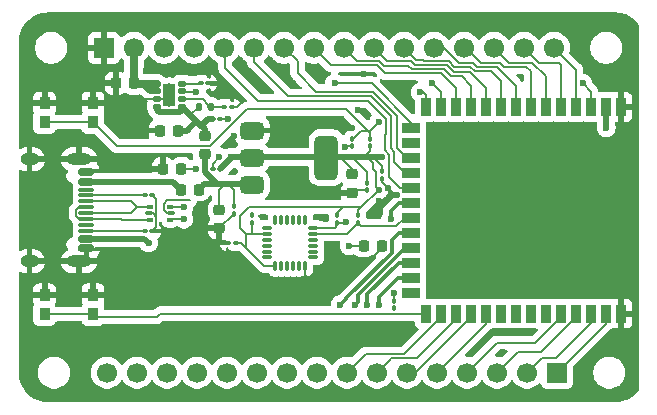
<source format=gtl>
%TF.GenerationSoftware,KiCad,Pcbnew,9.0.2*%
%TF.CreationDate,2025-06-05T12:53:21-05:00*%
%TF.ProjectId,testing2,74657374-696e-4673-922e-6b696361645f,rev?*%
%TF.SameCoordinates,Original*%
%TF.FileFunction,Copper,L1,Top*%
%TF.FilePolarity,Positive*%
%FSLAX46Y46*%
G04 Gerber Fmt 4.6, Leading zero omitted, Abs format (unit mm)*
G04 Created by KiCad (PCBNEW 9.0.2) date 2025-06-05 12:53:21*
%MOMM*%
%LPD*%
G01*
G04 APERTURE LIST*
G04 Aperture macros list*
%AMRoundRect*
0 Rectangle with rounded corners*
0 $1 Rounding radius*
0 $2 $3 $4 $5 $6 $7 $8 $9 X,Y pos of 4 corners*
0 Add a 4 corners polygon primitive as box body*
4,1,4,$2,$3,$4,$5,$6,$7,$8,$9,$2,$3,0*
0 Add four circle primitives for the rounded corners*
1,1,$1+$1,$2,$3*
1,1,$1+$1,$4,$5*
1,1,$1+$1,$6,$7*
1,1,$1+$1,$8,$9*
0 Add four rect primitives between the rounded corners*
20,1,$1+$1,$2,$3,$4,$5,0*
20,1,$1+$1,$4,$5,$6,$7,0*
20,1,$1+$1,$6,$7,$8,$9,0*
20,1,$1+$1,$8,$9,$2,$3,0*%
G04 Aperture macros list end*
%TA.AperFunction,SMDPad,CuDef*%
%ADD10RoundRect,0.135000X-0.135000X-0.185000X0.135000X-0.185000X0.135000X0.185000X-0.135000X0.185000X0*%
%TD*%
%TA.AperFunction,SMDPad,CuDef*%
%ADD11RoundRect,0.218750X0.256250X-0.218750X0.256250X0.218750X-0.256250X0.218750X-0.256250X-0.218750X0*%
%TD*%
%TA.AperFunction,SMDPad,CuDef*%
%ADD12RoundRect,0.125000X-0.187500X-0.125000X0.187500X-0.125000X0.187500X0.125000X-0.187500X0.125000X0*%
%TD*%
%TA.AperFunction,HeatsinkPad*%
%ADD13C,0.500000*%
%TD*%
%TA.AperFunction,HeatsinkPad*%
%ADD14R,1.100000X1.900000*%
%TD*%
%TA.AperFunction,ComponentPad*%
%ADD15R,1.700000X1.700000*%
%TD*%
%TA.AperFunction,ComponentPad*%
%ADD16C,1.700000*%
%TD*%
%TA.AperFunction,SMDPad,CuDef*%
%ADD17RoundRect,0.225000X0.225000X0.250000X-0.225000X0.250000X-0.225000X-0.250000X0.225000X-0.250000X0*%
%TD*%
%TA.AperFunction,SMDPad,CuDef*%
%ADD18RoundRect,0.100000X-0.100000X0.130000X-0.100000X-0.130000X0.100000X-0.130000X0.100000X0.130000X0*%
%TD*%
%TA.AperFunction,SMDPad,CuDef*%
%ADD19R,0.900000X1.000000*%
%TD*%
%TA.AperFunction,SMDPad,CuDef*%
%ADD20RoundRect,0.225000X-0.250000X0.225000X-0.250000X-0.225000X0.250000X-0.225000X0.250000X0.225000X0*%
%TD*%
%TA.AperFunction,SMDPad,CuDef*%
%ADD21RoundRect,0.100000X0.100000X-0.130000X0.100000X0.130000X-0.100000X0.130000X-0.100000X-0.130000X0*%
%TD*%
%TA.AperFunction,SMDPad,CuDef*%
%ADD22RoundRect,0.100000X0.130000X0.100000X-0.130000X0.100000X-0.130000X-0.100000X0.130000X-0.100000X0*%
%TD*%
%TA.AperFunction,SMDPad,CuDef*%
%ADD23R,0.900000X1.500000*%
%TD*%
%TA.AperFunction,SMDPad,CuDef*%
%ADD24R,1.500000X0.900000*%
%TD*%
%TA.AperFunction,HeatsinkPad*%
%ADD25C,0.600000*%
%TD*%
%TA.AperFunction,HeatsinkPad*%
%ADD26R,3.900000X3.900000*%
%TD*%
%TA.AperFunction,SMDPad,CuDef*%
%ADD27RoundRect,0.100000X-0.130000X-0.100000X0.130000X-0.100000X0.130000X0.100000X-0.130000X0.100000X0*%
%TD*%
%TA.AperFunction,SMDPad,CuDef*%
%ADD28RoundRect,0.093750X-0.156250X-0.093750X0.156250X-0.093750X0.156250X0.093750X-0.156250X0.093750X0*%
%TD*%
%TA.AperFunction,SMDPad,CuDef*%
%ADD29RoundRect,0.075000X-0.250000X-0.075000X0.250000X-0.075000X0.250000X0.075000X-0.250000X0.075000X0*%
%TD*%
%TA.AperFunction,SMDPad,CuDef*%
%ADD30RoundRect,0.375000X-0.625000X-0.375000X0.625000X-0.375000X0.625000X0.375000X-0.625000X0.375000X0*%
%TD*%
%TA.AperFunction,SMDPad,CuDef*%
%ADD31RoundRect,0.500000X-0.500000X-1.400000X0.500000X-1.400000X0.500000X1.400000X-0.500000X1.400000X0*%
%TD*%
%TA.AperFunction,SMDPad,CuDef*%
%ADD32RoundRect,0.150000X-0.500000X0.150000X-0.500000X-0.150000X0.500000X-0.150000X0.500000X0.150000X0*%
%TD*%
%TA.AperFunction,SMDPad,CuDef*%
%ADD33RoundRect,0.075000X-0.575000X0.075000X-0.575000X-0.075000X0.575000X-0.075000X0.575000X0.075000X0*%
%TD*%
%TA.AperFunction,HeatsinkPad*%
%ADD34O,2.100000X1.000000*%
%TD*%
%TA.AperFunction,HeatsinkPad*%
%ADD35O,1.600000X1.000000*%
%TD*%
%TA.AperFunction,SMDPad,CuDef*%
%ADD36RoundRect,0.075000X-0.075000X0.350000X-0.075000X-0.350000X0.075000X-0.350000X0.075000X0.350000X0*%
%TD*%
%TA.AperFunction,SMDPad,CuDef*%
%ADD37RoundRect,0.075000X-0.350000X-0.075000X0.350000X-0.075000X0.350000X0.075000X-0.350000X0.075000X0*%
%TD*%
%TA.AperFunction,SMDPad,CuDef*%
%ADD38RoundRect,0.225000X-0.225000X-0.250000X0.225000X-0.250000X0.225000X0.250000X-0.225000X0.250000X0*%
%TD*%
%TA.AperFunction,SMDPad,CuDef*%
%ADD39RoundRect,0.218750X0.218750X0.256250X-0.218750X0.256250X-0.218750X-0.256250X0.218750X-0.256250X0*%
%TD*%
%TA.AperFunction,SMDPad,CuDef*%
%ADD40RoundRect,0.218750X-0.218750X-0.256250X0.218750X-0.256250X0.218750X0.256250X-0.218750X0.256250X0*%
%TD*%
%TA.AperFunction,ViaPad*%
%ADD41C,0.600000*%
%TD*%
%TA.AperFunction,Conductor*%
%ADD42C,0.200000*%
%TD*%
%TA.AperFunction,Conductor*%
%ADD43C,0.500000*%
%TD*%
%TA.AperFunction,Conductor*%
%ADD44C,0.300000*%
%TD*%
%TA.AperFunction,Conductor*%
%ADD45C,0.700000*%
%TD*%
G04 APERTURE END LIST*
D10*
%TO.P,R10,1*%
%TO.N,Net-(D3-A)*%
X101740000Y-113500000D03*
%TO.P,R10,2*%
%TO.N,Net-(U2-FB)*%
X102760000Y-113500000D03*
%TD*%
D11*
%TO.P,D3,1,K*%
%TO.N,5v-Ext*%
X102250000Y-117500000D03*
%TO.P,D3,2,A*%
%TO.N,Net-(D3-A)*%
X102250000Y-115925000D03*
%TD*%
D12*
%TO.P,U2,1,EN*%
%TO.N,15v-Ext*%
X98187500Y-111525000D03*
%TO.P,U2,2,VIN*%
X98187500Y-112175000D03*
%TO.P,U2,3,GND*%
%TO.N,GND*%
X98187500Y-112825000D03*
%TO.P,U2,4,VOUT*%
%TO.N,Net-(D3-A)*%
X98187500Y-113475000D03*
%TO.P,U2,5,VOUT*%
X100312500Y-113475000D03*
%TO.P,U2,6,FB*%
%TO.N,Net-(U2-FB)*%
X100312500Y-112825000D03*
%TO.P,U2,7,PG*%
%TO.N,Net-(U2-PG)*%
X100312500Y-112175000D03*
%TO.P,U2,8,SS/TR*%
%TO.N,Net-(U2-SS{slash}TR)*%
X100312500Y-111525000D03*
D13*
%TO.P,U2,9,GND*%
%TO.N,GND*%
X99250000Y-111750000D03*
X99250000Y-112500000D03*
D14*
X99250000Y-112500000D03*
D13*
X99250000Y-113250000D03*
%TD*%
D15*
%TO.P,J3,1,Pin_1*%
%TO.N,IO1*%
X132080000Y-136000000D03*
D16*
%TO.P,J3,2,Pin_2*%
%TO.N,IO2*%
X129540000Y-136000000D03*
%TO.P,J3,3,Pin_3*%
%TO.N,TXD0*%
X127000000Y-136000000D03*
%TO.P,J3,4,Pin_4*%
%TO.N,RXD0*%
X124460000Y-136000000D03*
%TO.P,J3,5,Pin_5*%
%TO.N,IO38*%
X121920000Y-136000000D03*
%TO.P,J3,6,Pin_6*%
%TO.N,IO37*%
X119380000Y-136000000D03*
%TO.P,J3,7,Pin_7*%
%TO.N,IO36*%
X116840000Y-136000000D03*
%TO.P,J3,8,Pin_8*%
%TO.N,IO35*%
X114300000Y-136000000D03*
%TO.P,J3,9,Pin_9*%
%TO.N,IO48*%
X111760000Y-136000000D03*
%TO.P,J3,10,Pin_10*%
%TO.N,IO47*%
X109220000Y-136000000D03*
%TO.P,J3,11,Pin_11*%
%TO.N,IO21*%
X106680000Y-136000000D03*
%TO.P,J3,12,Pin_12*%
%TO.N,IO14*%
X104140000Y-136000000D03*
%TO.P,J3,13,Pin_13*%
%TO.N,unconnected-(J3-Pin_13-Pad13)*%
X101600000Y-136000000D03*
%TO.P,J3,14,Pin_14*%
%TO.N,unconnected-(J3-Pin_14-Pad14)*%
X99060000Y-136000000D03*
%TO.P,J3,15,Pin_15*%
%TO.N,unconnected-(J3-Pin_15-Pad15)*%
X96520000Y-136000000D03*
%TO.P,J3,16,Pin_16*%
%TO.N,unconnected-(J3-Pin_16-Pad16)*%
X93980000Y-136000000D03*
%TD*%
D17*
%TO.P,C12,1*%
%TO.N,Net-(D3-A)*%
X100025000Y-115500000D03*
%TO.P,C12,2*%
%TO.N,GND*%
X98475000Y-115500000D03*
%TD*%
D18*
%TO.P,C5,1*%
%TO.N,+3V3*%
X117250000Y-118930000D03*
%TO.P,C5,2*%
%TO.N,GND*%
X117250000Y-119570000D03*
%TD*%
D19*
%TO.P,SW1,1,1*%
%TO.N,GND*%
X88700000Y-113200000D03*
X92800000Y-113200000D03*
%TO.P,SW1,2,2*%
%TO.N,CHIP_PU*%
X88700000Y-114800000D03*
X92800000Y-114800000D03*
%TD*%
D20*
%TO.P,C1,1*%
%TO.N,5v-Ext*%
X103500000Y-122225000D03*
%TO.P,C1,2*%
%TO.N,GND*%
X103500000Y-123775000D03*
%TD*%
D17*
%TO.P,C8,1*%
%TO.N,15v-Ext*%
X96275000Y-111500000D03*
%TO.P,C8,2*%
%TO.N,GND*%
X94725000Y-111500000D03*
%TD*%
D15*
%TO.P,J2,1,Pin_1*%
%TO.N,GND*%
X93730000Y-108500000D03*
D16*
%TO.P,J2,2,Pin_2*%
%TO.N,15v-Ext*%
X96270000Y-108500000D03*
%TO.P,J2,3,Pin_3*%
%TO.N,+3V3*%
X98810000Y-108500000D03*
%TO.P,J2,4,Pin_4*%
%TO.N,IO3*%
X101350000Y-108500000D03*
%TO.P,J2,5,Pin_5*%
%TO.N,IO11*%
X103890000Y-108500000D03*
%TO.P,J2,6,Pin_6*%
%TO.N,IO10*%
X106430000Y-108500000D03*
%TO.P,J2,7,Pin_7*%
%TO.N,IO9*%
X108970000Y-108500000D03*
%TO.P,J2,8,Pin_8*%
%TO.N,IO8*%
X111510000Y-108500000D03*
%TO.P,J2,9,Pin_9*%
%TO.N,IO18*%
X114050000Y-108500000D03*
%TO.P,J2,10,Pin_10*%
%TO.N,IO17*%
X116590000Y-108500000D03*
%TO.P,J2,11,Pin_11*%
%TO.N,IO16*%
X119130000Y-108500000D03*
%TO.P,J2,12,Pin_12*%
%TO.N,IO15*%
X121670000Y-108500000D03*
%TO.P,J2,13,Pin_13*%
%TO.N,IO7*%
X124210000Y-108500000D03*
%TO.P,J2,14,Pin_14*%
%TO.N,IO6*%
X126750000Y-108500000D03*
%TO.P,J2,15,Pin_15*%
%TO.N,IO5*%
X129290000Y-108500000D03*
%TO.P,J2,16,Pin_16*%
%TO.N,IO4*%
X131830000Y-108500000D03*
%TD*%
D21*
%TO.P,R4,1*%
%TO.N,+3V3*%
X116250000Y-116820000D03*
%TO.P,R4,2*%
%TO.N,CHIP_PU*%
X116250000Y-116180000D03*
%TD*%
D20*
%TO.P,C4,1*%
%TO.N,+3V3*%
X114750000Y-119225000D03*
%TO.P,C4,2*%
%TO.N,GND*%
X114750000Y-120775000D03*
%TD*%
D22*
%TO.P,R3,1*%
%TO.N,+3V3*%
X103570000Y-118750000D03*
%TO.P,R3,2*%
%TO.N,Net-(D1-A)*%
X102930000Y-118750000D03*
%TD*%
D18*
%TO.P,C2,1*%
%TO.N,5v-Ext*%
X104750000Y-121930000D03*
%TO.P,C2,2*%
%TO.N,GND*%
X104750000Y-122570000D03*
%TD*%
D23*
%TO.P,U1,1,GND*%
%TO.N,GND*%
X137500000Y-113500000D03*
%TO.P,U1,2,3V3*%
%TO.N,+3V3*%
X136230000Y-113500000D03*
%TO.P,U1,3,EN*%
%TO.N,CHIP_PU*%
X134960000Y-113500000D03*
%TO.P,U1,4,IO4*%
%TO.N,IO4*%
X133690000Y-113500000D03*
%TO.P,U1,5,IO5*%
%TO.N,IO5*%
X132420000Y-113500000D03*
%TO.P,U1,6,IO6*%
%TO.N,IO6*%
X131150000Y-113500000D03*
%TO.P,U1,7,IO7*%
%TO.N,IO7*%
X129880000Y-113500000D03*
%TO.P,U1,8,IO15*%
%TO.N,IO15*%
X128610000Y-113500000D03*
%TO.P,U1,9,IO16*%
%TO.N,IO16*%
X127340000Y-113500000D03*
%TO.P,U1,10,IO17*%
%TO.N,IO17*%
X126070000Y-113500000D03*
%TO.P,U1,11,IO18*%
%TO.N,IO18*%
X124800000Y-113500000D03*
%TO.P,U1,12,IO8*%
%TO.N,IO8*%
X123530000Y-113500000D03*
%TO.P,U1,13,USB_D-*%
%TO.N,D-*%
X122260000Y-113500000D03*
%TO.P,U1,14,USB_D+*%
%TO.N,D+*%
X120990000Y-113500000D03*
D24*
%TO.P,U1,15,IO3*%
%TO.N,IO3*%
X119740000Y-115265000D03*
%TO.P,U1,16,IO46*%
%TO.N,unconnected-(U1-IO46-Pad16)*%
X119740000Y-116535000D03*
%TO.P,U1,17,IO9*%
%TO.N,IO9*%
X119740000Y-117805000D03*
%TO.P,U1,18,IO10*%
%TO.N,IO10*%
X119740000Y-119075000D03*
%TO.P,U1,19,IO11*%
%TO.N,IO11*%
X119740000Y-120345000D03*
%TO.P,U1,20,IO12*%
%TO.N,SDA*%
X119740000Y-121615000D03*
%TO.P,U1,21,IO13*%
%TO.N,SCL*%
X119740000Y-122885000D03*
%TO.P,U1,22,IO14*%
%TO.N,IO14*%
X119740000Y-124155000D03*
%TO.P,U1,23,IO21*%
%TO.N,IO21*%
X119740000Y-125425000D03*
%TO.P,U1,24,IO47*%
%TO.N,IO47*%
X119740000Y-126695000D03*
%TO.P,U1,25,IO48*%
%TO.N,IO48*%
X119740000Y-127965000D03*
%TO.P,U1,26,IO45*%
%TO.N,unconnected-(U1-IO45-Pad26)*%
X119740000Y-129235000D03*
D23*
%TO.P,U1,27,IO0*%
%TO.N,GPIO0*%
X120990000Y-131000000D03*
%TO.P,U1,28,IO35*%
%TO.N,IO35*%
X122260000Y-131000000D03*
%TO.P,U1,29,IO36*%
%TO.N,IO36*%
X123530000Y-131000000D03*
%TO.P,U1,30,IO37*%
%TO.N,IO37*%
X124800000Y-131000000D03*
%TO.P,U1,31,IO38*%
%TO.N,IO38*%
X126070000Y-131000000D03*
%TO.P,U1,32,IO39*%
%TO.N,unconnected-(U1-IO39-Pad32)*%
X127340000Y-131000000D03*
%TO.P,U1,33,IO40*%
%TO.N,unconnected-(U1-IO40-Pad33)*%
X128610000Y-131000000D03*
%TO.P,U1,34,IO41*%
%TO.N,unconnected-(U1-IO41-Pad34)*%
X129880000Y-131000000D03*
%TO.P,U1,35,IO42*%
%TO.N,unconnected-(U1-IO42-Pad35)*%
X131150000Y-131000000D03*
%TO.P,U1,36,RXD0*%
%TO.N,RXD0*%
X132420000Y-131000000D03*
%TO.P,U1,37,TXD0*%
%TO.N,TXD0*%
X133690000Y-131000000D03*
%TO.P,U1,38,IO2*%
%TO.N,IO2*%
X134960000Y-131000000D03*
%TO.P,U1,39,IO1*%
%TO.N,IO1*%
X136230000Y-131000000D03*
%TO.P,U1,40,GND*%
%TO.N,GND*%
X137500000Y-131000000D03*
D25*
%TO.P,U1,41,GND*%
X130480000Y-119350000D03*
X129080000Y-119350000D03*
X131180000Y-120050000D03*
X129780000Y-120050000D03*
X128380000Y-120050000D03*
X130480000Y-120750000D03*
D26*
X129780000Y-120750000D03*
D25*
X129080000Y-120750000D03*
X131180000Y-121450000D03*
X129780000Y-121450000D03*
X128380000Y-121450000D03*
X130480000Y-122150000D03*
X129080000Y-122150000D03*
%TD*%
D21*
%TO.P,C10,1*%
%TO.N,+3V3*%
X106250000Y-123320000D03*
%TO.P,C10,2*%
%TO.N,GND*%
X106250000Y-122680000D03*
%TD*%
D18*
%TO.P,R7,1*%
%TO.N,+3V3*%
X113500000Y-122680000D03*
%TO.P,R7,2*%
%TO.N,SDA*%
X113500000Y-123320000D03*
%TD*%
D27*
%TO.P,R6,1*%
%TO.N,Net-(U2-FB)*%
X103930000Y-113500000D03*
%TO.P,R6,2*%
%TO.N,GND*%
X104570000Y-113500000D03*
%TD*%
%TO.P,R1,1*%
%TO.N,Net-(J1-CC2)*%
X97180000Y-124000000D03*
%TO.P,R1,2*%
%TO.N,GND*%
X97820000Y-124000000D03*
%TD*%
D28*
%TO.P,U3,1,I/O1*%
%TO.N,Net-(J1-D--PadA7)*%
X97650000Y-121962500D03*
D29*
%TO.P,U3,2,GND*%
%TO.N,GND*%
X97575000Y-122500000D03*
D28*
%TO.P,U3,3,I/O2*%
%TO.N,Net-(J1-D+-PadA6)*%
X97650000Y-123037500D03*
%TO.P,U3,4,I/O2*%
%TO.N,D+*%
X99350000Y-123037500D03*
D29*
%TO.P,U3,5,VBUS*%
%TO.N,5v-Ext*%
X99425000Y-122500000D03*
D28*
%TO.P,U3,6,I/O1*%
%TO.N,D-*%
X99350000Y-121962500D03*
%TD*%
D27*
%TO.P,R2,1*%
%TO.N,Net-(J1-CC1)*%
X97180000Y-121000000D03*
%TO.P,R2,2*%
%TO.N,GND*%
X97820000Y-121000000D03*
%TD*%
D30*
%TO.P,U5,1,GND*%
%TO.N,GND*%
X106250000Y-115500000D03*
%TO.P,U5,2,VO*%
%TO.N,+3V3*%
X106250000Y-117800000D03*
D31*
X112550000Y-117800000D03*
D30*
%TO.P,U5,3,VI*%
%TO.N,5v-Ext*%
X106250000Y-120100000D03*
%TD*%
D32*
%TO.P,J1,A1,GND*%
%TO.N,GND*%
X92245000Y-119050000D03*
%TO.P,J1,A4,VBUS*%
%TO.N,Net-(D2-A)*%
X92245000Y-119850000D03*
D33*
%TO.P,J1,A5,CC1*%
%TO.N,Net-(J1-CC1)*%
X92245000Y-121000000D03*
%TO.P,J1,A6,D+*%
%TO.N,Net-(J1-D+-PadA6)*%
X92245000Y-122000000D03*
%TO.P,J1,A7,D-*%
%TO.N,Net-(J1-D--PadA7)*%
X92245000Y-122500000D03*
%TO.P,J1,A8*%
%TO.N,N/C*%
X92245000Y-123500000D03*
D32*
%TO.P,J1,A9,VBUS*%
%TO.N,Net-(D2-A)*%
X92245000Y-124650000D03*
%TO.P,J1,A12,GND*%
%TO.N,GND*%
X92245000Y-125450000D03*
%TO.P,J1,B1,GND*%
X92245000Y-125450000D03*
%TO.P,J1,B4,VBUS*%
%TO.N,Net-(D2-A)*%
X92245000Y-124650000D03*
D33*
%TO.P,J1,B5,CC2*%
%TO.N,Net-(J1-CC2)*%
X92245000Y-124000000D03*
%TO.P,J1,B6,D+*%
%TO.N,Net-(J1-D+-PadA6)*%
X92245000Y-123000000D03*
%TO.P,J1,B7,D-*%
%TO.N,Net-(J1-D--PadA7)*%
X92245000Y-121500000D03*
%TO.P,J1,B8*%
%TO.N,N/C*%
X92245000Y-120500000D03*
D32*
%TO.P,J1,B9,VBUS*%
%TO.N,Net-(D2-A)*%
X92245000Y-119850000D03*
%TO.P,J1,B12,GND*%
%TO.N,GND*%
X92245000Y-119050000D03*
D34*
%TO.P,J1,S1,SHIELD*%
X91605000Y-117930000D03*
D35*
X87425000Y-117930000D03*
D34*
X91605000Y-126570000D03*
D35*
X87425000Y-126570000D03*
%TD*%
D36*
%TO.P,U4,1,CLKIN*%
%TO.N,unconnected-(U4-CLKIN-Pad1)*%
X110750000Y-123050000D03*
%TO.P,U4,2,NC*%
%TO.N,unconnected-(U4-NC-Pad2)*%
X110250000Y-123050000D03*
%TO.P,U4,3,NC*%
%TO.N,unconnected-(U4-NC-Pad3)*%
X109750000Y-123050000D03*
%TO.P,U4,4,NC*%
%TO.N,unconnected-(U4-NC-Pad4)*%
X109250000Y-123050000D03*
%TO.P,U4,5,NC*%
%TO.N,unconnected-(U4-NC-Pad5)*%
X108750000Y-123050000D03*
%TO.P,U4,6,AUX_DA*%
%TO.N,unconnected-(U4-AUX_DA-Pad6)*%
X108250000Y-123050000D03*
D37*
%TO.P,U4,7,AUX_CL*%
%TO.N,unconnected-(U4-AUX_CL-Pad7)*%
X107550000Y-123750000D03*
%TO.P,U4,8,VLOGIC*%
%TO.N,+3V3*%
X107550000Y-124250000D03*
%TO.P,U4,9,AD0*%
%TO.N,unconnected-(U4-AD0-Pad9)*%
X107550000Y-124750000D03*
%TO.P,U4,10,REGOUT*%
%TO.N,unconnected-(U4-REGOUT-Pad10)*%
X107550000Y-125250000D03*
%TO.P,U4,11,FSYNC*%
%TO.N,unconnected-(U4-FSYNC-Pad11)*%
X107550000Y-125750000D03*
%TO.P,U4,12,INT*%
%TO.N,unconnected-(U4-INT-Pad12)*%
X107550000Y-126250000D03*
D36*
%TO.P,U4,13,VDD*%
%TO.N,+3V3*%
X108250000Y-126950000D03*
%TO.P,U4,14,NC*%
%TO.N,unconnected-(U4-NC-Pad14)*%
X108750000Y-126950000D03*
%TO.P,U4,15,NC*%
%TO.N,unconnected-(U4-NC-Pad15)*%
X109250000Y-126950000D03*
%TO.P,U4,16,NC*%
%TO.N,unconnected-(U4-NC-Pad16)*%
X109750000Y-126950000D03*
%TO.P,U4,17,NC*%
%TO.N,unconnected-(U4-NC-Pad17)*%
X110250000Y-126950000D03*
%TO.P,U4,18,GND*%
%TO.N,GND*%
X110750000Y-126950000D03*
D37*
%TO.P,U4,19,RESV*%
%TO.N,unconnected-(U4-RESV-Pad19)*%
X111450000Y-126250000D03*
%TO.P,U4,20,CPOUT*%
%TO.N,unconnected-(U4-CPOUT-Pad20)*%
X111450000Y-125750000D03*
%TO.P,U4,21,RESV*%
%TO.N,unconnected-(U4-RESV-Pad21)*%
X111450000Y-125250000D03*
%TO.P,U4,22,RESV*%
%TO.N,unconnected-(U4-RESV-Pad22)*%
X111450000Y-124750000D03*
%TO.P,U4,23,SCL*%
%TO.N,SCL*%
X111450000Y-124250000D03*
%TO.P,U4,24,SDA*%
%TO.N,SDA*%
X111450000Y-123750000D03*
%TD*%
D19*
%TO.P,SW3,1,1*%
%TO.N,GND*%
X88700000Y-129450000D03*
X92800000Y-129450000D03*
%TO.P,SW3,2,2*%
%TO.N,GPIO0*%
X88700000Y-131050000D03*
X92800000Y-131050000D03*
%TD*%
D18*
%TO.P,C3,1*%
%TO.N,+3V3*%
X116000000Y-119930000D03*
%TO.P,C3,2*%
%TO.N,GND*%
X116000000Y-120570000D03*
%TD*%
D38*
%TO.P,C6,1*%
%TO.N,+3V3*%
X115725000Y-125250000D03*
%TO.P,C6,2*%
%TO.N,GND*%
X117275000Y-125250000D03*
%TD*%
D18*
%TO.P,R5,1*%
%TO.N,+3V3*%
X118250000Y-129930000D03*
%TO.P,R5,2*%
%TO.N,GPIO0*%
X118250000Y-130570000D03*
%TD*%
D39*
%TO.P,D2,1,K*%
%TO.N,5v-Ext*%
X101787500Y-120500000D03*
%TO.P,D2,2,A*%
%TO.N,Net-(D2-A)*%
X100212500Y-120500000D03*
%TD*%
D22*
%TO.P,C11,1*%
%TO.N,+3V3*%
X104890000Y-125000000D03*
%TO.P,C11,2*%
%TO.N,GND*%
X104250000Y-125000000D03*
%TD*%
D27*
%TO.P,C9,1*%
%TO.N,Net-(U2-SS{slash}TR)*%
X101930000Y-111500000D03*
%TO.P,C9,2*%
%TO.N,GND*%
X102570000Y-111500000D03*
%TD*%
D40*
%TO.P,D1,1,K*%
%TO.N,GND*%
X98712500Y-118750000D03*
%TO.P,D1,2,A*%
%TO.N,Net-(D1-A)*%
X100287500Y-118750000D03*
%TD*%
D27*
%TO.P,R9,1*%
%TO.N,Net-(D3-A)*%
X102930000Y-114500000D03*
%TO.P,R9,2*%
%TO.N,Net-(U2-PG)*%
X103570000Y-114500000D03*
%TD*%
D18*
%TO.P,R8,1*%
%TO.N,+3V3*%
X115250000Y-122680000D03*
%TO.P,R8,2*%
%TO.N,SCL*%
X115250000Y-123320000D03*
%TD*%
%TO.P,C7,1*%
%TO.N,CHIP_PU*%
X114750000Y-116180000D03*
%TO.P,C7,2*%
%TO.N,GND*%
X114750000Y-116820000D03*
%TD*%
D41*
%TO.N,GND*%
X109500000Y-133000000D03*
X109600000Y-119400000D03*
X137500000Y-121750000D03*
X108700000Y-115900000D03*
X118500000Y-121000000D03*
X109750000Y-111500000D03*
X114750000Y-115250000D03*
X115250000Y-113750000D03*
X104750000Y-116000000D03*
X130250000Y-125750000D03*
X125000000Y-122250000D03*
X110750000Y-132000000D03*
X114100000Y-116900000D03*
X125000000Y-118000000D03*
X110250000Y-115250000D03*
X102250000Y-132000000D03*
X108700000Y-120200000D03*
X129500000Y-132500000D03*
X115750000Y-110750000D03*
X117000000Y-121500000D03*
X125750000Y-126750000D03*
X101750000Y-125000000D03*
X97500000Y-118000000D03*
X133250000Y-117500000D03*
X105250000Y-109500000D03*
X118750000Y-133250000D03*
X97250000Y-110500000D03*
X99750000Y-127500000D03*
X113000000Y-128250000D03*
X110000000Y-116500000D03*
X103750000Y-111500000D03*
X107750000Y-109500000D03*
X117750000Y-111500000D03*
X107250000Y-112000000D03*
X112500000Y-123000000D03*
X107250000Y-129000000D03*
X117800000Y-120400000D03*
X136750000Y-111500000D03*
X127500000Y-134250000D03*
X110600000Y-120200000D03*
%TO.N,5v-Ext*%
X103500000Y-120050000D03*
%TO.N,+3V3*%
X118250000Y-129250000D03*
X117000000Y-120500000D03*
X104500000Y-117750000D03*
X114500000Y-125250000D03*
X136250000Y-115250000D03*
X117250000Y-117750000D03*
%TO.N,CHIP_PU*%
X117000000Y-114750000D03*
X134250000Y-111500000D03*
%TO.N,Net-(D1-A)*%
X101500000Y-118750000D03*
X103500000Y-117750000D03*
%TO.N,Net-(D2-A)*%
X98000000Y-119850000D03*
X97500000Y-125000000D03*
%TO.N,SDA*%
X118000000Y-123000000D03*
X114250000Y-123250000D03*
%TO.N,D+*%
X100500000Y-123000000D03*
X120500000Y-112250000D03*
%TO.N,D-*%
X100500000Y-122000000D03*
X121500000Y-111500000D03*
%TO.N,IO3*%
X113250000Y-111500000D03*
%TO.N,IO21*%
X115000000Y-130250000D03*
%TO.N,IO14*%
X113750000Y-130250000D03*
%TO.N,IO48*%
X117000000Y-130250000D03*
%TO.N,IO47*%
X116000000Y-130250000D03*
%TO.N,Net-(U2-PG)*%
X101500000Y-112250000D03*
X104250000Y-114500000D03*
%TD*%
D42*
%TO.N,CHIP_PU*%
X92800000Y-114800000D02*
X88700000Y-114800000D01*
%TO.N,GPIO0*%
X92800000Y-131050000D02*
X88700000Y-131050000D01*
%TO.N,GND*%
X104705000Y-122570000D02*
X103500000Y-123775000D01*
X105000000Y-113500000D02*
X105500000Y-113000000D01*
X117250000Y-119570000D02*
X117250000Y-119850000D01*
X98925000Y-112825000D02*
X99250000Y-112500000D01*
X117250000Y-119850000D02*
X117800000Y-120400000D01*
X116000000Y-120570000D02*
X114955000Y-120570000D01*
X97852648Y-122500000D02*
X98151000Y-122798352D01*
X97820000Y-121000000D02*
X98151000Y-121331000D01*
X98151000Y-121331000D02*
X98151000Y-122798352D01*
X114180000Y-116820000D02*
X114100000Y-116900000D01*
X114955000Y-120570000D02*
X114750000Y-120775000D01*
X110750000Y-126950000D02*
X110750000Y-128250000D01*
X98151000Y-122798352D02*
X98151000Y-123669000D01*
X98187500Y-112825000D02*
X98925000Y-112825000D01*
X117275000Y-125250000D02*
X117275000Y-125475000D01*
X98187500Y-112825000D02*
X97175000Y-112825000D01*
X114750000Y-116820000D02*
X114180000Y-116820000D01*
X98151000Y-123669000D02*
X97820000Y-124000000D01*
X117275000Y-125475000D02*
X116250000Y-126500000D01*
X97575000Y-122500000D02*
X97852648Y-122500000D01*
X104570000Y-113500000D02*
X105000000Y-113500000D01*
X104750000Y-122570000D02*
X104705000Y-122570000D01*
X97175000Y-112825000D02*
X96750000Y-113250000D01*
%TO.N,5v-Ext*%
X104750000Y-120550000D02*
X104250000Y-120050000D01*
X99102642Y-121399000D02*
X101001000Y-121399000D01*
X104750000Y-121930000D02*
X104750000Y-120550000D01*
X103500000Y-120550000D02*
X104000000Y-120050000D01*
D43*
X102250000Y-117500000D02*
X102250000Y-119011292D01*
X102250000Y-119011292D02*
X103288708Y-120050000D01*
X102237500Y-120050000D02*
X101787500Y-120500000D01*
X104750000Y-120050000D02*
X104250000Y-120050000D01*
X104250000Y-120050000D02*
X104000000Y-120050000D01*
X106100000Y-120050000D02*
X104750000Y-120050000D01*
D42*
X99076642Y-122500000D02*
X98799000Y-122222358D01*
X99425000Y-122500000D02*
X99076642Y-122500000D01*
D43*
X104000000Y-120050000D02*
X103500000Y-120050000D01*
D42*
X98799000Y-122222358D02*
X98799000Y-121702642D01*
D43*
X103500000Y-120050000D02*
X102237500Y-120050000D01*
X103288708Y-120050000D02*
X103500000Y-120050000D01*
D42*
X103500000Y-122225000D02*
X103500000Y-120550000D01*
X98799000Y-121702642D02*
X99102642Y-121399000D01*
D43*
%TO.N,+3V3*%
X113500000Y-117750000D02*
X114250000Y-117750000D01*
X106200000Y-117750000D02*
X106250000Y-117800000D01*
D42*
X107291176Y-126950000D02*
X108250000Y-126950000D01*
X116500000Y-118250000D02*
X116000000Y-117750000D01*
X113500000Y-122680000D02*
X113500000Y-122500000D01*
D43*
X104500000Y-117750000D02*
X106200000Y-117750000D01*
D42*
X113750000Y-117750000D02*
X113500000Y-117750000D01*
X105750000Y-124250000D02*
X106250000Y-124250000D01*
X116750000Y-119000000D02*
X116750000Y-120250000D01*
X105750000Y-124250000D02*
X105750000Y-125408824D01*
X106250000Y-124250000D02*
X107550000Y-124250000D01*
D43*
X116500000Y-117750000D02*
X117000000Y-117750000D01*
D42*
X116000000Y-119930000D02*
X116000000Y-119000000D01*
X105750000Y-125408824D02*
X106295588Y-125954412D01*
D43*
X104500000Y-117820000D02*
X103570000Y-118750000D01*
D42*
X116000000Y-119000000D02*
X114750000Y-117750000D01*
X116250000Y-117250000D02*
X115750000Y-117750000D01*
X114750000Y-118750000D02*
X113750000Y-117750000D01*
D43*
X115500000Y-117750000D02*
X115750000Y-117750000D01*
D42*
X116500000Y-118750000D02*
X116500000Y-118250000D01*
X104890000Y-125000000D02*
X105341176Y-125000000D01*
X117250000Y-118500000D02*
X116500000Y-117750000D01*
X116000000Y-117750000D02*
X115750000Y-117750000D01*
D43*
X115750000Y-117750000D02*
X116500000Y-117750000D01*
X114250000Y-117750000D02*
X114750000Y-117750000D01*
D42*
X115500000Y-122000000D02*
X114000000Y-122000000D01*
D43*
X136250000Y-115250000D02*
X136250000Y-113520000D01*
D42*
X115250000Y-122680000D02*
X115250000Y-122250000D01*
D43*
X117000000Y-117750000D02*
X117250000Y-117750000D01*
X136250000Y-113520000D02*
X136230000Y-113500000D01*
D42*
X113500000Y-122500000D02*
X114000000Y-122000000D01*
X106000000Y-122000000D02*
X105250000Y-122750000D01*
D43*
X104500000Y-117750000D02*
X104500000Y-117820000D01*
D42*
X106250000Y-123390000D02*
X106250000Y-124250000D01*
X116750000Y-120250000D02*
X117000000Y-120500000D01*
X105250000Y-122750000D02*
X105250000Y-123750000D01*
X115250000Y-122250000D02*
X115500000Y-122000000D01*
X115500000Y-122000000D02*
X117000000Y-120500000D01*
D43*
X114750000Y-117750000D02*
X115500000Y-117750000D01*
D42*
X118250000Y-129250000D02*
X118250000Y-129930000D01*
X115725000Y-125250000D02*
X114500000Y-125250000D01*
X116500000Y-118750000D02*
X116750000Y-119000000D01*
X105250000Y-123750000D02*
X105750000Y-124250000D01*
D43*
X112400000Y-117750000D02*
X106100000Y-117750000D01*
D42*
X116250000Y-116820000D02*
X116250000Y-117250000D01*
X117250000Y-118930000D02*
X117250000Y-118500000D01*
D43*
X112400000Y-117750000D02*
X113500000Y-117750000D01*
D42*
X114750000Y-119225000D02*
X114750000Y-118750000D01*
X105341176Y-125000000D02*
X105750000Y-125408824D01*
X114000000Y-122000000D02*
X106000000Y-122000000D01*
X106295588Y-125954412D02*
X107291176Y-126950000D01*
%TO.N,CHIP_PU*%
X116070000Y-115500000D02*
X116250000Y-115680000D01*
X114250000Y-113680000D02*
X105849232Y-113680000D01*
X105849232Y-113680000D02*
X102728232Y-116801000D01*
X102728232Y-116801000D02*
X94801000Y-116801000D01*
X115500000Y-115500000D02*
X116070000Y-115500000D01*
X114750000Y-116180000D02*
X114820000Y-116180000D01*
X116250000Y-116180000D02*
X116250000Y-115680000D01*
X116250000Y-115680000D02*
X116250000Y-115500000D01*
X116250000Y-115680000D02*
X114250000Y-113680000D01*
X134960000Y-112210000D02*
X134960000Y-113500000D01*
X134250000Y-111500000D02*
X134960000Y-112210000D01*
X94801000Y-116801000D02*
X92800000Y-114800000D01*
X114820000Y-116180000D02*
X115500000Y-115500000D01*
X116250000Y-115500000D02*
X117000000Y-114750000D01*
%TO.N,GPIO0*%
X96800000Y-131300000D02*
X92700000Y-131300000D01*
X99000000Y-131000000D02*
X98500000Y-131000000D01*
X98500000Y-131000000D02*
X98200000Y-131300000D01*
X120990000Y-131000000D02*
X118250000Y-131000000D01*
X118250000Y-131000000D02*
X99000000Y-131000000D01*
X98200000Y-131300000D02*
X96800000Y-131300000D01*
%TO.N,Net-(D1-A)*%
X102930000Y-118750000D02*
X102930000Y-118320000D01*
X102930000Y-118320000D02*
X103500000Y-117750000D01*
X101500000Y-118750000D02*
X100287500Y-118750000D01*
D43*
%TO.N,Net-(D2-A)*%
X97150000Y-124650000D02*
X92245000Y-124650000D01*
X98000000Y-119850000D02*
X92245000Y-119850000D01*
X98000000Y-119850000D02*
X99562500Y-119850000D01*
X97500000Y-125000000D02*
X97150000Y-124650000D01*
X99562500Y-119850000D02*
X100212500Y-120500000D01*
D42*
%TO.N,Net-(J1-D--PadA7)*%
X96000000Y-122500000D02*
X92245000Y-122500000D01*
X96500000Y-122000000D02*
X97612500Y-122000000D01*
X97612500Y-122000000D02*
X97650000Y-121962500D01*
X96500000Y-122000000D02*
X96000000Y-121500000D01*
X96000000Y-121500000D02*
X92245000Y-121500000D01*
X96500000Y-122000000D02*
X96000000Y-122500000D01*
%TO.N,Net-(J1-D+-PadA6)*%
X95245000Y-123000000D02*
X92245000Y-123000000D01*
X95282500Y-123037500D02*
X95245000Y-123000000D01*
X91344000Y-122251001D02*
X91595001Y-122000000D01*
X91344000Y-122712112D02*
X91344000Y-122251001D01*
X97650000Y-123037500D02*
X96250000Y-123037500D01*
X92245000Y-123000000D02*
X91631888Y-123000000D01*
X91631888Y-123000000D02*
X91344000Y-122712112D01*
X91595001Y-122000000D02*
X92245000Y-122000000D01*
X96250000Y-123037500D02*
X95282500Y-123037500D01*
%TO.N,Net-(J1-CC2)*%
X97180000Y-124000000D02*
X92245000Y-124000000D01*
%TO.N,Net-(J1-CC1)*%
X97180000Y-121000000D02*
X92245000Y-121000000D01*
%TO.N,IO9*%
X116515100Y-112198000D02*
X111698000Y-112198000D01*
X119372100Y-117805000D02*
X118567100Y-117000000D01*
X119740000Y-117805000D02*
X119372100Y-117805000D01*
X119740000Y-117805000D02*
X119208000Y-117805000D01*
X118567100Y-117000000D02*
X118567100Y-114250000D01*
X118567100Y-114250000D02*
X116515100Y-112198000D01*
X110120000Y-109650000D02*
X108970000Y-108500000D01*
X110120000Y-110620000D02*
X110120000Y-109650000D01*
X111698000Y-112198000D02*
X110120000Y-110620000D01*
%TO.N,TXD0*%
X128750000Y-134250000D02*
X127000000Y-136000000D01*
X133690000Y-131300000D02*
X130740000Y-134250000D01*
X133690000Y-131000000D02*
X133690000Y-131300000D01*
X130740000Y-134250000D02*
X128750000Y-134250000D01*
%TO.N,RXD0*%
X132420000Y-131000000D02*
X132420000Y-131300000D01*
X126990000Y-133470000D02*
X124460000Y-136000000D01*
X130250000Y-133470000D02*
X126990000Y-133470000D01*
X132420000Y-131300000D02*
X130250000Y-133470000D01*
%TO.N,IO7*%
X127250000Y-109750000D02*
X125656388Y-109750000D01*
X129880000Y-113500000D02*
X129880000Y-110481000D01*
X129880000Y-110481000D02*
X129500000Y-110101000D01*
X124406388Y-108500000D02*
X124210000Y-108500000D01*
X125656388Y-109750000D02*
X124406388Y-108500000D01*
X129500000Y-110101000D02*
X127601000Y-110101000D01*
X127601000Y-110101000D02*
X127250000Y-109750000D01*
%TO.N,IO8*%
X112962000Y-109952000D02*
X111510000Y-108500000D01*
X123530000Y-113500000D02*
X123530000Y-111934000D01*
X123530000Y-111934000D02*
X122250000Y-110654000D01*
X122250000Y-110654000D02*
X117556611Y-110654000D01*
X116854612Y-109952000D02*
X112962000Y-109952000D01*
X117556611Y-110654000D02*
X116854612Y-109952000D01*
%TO.N,IO10*%
X119740000Y-119075000D02*
X119177057Y-119075000D01*
X119177057Y-119075000D02*
X118288000Y-118185943D01*
X106430000Y-109680000D02*
X106430000Y-108500000D01*
X118002000Y-116998000D02*
X118002000Y-114252000D01*
X116349000Y-112599000D02*
X109349000Y-112599000D01*
X118288000Y-117288000D02*
X118000000Y-117000000D01*
X109349000Y-112599000D02*
X106430000Y-109680000D01*
X118288000Y-118185943D02*
X118288000Y-117288000D01*
X118002000Y-114252000D02*
X116349000Y-112599000D01*
X118000000Y-117000000D02*
X118002000Y-116998000D01*
%TO.N,SDA*%
X113500000Y-123320000D02*
X114180000Y-123320000D01*
D44*
X119740000Y-121615000D02*
X118690000Y-121615000D01*
X118690000Y-121615000D02*
X118000000Y-122305000D01*
D42*
X114180000Y-123320000D02*
X114250000Y-123250000D01*
X113500000Y-123320000D02*
X113500000Y-123500000D01*
X113250000Y-123750000D02*
X111450000Y-123750000D01*
D44*
X118000000Y-122305000D02*
X118000000Y-123000000D01*
D42*
X113500000Y-123500000D02*
X113250000Y-123750000D01*
%TO.N,SCL*%
X114320000Y-124250000D02*
X115250000Y-123320000D01*
X118492000Y-123601000D02*
X119208000Y-122885000D01*
X119625000Y-123000000D02*
X119740000Y-122885000D01*
X111450000Y-124250000D02*
X114320000Y-124250000D01*
X119208000Y-122885000D02*
X119740000Y-122885000D01*
X115250000Y-123320000D02*
X115531000Y-123601000D01*
X115531000Y-123601000D02*
X118492000Y-123601000D01*
%TO.N,D+*%
X120990000Y-112510000D02*
X120990000Y-113500000D01*
X100500000Y-123000000D02*
X99387500Y-123000000D01*
X120750000Y-112250000D02*
X121000000Y-112500000D01*
X121000000Y-113490000D02*
X120990000Y-113500000D01*
X121000000Y-112500000D02*
X120990000Y-112510000D01*
X120500000Y-112250000D02*
X120750000Y-112250000D01*
X99387500Y-123000000D02*
X99350000Y-123037500D01*
%TO.N,IO11*%
X117887000Y-119442000D02*
X117887000Y-117537057D01*
X117601000Y-115781130D02*
X117601000Y-114501057D01*
X116099943Y-113000000D02*
X106750000Y-113000000D01*
X105000000Y-111250000D02*
X104000000Y-110250000D01*
X104000000Y-108610000D02*
X103890000Y-108500000D01*
X119740000Y-120345000D02*
X118790000Y-120345000D01*
X117501000Y-117151057D02*
X117501000Y-115881130D01*
X104000000Y-110250000D02*
X104000000Y-108610000D01*
X117501000Y-115881130D02*
X117601000Y-115781130D01*
X118790000Y-120345000D02*
X117887000Y-119442000D01*
X117601000Y-114501057D02*
X116099943Y-113000000D01*
X117887000Y-117537057D02*
X117501000Y-117151057D01*
X106750000Y-113000000D02*
X105000000Y-111250000D01*
%TO.N,IO16*%
X122899000Y-109601000D02*
X123399000Y-110101000D01*
X119130000Y-108500000D02*
X120130000Y-109500000D01*
X120130000Y-109500000D02*
X120750000Y-109500000D01*
X125101000Y-110452000D02*
X126500000Y-110452000D01*
X126500000Y-110452000D02*
X127340000Y-111292000D01*
X124750000Y-110101000D02*
X125101000Y-110452000D01*
X127340000Y-111292000D02*
X127340000Y-113500000D01*
X123399000Y-110101000D02*
X124750000Y-110101000D01*
X120851000Y-109601000D02*
X122899000Y-109601000D01*
X120750000Y-109500000D02*
X120851000Y-109601000D01*
%TO.N,IO15*%
X128610000Y-111711000D02*
X127000000Y-110101000D01*
X122500000Y-108500000D02*
X121670000Y-108500000D01*
X127000000Y-110101000D02*
X125351000Y-110101000D01*
X128610000Y-113500000D02*
X128610000Y-111711000D01*
X125000000Y-109750000D02*
X123750000Y-109750000D01*
X123750000Y-109750000D02*
X122500000Y-108500000D01*
X125351000Y-110101000D02*
X125000000Y-109750000D01*
%TO.N,D-*%
X99387500Y-122000000D02*
X99350000Y-121962500D01*
X121500000Y-111500000D02*
X122260000Y-112260000D01*
X122260000Y-112260000D02*
X122260000Y-113500000D01*
X100500000Y-122000000D02*
X99387500Y-122000000D01*
%TO.N,IO6*%
X131150000Y-110900000D02*
X130000000Y-109750000D01*
X128000000Y-109750000D02*
X126750000Y-108500000D01*
X131150000Y-113500000D02*
X131150000Y-110900000D01*
X130000000Y-109750000D02*
X128000000Y-109750000D01*
%TO.N,IO4*%
X133690000Y-110360000D02*
X131830000Y-108500000D01*
X133690000Y-113500000D02*
X133690000Y-110360000D01*
%TO.N,IO18*%
X122500000Y-110303000D02*
X119803000Y-110303000D01*
X119803000Y-110303000D02*
X119500000Y-110000000D01*
X117399000Y-110000000D02*
X117000000Y-109601000D01*
X124800000Y-111699694D02*
X124000000Y-110899694D01*
X115151000Y-109601000D02*
X114050000Y-108500000D01*
X124800000Y-113500000D02*
X124800000Y-111699694D01*
X124000000Y-110899694D02*
X123096694Y-110899694D01*
X117000000Y-109601000D02*
X115151000Y-109601000D01*
X123096694Y-110899694D02*
X122500000Y-110303000D01*
X119500000Y-110000000D02*
X117399000Y-110000000D01*
%TO.N,IO17*%
X120085612Y-109952000D02*
X122753612Y-109952000D01*
X124701306Y-110548694D02*
X126070000Y-111917389D01*
X116590000Y-108500000D02*
X117691000Y-109601000D01*
X117691000Y-109601000D02*
X119734612Y-109601000D01*
X119734612Y-109601000D02*
X120085612Y-109952000D01*
X123350305Y-110548694D02*
X124701306Y-110548694D01*
X126070000Y-111917389D02*
X126070000Y-113500000D01*
X122753612Y-109952000D02*
X123350305Y-110548694D01*
%TO.N,IO5*%
X132250000Y-109750000D02*
X130540000Y-109750000D01*
X132420000Y-113500000D02*
X132420000Y-109920000D01*
X132420000Y-109920000D02*
X132250000Y-109750000D01*
X130540000Y-109750000D02*
X129290000Y-108500000D01*
%TO.N,IO3*%
X119740000Y-114855800D02*
X116384200Y-111500000D01*
X119740000Y-115265000D02*
X119740000Y-114855800D01*
X116384200Y-111500000D02*
X114000000Y-111500000D01*
X114000000Y-111500000D02*
X113250000Y-111500000D01*
%TO.N,IO1*%
X136230000Y-131000000D02*
X136230000Y-131850000D01*
X136230000Y-131850000D02*
X132080000Y-136000000D01*
%TO.N,IO2*%
X134960000Y-131790000D02*
X132000000Y-134750000D01*
X132000000Y-134750000D02*
X130790000Y-134750000D01*
X130790000Y-134750000D02*
X129540000Y-136000000D01*
X134960000Y-131000000D02*
X134960000Y-131790000D01*
%TO.N,IO37*%
X120100000Y-136000000D02*
X119380000Y-136000000D01*
X124800000Y-131000000D02*
X124800000Y-131300000D01*
X124800000Y-131300000D02*
X120100000Y-136000000D01*
D44*
%TO.N,IO21*%
X115250000Y-130000000D02*
X115000000Y-130250000D01*
X115250000Y-129426479D02*
X115250000Y-130000000D01*
X119251479Y-125425000D02*
X115250000Y-129426479D01*
X119740000Y-125425000D02*
X119251479Y-125425000D01*
%TO.N,IO14*%
X119740000Y-124155000D02*
X118690000Y-124155000D01*
X118076000Y-124769000D02*
X118076000Y-125891959D01*
X114250000Y-129717959D02*
X114250000Y-129750000D01*
X118690000Y-124155000D02*
X118076000Y-124769000D01*
X114250000Y-129750000D02*
X113750000Y-130250000D01*
X118076000Y-125891959D02*
X114250000Y-129717959D01*
D42*
%TO.N,IO38*%
X126070000Y-131000000D02*
X126070000Y-131850000D01*
X126070000Y-131850000D02*
X121920000Y-136000000D01*
%TO.N,IO36*%
X123530000Y-131000000D02*
X123530000Y-131432000D01*
X118000000Y-134840000D02*
X116840000Y-136000000D01*
X120212000Y-134750000D02*
X118000000Y-134750000D01*
X123530000Y-131432000D02*
X120212000Y-134750000D01*
%TO.N,IO35*%
X115901000Y-134399000D02*
X114300000Y-136000000D01*
X122260000Y-131300000D02*
X119161000Y-134399000D01*
X119161000Y-134399000D02*
X115901000Y-134399000D01*
X122260000Y-131000000D02*
X122260000Y-131300000D01*
D44*
%TO.N,IO48*%
X119740000Y-127965000D02*
X118614346Y-127965000D01*
X117000000Y-129579346D02*
X117000000Y-130250000D01*
X118614346Y-127965000D02*
X117000000Y-129579346D01*
%TO.N,IO47*%
X119740000Y-126695000D02*
X118690000Y-126695000D01*
X118690000Y-126695000D02*
X116000000Y-129385000D01*
X116000000Y-129385000D02*
X116000000Y-130250000D01*
D43*
%TO.N,15v-Ext*%
X97650000Y-112175000D02*
X97000000Y-111525000D01*
D45*
X96270000Y-111495000D02*
X96275000Y-111500000D01*
X98187500Y-111525000D02*
X97000000Y-111525000D01*
X97000000Y-111525000D02*
X96300000Y-111525000D01*
X96300000Y-111525000D02*
X96275000Y-111500000D01*
D43*
X98187500Y-112175000D02*
X97650000Y-112175000D01*
D45*
X96270000Y-108500000D02*
X96270000Y-111495000D01*
D42*
%TO.N,Net-(U2-FB)*%
X100312500Y-112825000D02*
X102094999Y-112825000D01*
X102094999Y-112825000D02*
X102570000Y-113300001D01*
X102570000Y-113300001D02*
X102570000Y-113500000D01*
X103930000Y-113500000D02*
X102570000Y-113500000D01*
%TO.N,Net-(U2-PG)*%
X103570000Y-114500000D02*
X104250000Y-114500000D01*
X100387500Y-112250000D02*
X100312500Y-112175000D01*
X101500000Y-112250000D02*
X100387500Y-112250000D01*
%TO.N,Net-(U2-SS{slash}TR)*%
X100312500Y-111525000D02*
X101905000Y-111525000D01*
X101905000Y-111525000D02*
X101930000Y-111500000D01*
D43*
%TO.N,Net-(D3-A)*%
X102500000Y-114500000D02*
X101918750Y-115081250D01*
X98187500Y-113739500D02*
X98187500Y-113475000D01*
X101543750Y-114706250D02*
X100750000Y-115500000D01*
X100312500Y-113739500D02*
X100151000Y-113901000D01*
D42*
X101905000Y-113475000D02*
X101930000Y-113500000D01*
X101930000Y-113500000D02*
X101750000Y-113500000D01*
D43*
X102250000Y-115412500D02*
X102250000Y-115925000D01*
X102930000Y-114500000D02*
X102500000Y-114500000D01*
X101543750Y-114706250D02*
X101918750Y-115081250D01*
X101043750Y-114206250D02*
X101543750Y-114706250D01*
X101918750Y-115081250D02*
X102250000Y-115412500D01*
X100312500Y-113475000D02*
X100312500Y-113739500D01*
X100312500Y-113475000D02*
X101043750Y-114206250D01*
X100750000Y-115500000D02*
X100025000Y-115500000D01*
X98349000Y-113901000D02*
X98187500Y-113739500D01*
D42*
X101750000Y-113500000D02*
X101043750Y-114206250D01*
D43*
X100151000Y-113901000D02*
X98349000Y-113901000D01*
%TD*%
%TA.AperFunction,Conductor*%
%TO.N,GND*%
G36*
X129288327Y-132231338D02*
G01*
X129322517Y-132244091D01*
X129382127Y-132250500D01*
X130320903Y-132250499D01*
X130387942Y-132270183D01*
X130433697Y-132322987D01*
X130443641Y-132392146D01*
X130414616Y-132455702D01*
X130408584Y-132462180D01*
X130037584Y-132833181D01*
X129976261Y-132866666D01*
X129949903Y-132869500D01*
X127069057Y-132869500D01*
X126910942Y-132869500D01*
X126758215Y-132910423D01*
X126758214Y-132910423D01*
X126758212Y-132910424D01*
X126758209Y-132910425D01*
X126708096Y-132939359D01*
X126708095Y-132939360D01*
X126664689Y-132964420D01*
X126621285Y-132989479D01*
X126621282Y-132989481D01*
X126509478Y-133101286D01*
X124944522Y-134666241D01*
X124883199Y-134699726D01*
X124818523Y-134696491D01*
X124776245Y-134682754D01*
X124636272Y-134660584D01*
X124566287Y-134649500D01*
X124419096Y-134649500D01*
X124352057Y-134629815D01*
X124306302Y-134577011D01*
X124296358Y-134507853D01*
X124325383Y-134444297D01*
X124331415Y-134437819D01*
X125007053Y-133762181D01*
X126438713Y-132330521D01*
X126438716Y-132330520D01*
X126482420Y-132286814D01*
X126523264Y-132264513D01*
X126543740Y-132253333D01*
X126543742Y-132253332D01*
X126543747Y-132253332D01*
X126564586Y-132251091D01*
X126564576Y-132250900D01*
X126564571Y-132250854D01*
X126564573Y-132250853D01*
X126564564Y-132250676D01*
X126567857Y-132250499D01*
X126567872Y-132250499D01*
X126627483Y-132244091D01*
X126661667Y-132231340D01*
X126731358Y-132226357D01*
X126748327Y-132231338D01*
X126782517Y-132244091D01*
X126842127Y-132250500D01*
X127837872Y-132250499D01*
X127897483Y-132244091D01*
X127931667Y-132231340D01*
X128001358Y-132226357D01*
X128018327Y-132231338D01*
X128052517Y-132244091D01*
X128112127Y-132250500D01*
X129107872Y-132250499D01*
X129167483Y-132244091D01*
X129201667Y-132231340D01*
X129271358Y-132226357D01*
X129288327Y-132231338D01*
G37*
%TD.AperFunction*%
%TA.AperFunction,Conductor*%
G36*
X127847941Y-134090185D02*
G01*
X127893696Y-134142989D01*
X127903640Y-134212147D01*
X127874615Y-134275703D01*
X127868583Y-134282181D01*
X127484522Y-134666241D01*
X127423199Y-134699726D01*
X127358523Y-134696491D01*
X127316245Y-134682754D01*
X127176272Y-134660584D01*
X127106287Y-134649500D01*
X126959096Y-134649500D01*
X126892057Y-134629815D01*
X126846302Y-134577011D01*
X126836358Y-134507853D01*
X126865383Y-134444297D01*
X126871415Y-134437819D01*
X127027054Y-134282181D01*
X127202416Y-134106819D01*
X127263739Y-134073334D01*
X127290097Y-134070500D01*
X127780902Y-134070500D01*
X127847941Y-134090185D01*
G37*
%TD.AperFunction*%
%TA.AperFunction,Conductor*%
G36*
X112742539Y-122620185D02*
G01*
X112788294Y-122672989D01*
X112799500Y-122724499D01*
X112799500Y-122849362D01*
X112814955Y-122966763D01*
X112815263Y-122967912D01*
X112815336Y-122969657D01*
X112816016Y-122974821D01*
X112815555Y-122974881D01*
X112815744Y-122979374D01*
X112818767Y-122986657D01*
X112817008Y-123009473D01*
X112817532Y-123021930D01*
X112815917Y-123030917D01*
X112814956Y-123033238D01*
X112813464Y-123044565D01*
X112812950Y-123047430D01*
X112798586Y-123076176D01*
X112785577Y-123105583D01*
X112783064Y-123107240D01*
X112781720Y-123109931D01*
X112754092Y-123126349D01*
X112727252Y-123144053D01*
X112723308Y-123144643D01*
X112721656Y-123145626D01*
X112717683Y-123145486D01*
X112690905Y-123149500D01*
X112059849Y-123149500D01*
X112012396Y-123140061D01*
X111950236Y-123114313D01*
X111927039Y-123111259D01*
X111837727Y-123099500D01*
X111837720Y-123099500D01*
X111524500Y-123099500D01*
X111457461Y-123079815D01*
X111411706Y-123027011D01*
X111400500Y-122975500D01*
X111400500Y-122724500D01*
X111420185Y-122657461D01*
X111472989Y-122611706D01*
X111524500Y-122600500D01*
X112675500Y-122600500D01*
X112742539Y-122620185D01*
G37*
%TD.AperFunction*%
%TA.AperFunction,Conductor*%
G36*
X118005703Y-120410384D02*
G01*
X118012181Y-120416416D01*
X118305139Y-120709374D01*
X118305149Y-120709385D01*
X118309479Y-120713715D01*
X118309480Y-120713716D01*
X118421284Y-120825520D01*
X118421286Y-120825521D01*
X118427031Y-120831266D01*
X118425135Y-120833161D01*
X118458559Y-120878922D01*
X118462722Y-120948668D01*
X118428518Y-121009593D01*
X118389334Y-121035443D01*
X118381878Y-121038531D01*
X118381871Y-121038535D01*
X118275331Y-121109722D01*
X118275324Y-121109728D01*
X117494727Y-121890325D01*
X117494721Y-121890332D01*
X117427322Y-121991204D01*
X117427322Y-121991205D01*
X117423536Y-121996870D01*
X117423534Y-121996874D01*
X117374499Y-122115255D01*
X117374497Y-122115261D01*
X117349500Y-122240928D01*
X117349500Y-122495064D01*
X117329815Y-122562103D01*
X117328606Y-122563948D01*
X117324861Y-122569553D01*
X117290608Y-122620817D01*
X117290602Y-122620828D01*
X117230264Y-122766498D01*
X117230261Y-122766510D01*
X117203571Y-122900691D01*
X117171186Y-122962602D01*
X117110471Y-122997176D01*
X117081954Y-123000500D01*
X116071997Y-123000500D01*
X116004958Y-122980815D01*
X115959203Y-122928011D01*
X115949058Y-122860315D01*
X115949607Y-122856145D01*
X115950500Y-122849361D01*
X115950499Y-122510640D01*
X115945462Y-122472380D01*
X115946047Y-122468625D01*
X115944718Y-122465062D01*
X115951388Y-122434375D01*
X115956227Y-122403348D01*
X115958986Y-122399422D01*
X115959560Y-122396786D01*
X115980652Y-122368606D01*
X115980707Y-122368529D01*
X115980721Y-122368514D01*
X115980724Y-122368511D01*
X115983214Y-122366020D01*
X117014662Y-121334572D01*
X117075983Y-121301089D01*
X117078150Y-121300638D01*
X117136085Y-121289113D01*
X117233497Y-121269737D01*
X117379179Y-121209394D01*
X117510289Y-121121789D01*
X117621789Y-121010289D01*
X117709394Y-120879179D01*
X117709501Y-120878922D01*
X117742812Y-120798499D01*
X117769737Y-120733497D01*
X117800500Y-120578842D01*
X117800500Y-120504097D01*
X117820185Y-120437058D01*
X117872989Y-120391303D01*
X117942147Y-120381359D01*
X118005703Y-120410384D01*
G37*
%TD.AperFunction*%
%TA.AperFunction,Conductor*%
G36*
X110992540Y-118520185D02*
G01*
X111038295Y-118572989D01*
X111049501Y-118624500D01*
X111049501Y-119258034D01*
X111060113Y-119377415D01*
X111116089Y-119573045D01*
X111116090Y-119573048D01*
X111116091Y-119573049D01*
X111210302Y-119753407D01*
X111210304Y-119753409D01*
X111338890Y-119911109D01*
X111432803Y-119987684D01*
X111496593Y-120039698D01*
X111676951Y-120133909D01*
X111872582Y-120189886D01*
X111991963Y-120200500D01*
X113108036Y-120200499D01*
X113227418Y-120189886D01*
X113423049Y-120133909D01*
X113603407Y-120039698D01*
X113759192Y-119912672D01*
X113765983Y-119907135D01*
X113766903Y-119908263D01*
X113768357Y-119907469D01*
X113773792Y-119900210D01*
X113798535Y-119890981D01*
X113821712Y-119878318D01*
X113830758Y-119878962D01*
X113839256Y-119875793D01*
X113865062Y-119881406D01*
X113891405Y-119883284D01*
X113900473Y-119889110D01*
X113907529Y-119890645D01*
X113935783Y-119911796D01*
X113936659Y-119912672D01*
X113970144Y-119973995D01*
X113965160Y-120043687D01*
X113936665Y-120088028D01*
X113927430Y-120097264D01*
X113927424Y-120097271D01*
X113838457Y-120241507D01*
X113838452Y-120241518D01*
X113785144Y-120402393D01*
X113775000Y-120501677D01*
X113775000Y-120525000D01*
X114626000Y-120525000D01*
X114693039Y-120544685D01*
X114738794Y-120597489D01*
X114750000Y-120649000D01*
X114750000Y-120901000D01*
X114730315Y-120968039D01*
X114677511Y-121013794D01*
X114626000Y-121025000D01*
X113775001Y-121025000D01*
X113775001Y-121048322D01*
X113785144Y-121147607D01*
X113814599Y-121236496D01*
X113817001Y-121306324D01*
X113781269Y-121366366D01*
X113718749Y-121397559D01*
X113696893Y-121399500D01*
X107474477Y-121399500D01*
X107407438Y-121379815D01*
X107361683Y-121327011D01*
X107351739Y-121257853D01*
X107380764Y-121194297D01*
X107396790Y-121178853D01*
X107435662Y-121147607D01*
X107497722Y-121097722D01*
X107617030Y-120949296D01*
X107701641Y-120778693D01*
X107747600Y-120593889D01*
X107750500Y-120551123D01*
X107750499Y-119648878D01*
X107747600Y-119606111D01*
X107701641Y-119421307D01*
X107641231Y-119299500D01*
X107617032Y-119250707D01*
X107617030Y-119250704D01*
X107497722Y-119102278D01*
X107497721Y-119102277D01*
X107428514Y-119046647D01*
X107388595Y-118989304D01*
X107386015Y-118919482D01*
X107421594Y-118859349D01*
X107428514Y-118853353D01*
X107461919Y-118826501D01*
X107497722Y-118797722D01*
X107617030Y-118649296D01*
X107656652Y-118569406D01*
X107704073Y-118518093D01*
X107767740Y-118500500D01*
X110925501Y-118500500D01*
X110992540Y-118520185D01*
G37*
%TD.AperFunction*%
%TA.AperFunction,Conductor*%
G36*
X104669334Y-115811647D02*
G01*
X104725267Y-115853519D01*
X104749684Y-115918983D01*
X104750000Y-115927829D01*
X104750000Y-115951096D01*
X104752897Y-115993824D01*
X104798831Y-116178523D01*
X104883390Y-116349022D01*
X104883392Y-116349025D01*
X105002630Y-116497364D01*
X105071884Y-116553031D01*
X105111803Y-116610375D01*
X105114383Y-116680197D01*
X105078805Y-116740329D01*
X105071885Y-116746326D01*
X105002278Y-116802278D01*
X104886038Y-116946887D01*
X104828695Y-116986805D01*
X104758873Y-116989385D01*
X104741946Y-116983762D01*
X104733497Y-116980263D01*
X104733495Y-116980262D01*
X104733494Y-116980262D01*
X104733488Y-116980260D01*
X104578845Y-116949500D01*
X104578842Y-116949500D01*
X104421158Y-116949500D01*
X104421155Y-116949500D01*
X104266510Y-116980261D01*
X104266498Y-116980264D01*
X104120827Y-117040602D01*
X104120814Y-117040609D01*
X104068891Y-117075304D01*
X104002214Y-117096182D01*
X103934833Y-117077698D01*
X103931109Y-117075304D01*
X103879185Y-117040609D01*
X103879172Y-117040602D01*
X103733501Y-116980264D01*
X103733491Y-116980261D01*
X103681361Y-116969892D01*
X103619450Y-116937507D01*
X103584876Y-116876791D01*
X103588616Y-116807022D01*
X103617870Y-116760596D01*
X104538319Y-115840147D01*
X104599642Y-115806663D01*
X104669334Y-115811647D01*
G37*
%TD.AperFunction*%
%TA.AperFunction,Conductor*%
G36*
X114016942Y-114300185D02*
G01*
X114037584Y-114316819D01*
X114848083Y-115127318D01*
X114852421Y-115135263D01*
X114859669Y-115140689D01*
X114868903Y-115165448D01*
X114881568Y-115188641D01*
X114880922Y-115197670D01*
X114884086Y-115206153D01*
X114878469Y-115231973D01*
X114876584Y-115258333D01*
X114870765Y-115267386D01*
X114869234Y-115274426D01*
X114848083Y-115302680D01*
X114737582Y-115413181D01*
X114676259Y-115446666D01*
X114649904Y-115449500D01*
X114610637Y-115449500D01*
X114493246Y-115464953D01*
X114493237Y-115464956D01*
X114347160Y-115525463D01*
X114221718Y-115621718D01*
X114125463Y-115747160D01*
X114098185Y-115813016D01*
X114054344Y-115867419D01*
X113988050Y-115889484D01*
X113920350Y-115872205D01*
X113887522Y-115843924D01*
X113761109Y-115688890D01*
X113603409Y-115560304D01*
X113603410Y-115560304D01*
X113603407Y-115560302D01*
X113423049Y-115466091D01*
X113423048Y-115466090D01*
X113423045Y-115466089D01*
X113305829Y-115432550D01*
X113227418Y-115410114D01*
X113227415Y-115410113D01*
X113227413Y-115410113D01*
X113161102Y-115404217D01*
X113108037Y-115399500D01*
X113108032Y-115399500D01*
X111991971Y-115399500D01*
X111991965Y-115399500D01*
X111991964Y-115399501D01*
X111983955Y-115400213D01*
X111872584Y-115410113D01*
X111676954Y-115466089D01*
X111643621Y-115483501D01*
X111496593Y-115560302D01*
X111496591Y-115560303D01*
X111496590Y-115560304D01*
X111338890Y-115688890D01*
X111218272Y-115836818D01*
X111210302Y-115846593D01*
X111196173Y-115873642D01*
X111116089Y-116026954D01*
X111076566Y-116165084D01*
X111066433Y-116200500D01*
X111060114Y-116222583D01*
X111060113Y-116222586D01*
X111049500Y-116341966D01*
X111049500Y-116875500D01*
X111029815Y-116942539D01*
X110977011Y-116988294D01*
X110925500Y-116999500D01*
X107715673Y-116999500D01*
X107648634Y-116979815D01*
X107619026Y-116953187D01*
X107497724Y-116802280D01*
X107497722Y-116802278D01*
X107428112Y-116746324D01*
X107388196Y-116688985D01*
X107385616Y-116619163D01*
X107421194Y-116559030D01*
X107428115Y-116553033D01*
X107497366Y-116497367D01*
X107497367Y-116497366D01*
X107616607Y-116349025D01*
X107616609Y-116349022D01*
X107701168Y-116178523D01*
X107747102Y-115993824D01*
X107750000Y-115951096D01*
X107750000Y-115750000D01*
X106374000Y-115750000D01*
X106306961Y-115730315D01*
X106261206Y-115677511D01*
X106250000Y-115626000D01*
X106250000Y-115374000D01*
X106269685Y-115306961D01*
X106322489Y-115261206D01*
X106374000Y-115250000D01*
X107750000Y-115250000D01*
X107750000Y-115048903D01*
X107747102Y-115006175D01*
X107701168Y-114821476D01*
X107616609Y-114650977D01*
X107616607Y-114650974D01*
X107497368Y-114502634D01*
X107495520Y-114501149D01*
X107494688Y-114499954D01*
X107492613Y-114497879D01*
X107492984Y-114497507D01*
X107455600Y-114443807D01*
X107453018Y-114373985D01*
X107488595Y-114313851D01*
X107551035Y-114282498D01*
X107573205Y-114280500D01*
X113949903Y-114280500D01*
X114016942Y-114300185D01*
G37*
%TD.AperFunction*%
%TA.AperFunction,Conductor*%
G36*
X115866885Y-113620185D02*
G01*
X115887527Y-113636819D01*
X116351196Y-114100488D01*
X116384681Y-114161811D01*
X116379697Y-114231503D01*
X116366618Y-114257059D01*
X116290608Y-114370816D01*
X116290602Y-114370827D01*
X116230264Y-114516498D01*
X116230261Y-114516508D01*
X116226656Y-114534634D01*
X116194271Y-114596545D01*
X116133555Y-114631119D01*
X116063785Y-114627378D01*
X116017358Y-114598123D01*
X115231416Y-113812181D01*
X115197931Y-113750858D01*
X115202915Y-113681166D01*
X115244787Y-113625233D01*
X115310251Y-113600816D01*
X115319097Y-113600500D01*
X115799846Y-113600500D01*
X115866885Y-113620185D01*
G37*
%TD.AperFunction*%
%TA.AperFunction,Conductor*%
G36*
X117194576Y-111156208D02*
G01*
X117213827Y-111155291D01*
X117241750Y-111166470D01*
X117244020Y-111166964D01*
X117246593Y-111168409D01*
X117324827Y-111213577D01*
X117435524Y-111243238D01*
X117477553Y-111254500D01*
X117477554Y-111254500D01*
X120188153Y-111254500D01*
X120255192Y-111274185D01*
X120300947Y-111326989D01*
X120310891Y-111396147D01*
X120281866Y-111459703D01*
X120235605Y-111493061D01*
X120120827Y-111540602D01*
X120120814Y-111540609D01*
X119989711Y-111628210D01*
X119989707Y-111628213D01*
X119878213Y-111739707D01*
X119878210Y-111739711D01*
X119790609Y-111870814D01*
X119790602Y-111870827D01*
X119730264Y-112016498D01*
X119730261Y-112016510D01*
X119699500Y-112171153D01*
X119699500Y-112328846D01*
X119730261Y-112483489D01*
X119730264Y-112483501D01*
X119790602Y-112629172D01*
X119790609Y-112629185D01*
X119878210Y-112760288D01*
X119878213Y-112760292D01*
X119989705Y-112871784D01*
X119994159Y-112875439D01*
X120033497Y-112933183D01*
X120039500Y-112971297D01*
X120039500Y-114006703D01*
X120019815Y-114073742D01*
X119967011Y-114119497D01*
X119897853Y-114129441D01*
X119834297Y-114100416D01*
X119827819Y-114094384D01*
X117096912Y-111363477D01*
X117087676Y-111346562D01*
X117074378Y-111332616D01*
X117071277Y-111316531D01*
X117063427Y-111302154D01*
X117064801Y-111282932D01*
X117061154Y-111264009D01*
X117067242Y-111248800D01*
X117068411Y-111232462D01*
X117079959Y-111217034D01*
X117087122Y-111199145D01*
X117100466Y-111189642D01*
X117110283Y-111176529D01*
X117128337Y-111169794D01*
X117144036Y-111158616D01*
X117160399Y-111157836D01*
X117175747Y-111152112D01*
X117194576Y-111156208D01*
G37*
%TD.AperFunction*%
%TA.AperFunction,Conductor*%
G36*
X102691444Y-109153999D02*
G01*
X102730486Y-109199056D01*
X102734951Y-109207820D01*
X102859890Y-109379786D01*
X103010213Y-109530109D01*
X103182179Y-109655048D01*
X103182181Y-109655049D01*
X103182184Y-109655051D01*
X103331796Y-109731282D01*
X103382591Y-109779255D01*
X103399500Y-109841766D01*
X103399500Y-110163330D01*
X103399499Y-110163348D01*
X103399499Y-110329054D01*
X103399498Y-110329054D01*
X103399499Y-110329057D01*
X103440423Y-110481785D01*
X103440424Y-110481787D01*
X103440423Y-110481787D01*
X103457621Y-110511573D01*
X103457623Y-110511575D01*
X103457624Y-110511577D01*
X103487041Y-110562529D01*
X103519479Y-110618715D01*
X103638349Y-110737585D01*
X103638354Y-110737589D01*
X104144001Y-111243237D01*
X104638349Y-111737585D01*
X104638355Y-111737590D01*
X105783998Y-112883234D01*
X105817483Y-112944557D01*
X105812499Y-113014249D01*
X105770627Y-113070182D01*
X105728413Y-113090689D01*
X105617448Y-113120423D01*
X105617447Y-113120423D01*
X105617445Y-113120424D01*
X105617441Y-113120426D01*
X105480522Y-113199475D01*
X105480518Y-113199478D01*
X105460320Y-113219676D01*
X105398996Y-113253160D01*
X105329304Y-113248174D01*
X105273371Y-113206302D01*
X105258079Y-113179446D01*
X105224099Y-113097412D01*
X105127924Y-112972075D01*
X105002586Y-112875899D01*
X104856631Y-112815444D01*
X104770000Y-112804038D01*
X104770000Y-112973568D01*
X104763663Y-112995146D01*
X104761930Y-113017570D01*
X104754009Y-113028023D01*
X104750315Y-113040607D01*
X104733318Y-113055334D01*
X104719737Y-113073261D01*
X104707422Y-113077773D01*
X104697511Y-113086362D01*
X104675251Y-113089562D01*
X104654134Y-113097301D01*
X104641334Y-113094439D01*
X104628353Y-113096306D01*
X104607894Y-113086962D01*
X104585947Y-113082056D01*
X104573297Y-113071162D01*
X104564797Y-113067281D01*
X104557815Y-113060743D01*
X104552354Y-113055219D01*
X104488282Y-112971718D01*
X104411780Y-112913016D01*
X104405815Y-112906982D01*
X104393110Y-112883392D01*
X104377311Y-112861755D01*
X104375327Y-112850375D01*
X104372684Y-112845467D01*
X104373233Y-112838359D01*
X104370000Y-112819807D01*
X104370000Y-112804038D01*
X104283365Y-112815444D01*
X104283055Y-112815528D01*
X104282733Y-112815527D01*
X104275313Y-112816505D01*
X104275184Y-112815527D01*
X104224884Y-112815526D01*
X104224820Y-112816017D01*
X104221091Y-112815526D01*
X104218891Y-112815526D01*
X104216765Y-112814956D01*
X104099361Y-112799500D01*
X103760636Y-112799500D01*
X103643246Y-112814953D01*
X103643234Y-112814957D01*
X103497163Y-112875461D01*
X103490124Y-112879526D01*
X103488528Y-112876762D01*
X103437300Y-112896534D01*
X103368864Y-112882456D01*
X103339373Y-112860639D01*
X103287603Y-112808869D01*
X103287595Y-112808863D01*
X103149393Y-112727131D01*
X103149388Y-112727129D01*
X102995208Y-112682335D01*
X102995202Y-112682334D01*
X102959188Y-112679500D01*
X102959181Y-112679500D01*
X102850096Y-112679500D01*
X102783057Y-112659815D01*
X102762415Y-112643181D01*
X102585144Y-112465910D01*
X102575520Y-112456286D01*
X102575519Y-112456284D01*
X102463715Y-112344480D01*
X102421025Y-112319833D01*
X102411558Y-112311407D01*
X102399501Y-112292085D01*
X102383784Y-112275602D01*
X102380329Y-112261362D01*
X102374569Y-112252131D01*
X102374751Y-112238370D01*
X102370000Y-112218782D01*
X102370000Y-112180192D01*
X102389685Y-112113153D01*
X102418511Y-112081818D01*
X102488282Y-112028282D01*
X102547625Y-111950943D01*
X102604052Y-111909742D01*
X102673798Y-111905587D01*
X102734718Y-111939799D01*
X102767471Y-112001516D01*
X102770000Y-112026431D01*
X102770000Y-112195959D01*
X102770001Y-112195960D01*
X102856627Y-112184557D01*
X102856633Y-112184555D01*
X103002585Y-112124100D01*
X103127924Y-112027924D01*
X103224100Y-111902586D01*
X103284555Y-111756631D01*
X103292012Y-111700000D01*
X102784500Y-111700000D01*
X102775814Y-111697449D01*
X102766854Y-111698738D01*
X102742815Y-111687759D01*
X102717461Y-111680315D01*
X102711533Y-111673473D01*
X102703298Y-111669713D01*
X102689009Y-111647479D01*
X102671706Y-111627511D01*
X102669418Y-111616997D01*
X102665523Y-111610936D01*
X102660500Y-111576001D01*
X102660499Y-111424001D01*
X102680183Y-111356961D01*
X102732987Y-111311206D01*
X102784499Y-111300000D01*
X103292010Y-111300000D01*
X103292011Y-111299998D01*
X103284557Y-111243372D01*
X103284555Y-111243366D01*
X103224100Y-111097414D01*
X103127924Y-110972075D01*
X103002586Y-110875899D01*
X102856631Y-110815444D01*
X102770000Y-110804038D01*
X102770000Y-110973568D01*
X102763663Y-110995146D01*
X102761930Y-111017570D01*
X102754009Y-111028023D01*
X102750315Y-111040607D01*
X102733318Y-111055334D01*
X102719737Y-111073261D01*
X102707422Y-111077773D01*
X102697511Y-111086362D01*
X102675251Y-111089562D01*
X102654134Y-111097301D01*
X102641334Y-111094439D01*
X102628353Y-111096306D01*
X102607894Y-111086962D01*
X102585947Y-111082056D01*
X102573297Y-111071162D01*
X102564797Y-111067281D01*
X102557815Y-111060743D01*
X102552354Y-111055219D01*
X102488282Y-110971718D01*
X102411780Y-110913016D01*
X102405815Y-110906982D01*
X102393110Y-110883392D01*
X102377311Y-110861755D01*
X102375327Y-110850375D01*
X102372684Y-110845467D01*
X102373233Y-110838359D01*
X102370000Y-110819807D01*
X102370000Y-110804038D01*
X102283365Y-110815444D01*
X102283055Y-110815528D01*
X102282733Y-110815527D01*
X102275313Y-110816505D01*
X102275184Y-110815527D01*
X102224884Y-110815526D01*
X102224820Y-110816017D01*
X102221091Y-110815526D01*
X102218891Y-110815526D01*
X102216765Y-110814956D01*
X102099361Y-110799500D01*
X101760636Y-110799500D01*
X101643246Y-110814953D01*
X101643234Y-110814957D01*
X101497163Y-110875461D01*
X101497162Y-110875461D01*
X101486827Y-110883392D01*
X101466646Y-110898876D01*
X101401480Y-110924070D01*
X101391162Y-110924500D01*
X100958101Y-110924500D01*
X100893325Y-110905479D01*
X100893135Y-110905801D01*
X100891867Y-110905051D01*
X100891062Y-110904815D01*
X100888985Y-110903346D01*
X100750390Y-110821382D01*
X100750385Y-110821380D01*
X100598633Y-110777292D01*
X100598620Y-110777290D01*
X100563163Y-110774500D01*
X100061849Y-110774500D01*
X100061824Y-110774501D01*
X100026372Y-110777291D01*
X99874614Y-110821380D01*
X99874609Y-110821382D01*
X99738583Y-110901827D01*
X99738578Y-110901831D01*
X99628342Y-111012067D01*
X99567019Y-111045551D01*
X99497327Y-111040567D01*
X99493208Y-111038946D01*
X99468767Y-111028822D01*
X99468759Y-111028820D01*
X99323872Y-111000000D01*
X99176128Y-111000000D01*
X99031240Y-111028819D01*
X99031232Y-111028822D01*
X99006788Y-111038947D01*
X98986913Y-111041083D01*
X98968184Y-111048069D01*
X98952884Y-111044740D01*
X98937319Y-111046414D01*
X98919444Y-111037466D01*
X98899911Y-111033217D01*
X98877618Y-111016529D01*
X98874840Y-111015138D01*
X98871657Y-111012066D01*
X98868236Y-111008645D01*
X98852815Y-110989855D01*
X98848126Y-110982838D01*
X98848123Y-110982834D01*
X98729662Y-110864373D01*
X98590360Y-110771295D01*
X98435582Y-110707184D01*
X98435574Y-110707182D01*
X98271271Y-110674500D01*
X98271267Y-110674500D01*
X97244500Y-110674500D01*
X97177461Y-110654815D01*
X97131706Y-110602011D01*
X97120500Y-110550500D01*
X97120500Y-109610758D01*
X97140185Y-109543719D01*
X97156819Y-109523077D01*
X97222524Y-109457372D01*
X97300104Y-109379792D01*
X97300106Y-109379788D01*
X97300109Y-109379786D01*
X97425048Y-109207820D01*
X97425047Y-109207820D01*
X97425051Y-109207816D01*
X97429514Y-109199054D01*
X97477488Y-109148259D01*
X97545308Y-109131463D01*
X97611444Y-109153999D01*
X97650486Y-109199056D01*
X97654951Y-109207820D01*
X97779890Y-109379786D01*
X97930213Y-109530109D01*
X98102179Y-109655048D01*
X98102181Y-109655049D01*
X98102184Y-109655051D01*
X98291588Y-109751557D01*
X98493757Y-109817246D01*
X98703713Y-109850500D01*
X98703714Y-109850500D01*
X98916286Y-109850500D01*
X98916287Y-109850500D01*
X99126243Y-109817246D01*
X99328412Y-109751557D01*
X99517816Y-109655051D01*
X99585276Y-109606039D01*
X99689786Y-109530109D01*
X99689788Y-109530106D01*
X99689792Y-109530104D01*
X99840104Y-109379792D01*
X99840106Y-109379788D01*
X99840109Y-109379786D01*
X99965048Y-109207820D01*
X99965047Y-109207820D01*
X99965051Y-109207816D01*
X99969514Y-109199054D01*
X100017488Y-109148259D01*
X100085308Y-109131463D01*
X100151444Y-109153999D01*
X100190486Y-109199056D01*
X100194951Y-109207820D01*
X100319890Y-109379786D01*
X100470213Y-109530109D01*
X100642179Y-109655048D01*
X100642181Y-109655049D01*
X100642184Y-109655051D01*
X100831588Y-109751557D01*
X101033757Y-109817246D01*
X101243713Y-109850500D01*
X101243714Y-109850500D01*
X101456286Y-109850500D01*
X101456287Y-109850500D01*
X101666243Y-109817246D01*
X101868412Y-109751557D01*
X102057816Y-109655051D01*
X102125276Y-109606039D01*
X102229786Y-109530109D01*
X102229788Y-109530106D01*
X102229792Y-109530104D01*
X102380104Y-109379792D01*
X102380106Y-109379788D01*
X102380109Y-109379786D01*
X102505048Y-109207820D01*
X102505047Y-109207820D01*
X102505051Y-109207816D01*
X102509514Y-109199054D01*
X102557488Y-109148259D01*
X102625308Y-109131463D01*
X102691444Y-109153999D01*
G37*
%TD.AperFunction*%
%TA.AperFunction,Conductor*%
G36*
X99027435Y-112585551D02*
G01*
X99036469Y-112585214D01*
X99059227Y-112598666D01*
X99083668Y-112608749D01*
X99088834Y-112616167D01*
X99096616Y-112620767D01*
X99108490Y-112644392D01*
X99123598Y-112666085D01*
X99125611Y-112678455D01*
X99127994Y-112683195D01*
X99127359Y-112689190D01*
X99130000Y-112705412D01*
X99130000Y-112776446D01*
X99292373Y-112938819D01*
X99302985Y-112958255D01*
X99317486Y-112974989D01*
X99319402Y-112988320D01*
X99325858Y-113000142D01*
X99324278Y-113022228D01*
X99327430Y-113044147D01*
X99321834Y-113056398D01*
X99320874Y-113069834D01*
X99307603Y-113087560D01*
X99298405Y-113107703D01*
X99287073Y-113114985D01*
X99279002Y-113125767D01*
X99258256Y-113133504D01*
X99239627Y-113145477D01*
X99217708Y-113148628D01*
X99213538Y-113150184D01*
X99204692Y-113150500D01*
X99054442Y-113150500D01*
X98987403Y-113130815D01*
X98947711Y-113089622D01*
X98873170Y-112963580D01*
X98873168Y-112963578D01*
X98873165Y-112963574D01*
X98822272Y-112912681D01*
X98821222Y-112910759D01*
X98819337Y-112909645D01*
X98804550Y-112880227D01*
X98788787Y-112851358D01*
X98788943Y-112849174D01*
X98787959Y-112847217D01*
X98791424Y-112814481D01*
X98793771Y-112781666D01*
X98795155Y-112779229D01*
X98795314Y-112777735D01*
X98799988Y-112770727D01*
X98813274Y-112747352D01*
X98817500Y-112742089D01*
X98873170Y-112686420D01*
X98903776Y-112634667D01*
X98909321Y-112627764D01*
X98931012Y-112612650D01*
X98950337Y-112594607D01*
X98959231Y-112592989D01*
X98966648Y-112587822D01*
X98993066Y-112586835D01*
X99019079Y-112582104D01*
X99027435Y-112585551D01*
G37*
%TD.AperFunction*%
%TA.AperFunction,Conductor*%
G36*
X105231444Y-109153999D02*
G01*
X105270486Y-109199056D01*
X105274951Y-109207820D01*
X105399890Y-109379786D01*
X105399896Y-109379792D01*
X105550208Y-109530104D01*
X105722184Y-109655051D01*
X105765001Y-109676867D01*
X105786792Y-109697447D01*
X105810224Y-109716146D01*
X105813088Y-109722281D01*
X105815796Y-109724839D01*
X105826172Y-109747631D01*
X105829499Y-109757470D01*
X105829499Y-109759057D01*
X105870423Y-109911785D01*
X105891444Y-109948194D01*
X105897587Y-109958834D01*
X105897588Y-109958837D01*
X105949475Y-110048709D01*
X105949481Y-110048717D01*
X106068349Y-110167585D01*
X106068355Y-110167590D01*
X108088584Y-112187819D01*
X108122069Y-112249142D01*
X108117085Y-112318834D01*
X108075213Y-112374767D01*
X108009749Y-112399184D01*
X108000903Y-112399500D01*
X107050098Y-112399500D01*
X106983059Y-112379815D01*
X106962417Y-112363181D01*
X105487590Y-110888355D01*
X105487588Y-110888352D01*
X104636819Y-110037583D01*
X104622115Y-110010655D01*
X104605523Y-109984837D01*
X104604631Y-109978636D01*
X104603334Y-109976260D01*
X104600500Y-109949902D01*
X104600500Y-109716282D01*
X104620185Y-109649243D01*
X104651615Y-109615964D01*
X104769788Y-109530107D01*
X104769788Y-109530106D01*
X104769792Y-109530104D01*
X104920104Y-109379792D01*
X104920106Y-109379788D01*
X104920109Y-109379786D01*
X105045048Y-109207820D01*
X105045047Y-109207820D01*
X105045051Y-109207816D01*
X105049514Y-109199054D01*
X105097488Y-109148259D01*
X105165308Y-109131463D01*
X105231444Y-109153999D01*
G37*
%TD.AperFunction*%
%TA.AperFunction,Conductor*%
G36*
X107771444Y-109153999D02*
G01*
X107810486Y-109199056D01*
X107814951Y-109207820D01*
X107939890Y-109379786D01*
X108090213Y-109530109D01*
X108262179Y-109655048D01*
X108262181Y-109655049D01*
X108262184Y-109655051D01*
X108451588Y-109751557D01*
X108653757Y-109817246D01*
X108863713Y-109850500D01*
X108863714Y-109850500D01*
X109076286Y-109850500D01*
X109076287Y-109850500D01*
X109286243Y-109817246D01*
X109328523Y-109803507D01*
X109343734Y-109803072D01*
X109357995Y-109797754D01*
X109377948Y-109802094D01*
X109398362Y-109801511D01*
X109412449Y-109809600D01*
X109426268Y-109812606D01*
X109454522Y-109833757D01*
X109483181Y-109862416D01*
X109516666Y-109923739D01*
X109519500Y-109950097D01*
X109519500Y-110533330D01*
X109519499Y-110533348D01*
X109519499Y-110699054D01*
X109519498Y-110699054D01*
X109560423Y-110851785D01*
X109580051Y-110885780D01*
X109580052Y-110885784D01*
X109639475Y-110988709D01*
X109639481Y-110988717D01*
X109758349Y-111107585D01*
X109758355Y-111107590D01*
X110437584Y-111786819D01*
X110471069Y-111848142D01*
X110466085Y-111917834D01*
X110424213Y-111973767D01*
X110358749Y-111998184D01*
X110349903Y-111998500D01*
X109649097Y-111998500D01*
X109582058Y-111978815D01*
X109561416Y-111962181D01*
X107307246Y-109708011D01*
X107273761Y-109646688D01*
X107278745Y-109576996D01*
X107307246Y-109532648D01*
X107309784Y-109530109D01*
X107309792Y-109530104D01*
X107460104Y-109379792D01*
X107585051Y-109207816D01*
X107589514Y-109199054D01*
X107637488Y-109148259D01*
X107705308Y-109131463D01*
X107771444Y-109153999D01*
G37*
%TD.AperFunction*%
%TA.AperFunction,Conductor*%
G36*
X116621553Y-110572185D02*
G01*
X116642195Y-110588819D01*
X116843898Y-110790522D01*
X116877383Y-110851845D01*
X116872399Y-110921537D01*
X116830527Y-110977470D01*
X116765063Y-111001887D01*
X116696790Y-110987035D01*
X116694218Y-110985591D01*
X116682908Y-110979061D01*
X116637488Y-110952838D01*
X116637486Y-110952836D01*
X116623152Y-110944561D01*
X116615985Y-110940423D01*
X116463257Y-110899499D01*
X116305143Y-110899499D01*
X116297547Y-110899499D01*
X116297531Y-110899500D01*
X113829766Y-110899500D01*
X113812311Y-110894374D01*
X113794118Y-110894266D01*
X113764643Y-110880377D01*
X113762727Y-110879815D01*
X113762102Y-110879412D01*
X113760347Y-110878269D01*
X113760289Y-110878211D01*
X113629179Y-110790606D01*
X113619678Y-110786670D01*
X113610067Y-110780412D01*
X113594504Y-110762232D01*
X113575874Y-110747219D01*
X113572198Y-110736175D01*
X113564630Y-110727334D01*
X113561366Y-110703630D01*
X113553810Y-110680925D01*
X113556688Y-110669647D01*
X113555101Y-110658117D01*
X113565172Y-110636409D01*
X113571090Y-110613226D01*
X113579608Y-110605295D01*
X113584507Y-110594737D01*
X113604713Y-110581921D01*
X113622227Y-110565616D01*
X113635290Y-110562529D01*
X113643510Y-110557316D01*
X113657009Y-110557396D01*
X113677731Y-110552500D01*
X116554514Y-110552500D01*
X116621553Y-110572185D01*
G37*
%TD.AperFunction*%
%TA.AperFunction,Conductor*%
G36*
X137003736Y-105500726D02*
G01*
X137293796Y-105518271D01*
X137308659Y-105520076D01*
X137590798Y-105571780D01*
X137605335Y-105575363D01*
X137879172Y-105660695D01*
X137893163Y-105666000D01*
X138154743Y-105783727D01*
X138167989Y-105790680D01*
X138413465Y-105939075D01*
X138425776Y-105947573D01*
X138651573Y-106124473D01*
X138662781Y-106134403D01*
X138865596Y-106337218D01*
X138875525Y-106348425D01*
X138963610Y-106460857D01*
X138989460Y-106525768D01*
X138990000Y-106537330D01*
X138990000Y-137462668D01*
X138970315Y-137529707D01*
X138963611Y-137539141D01*
X138875526Y-137651573D01*
X138865596Y-137662781D01*
X138662781Y-137865596D01*
X138651573Y-137875526D01*
X138425782Y-138052422D01*
X138413459Y-138060928D01*
X138167995Y-138209316D01*
X138154736Y-138216275D01*
X137893168Y-138333997D01*
X137879167Y-138339306D01*
X137605336Y-138424635D01*
X137590798Y-138428219D01*
X137308659Y-138479923D01*
X137293794Y-138481728D01*
X137003736Y-138499274D01*
X136996249Y-138499500D01*
X89003751Y-138499500D01*
X88996264Y-138499274D01*
X88706205Y-138481728D01*
X88691340Y-138479923D01*
X88409201Y-138428219D01*
X88394663Y-138424635D01*
X88120832Y-138339306D01*
X88106831Y-138333997D01*
X87845263Y-138216275D01*
X87832004Y-138209316D01*
X87586540Y-138060928D01*
X87574217Y-138052422D01*
X87348426Y-137875526D01*
X87337218Y-137865596D01*
X87134403Y-137662781D01*
X87124473Y-137651573D01*
X87028997Y-137529707D01*
X86947573Y-137425776D01*
X86939075Y-137413465D01*
X86790680Y-137167989D01*
X86783727Y-137154743D01*
X86666000Y-136893163D01*
X86660693Y-136879167D01*
X86583505Y-136631463D01*
X86575363Y-136605335D01*
X86571780Y-136590798D01*
X86520076Y-136308659D01*
X86518271Y-136293794D01*
X86500726Y-136003736D01*
X86500500Y-135996249D01*
X86500500Y-135893713D01*
X88149500Y-135893713D01*
X88149500Y-136106286D01*
X88182753Y-136316239D01*
X88248444Y-136518414D01*
X88344951Y-136707820D01*
X88469890Y-136879786D01*
X88620213Y-137030109D01*
X88792179Y-137155048D01*
X88792181Y-137155049D01*
X88792184Y-137155051D01*
X88981588Y-137251557D01*
X89183757Y-137317246D01*
X89393713Y-137350500D01*
X89393714Y-137350500D01*
X89606286Y-137350500D01*
X89606287Y-137350500D01*
X89816243Y-137317246D01*
X90018412Y-137251557D01*
X90207816Y-137155051D01*
X90294138Y-137092335D01*
X90379786Y-137030109D01*
X90379788Y-137030106D01*
X90379792Y-137030104D01*
X90530104Y-136879792D01*
X90530106Y-136879788D01*
X90530109Y-136879786D01*
X90655048Y-136707820D01*
X90655047Y-136707820D01*
X90655051Y-136707816D01*
X90751557Y-136518412D01*
X90817246Y-136316243D01*
X90850500Y-136106287D01*
X90850500Y-135893713D01*
X90817246Y-135683757D01*
X90751557Y-135481588D01*
X90655051Y-135292184D01*
X90655049Y-135292181D01*
X90655048Y-135292179D01*
X90530109Y-135120213D01*
X90379786Y-134969890D01*
X90207820Y-134844951D01*
X90018414Y-134748444D01*
X90018413Y-134748443D01*
X90018412Y-134748443D01*
X89816243Y-134682754D01*
X89816241Y-134682753D01*
X89816240Y-134682753D01*
X89654957Y-134657208D01*
X89606287Y-134649500D01*
X89393713Y-134649500D01*
X89345042Y-134657208D01*
X89183760Y-134682753D01*
X88981585Y-134748444D01*
X88792179Y-134844951D01*
X88620213Y-134969890D01*
X88469890Y-135120213D01*
X88344951Y-135292179D01*
X88248444Y-135481585D01*
X88182753Y-135683760D01*
X88149500Y-135893713D01*
X86500500Y-135893713D01*
X86500500Y-128902155D01*
X87750000Y-128902155D01*
X87750000Y-129200000D01*
X88450000Y-129200000D01*
X88950000Y-129200000D01*
X89650000Y-129200000D01*
X89650000Y-128902172D01*
X89649999Y-128902155D01*
X91850000Y-128902155D01*
X91850000Y-129200000D01*
X92550000Y-129200000D01*
X93050000Y-129200000D01*
X93750000Y-129200000D01*
X93750000Y-128902172D01*
X93749999Y-128902155D01*
X93743598Y-128842627D01*
X93743596Y-128842620D01*
X93693354Y-128707913D01*
X93693350Y-128707906D01*
X93607190Y-128592812D01*
X93607187Y-128592809D01*
X93492093Y-128506649D01*
X93492086Y-128506645D01*
X93357379Y-128456403D01*
X93357372Y-128456401D01*
X93297844Y-128450000D01*
X93050000Y-128450000D01*
X93050000Y-129200000D01*
X92550000Y-129200000D01*
X92550000Y-128450000D01*
X92302155Y-128450000D01*
X92242627Y-128456401D01*
X92242620Y-128456403D01*
X92107913Y-128506645D01*
X92107906Y-128506649D01*
X91992812Y-128592809D01*
X91992809Y-128592812D01*
X91906649Y-128707906D01*
X91906645Y-128707913D01*
X91856403Y-128842620D01*
X91856401Y-128842627D01*
X91850000Y-128902155D01*
X89649999Y-128902155D01*
X89643598Y-128842627D01*
X89643596Y-128842620D01*
X89593354Y-128707913D01*
X89593350Y-128707906D01*
X89507190Y-128592812D01*
X89507187Y-128592809D01*
X89392093Y-128506649D01*
X89392086Y-128506645D01*
X89257379Y-128456403D01*
X89257372Y-128456401D01*
X89197844Y-128450000D01*
X88950000Y-128450000D01*
X88950000Y-129200000D01*
X88450000Y-129200000D01*
X88450000Y-128450000D01*
X88202155Y-128450000D01*
X88142627Y-128456401D01*
X88142620Y-128456403D01*
X88007913Y-128506645D01*
X88007906Y-128506649D01*
X87892812Y-128592809D01*
X87892809Y-128592812D01*
X87806649Y-128707906D01*
X87806645Y-128707913D01*
X87756403Y-128842620D01*
X87756401Y-128842627D01*
X87750000Y-128902155D01*
X86500500Y-128902155D01*
X86500500Y-127579295D01*
X86520185Y-127512256D01*
X86572989Y-127466501D01*
X86642147Y-127456557D01*
X86671953Y-127464734D01*
X86833310Y-127531570D01*
X86833318Y-127531572D01*
X87026504Y-127569999D01*
X87026508Y-127570000D01*
X87175000Y-127570000D01*
X87175000Y-126870000D01*
X87675000Y-126870000D01*
X87675000Y-127570000D01*
X87823492Y-127570000D01*
X87823495Y-127569999D01*
X88016681Y-127531572D01*
X88016693Y-127531569D01*
X88198671Y-127456192D01*
X88198684Y-127456185D01*
X88362462Y-127346751D01*
X88362466Y-127346748D01*
X88501748Y-127207466D01*
X88501751Y-127207462D01*
X88611185Y-127043684D01*
X88611192Y-127043671D01*
X88686569Y-126861692D01*
X88686569Y-126861690D01*
X88694862Y-126820000D01*
X87891988Y-126820000D01*
X87909205Y-126810060D01*
X87965060Y-126754205D01*
X88004556Y-126685796D01*
X88025000Y-126609496D01*
X88025000Y-126530504D01*
X88004556Y-126454204D01*
X87965060Y-126385795D01*
X87909205Y-126329940D01*
X87891988Y-126320000D01*
X88694862Y-126320000D01*
X88686569Y-126278309D01*
X88686569Y-126278307D01*
X88611192Y-126096328D01*
X88611185Y-126096315D01*
X88501751Y-125932537D01*
X88501748Y-125932533D01*
X88362466Y-125793251D01*
X88362462Y-125793248D01*
X88198684Y-125683814D01*
X88198671Y-125683807D01*
X88016693Y-125608430D01*
X88016681Y-125608427D01*
X87823495Y-125570000D01*
X87675000Y-125570000D01*
X87675000Y-126270000D01*
X87175000Y-126270000D01*
X87175000Y-125570000D01*
X87026504Y-125570000D01*
X86833318Y-125608427D01*
X86833306Y-125608430D01*
X86671952Y-125675265D01*
X86602483Y-125682734D01*
X86540004Y-125651459D01*
X86504352Y-125591369D01*
X86500500Y-125560704D01*
X86500500Y-118939295D01*
X86520185Y-118872256D01*
X86572989Y-118826501D01*
X86642147Y-118816557D01*
X86671953Y-118824734D01*
X86833310Y-118891570D01*
X86833318Y-118891572D01*
X87026504Y-118929999D01*
X87026508Y-118930000D01*
X87175000Y-118930000D01*
X87175000Y-118230000D01*
X87675000Y-118230000D01*
X87675000Y-118930000D01*
X87823492Y-118930000D01*
X87823495Y-118929999D01*
X88016681Y-118891572D01*
X88016693Y-118891569D01*
X88198671Y-118816192D01*
X88198684Y-118816185D01*
X88362462Y-118706751D01*
X88362466Y-118706748D01*
X88501748Y-118567466D01*
X88501751Y-118567462D01*
X88611185Y-118403684D01*
X88611192Y-118403671D01*
X88686569Y-118221692D01*
X88686569Y-118221690D01*
X88694862Y-118180000D01*
X87891988Y-118180000D01*
X87909205Y-118170060D01*
X87965060Y-118114205D01*
X88004556Y-118045796D01*
X88025000Y-117969496D01*
X88025000Y-117890504D01*
X88004556Y-117814204D01*
X87965060Y-117745795D01*
X87909205Y-117689940D01*
X87891988Y-117680000D01*
X88694862Y-117680000D01*
X88686569Y-117638309D01*
X88686569Y-117638307D01*
X88611192Y-117456328D01*
X88611185Y-117456315D01*
X88501751Y-117292537D01*
X88501748Y-117292533D01*
X88362466Y-117153251D01*
X88362462Y-117153248D01*
X88198684Y-117043814D01*
X88198671Y-117043807D01*
X88016693Y-116968430D01*
X88016681Y-116968427D01*
X87823495Y-116930000D01*
X87675000Y-116930000D01*
X87675000Y-117630000D01*
X87175000Y-117630000D01*
X87175000Y-116930000D01*
X87026504Y-116930000D01*
X86833318Y-116968427D01*
X86833306Y-116968430D01*
X86671952Y-117035265D01*
X86602483Y-117042734D01*
X86540004Y-117011459D01*
X86504352Y-116951369D01*
X86500500Y-116920704D01*
X86500500Y-114252135D01*
X87749500Y-114252135D01*
X87749500Y-115347870D01*
X87749501Y-115347876D01*
X87755908Y-115407483D01*
X87806202Y-115542328D01*
X87806206Y-115542335D01*
X87892452Y-115657544D01*
X87892455Y-115657547D01*
X88007664Y-115743793D01*
X88007671Y-115743797D01*
X88142517Y-115794091D01*
X88142516Y-115794091D01*
X88149444Y-115794835D01*
X88202127Y-115800500D01*
X89197872Y-115800499D01*
X89257483Y-115794091D01*
X89392331Y-115743796D01*
X89507546Y-115657546D01*
X89593796Y-115542331D01*
X89616609Y-115481167D01*
X89658480Y-115425233D01*
X89723944Y-115400816D01*
X89732791Y-115400500D01*
X91767209Y-115400500D01*
X91834248Y-115420185D01*
X91880003Y-115472989D01*
X91883391Y-115481167D01*
X91906202Y-115542328D01*
X91906206Y-115542335D01*
X91992452Y-115657544D01*
X91992455Y-115657547D01*
X92107664Y-115743793D01*
X92107671Y-115743797D01*
X92151886Y-115760288D01*
X92242517Y-115794091D01*
X92302127Y-115800500D01*
X92899902Y-115800499D01*
X92966941Y-115820183D01*
X92987583Y-115836818D01*
X94316139Y-117165374D01*
X94316149Y-117165385D01*
X94320479Y-117169715D01*
X94320480Y-117169716D01*
X94432284Y-117281520D01*
X94432286Y-117281521D01*
X94432290Y-117281524D01*
X94476640Y-117307129D01*
X94569216Y-117360577D01*
X94681019Y-117390534D01*
X94721942Y-117401500D01*
X94721943Y-117401500D01*
X101150500Y-117401500D01*
X101217539Y-117421185D01*
X101263294Y-117473989D01*
X101274500Y-117525500D01*
X101274500Y-117766681D01*
X101285252Y-117871919D01*
X101283424Y-117872105D01*
X101281666Y-117895557D01*
X101280503Y-117928139D01*
X101279069Y-117930204D01*
X101278881Y-117932713D01*
X101259247Y-117958753D01*
X101240655Y-117985532D01*
X101237763Y-117987247D01*
X101236818Y-117988502D01*
X101210301Y-118003542D01*
X101161628Y-118023703D01*
X101092160Y-118031172D01*
X101029681Y-117999898D01*
X101026495Y-117996823D01*
X100955391Y-117925719D01*
X100955387Y-117925716D01*
X100812295Y-117837455D01*
X100812289Y-117837452D01*
X100812287Y-117837451D01*
X100652685Y-117784564D01*
X100652683Y-117784563D01*
X100554181Y-117774500D01*
X100554174Y-117774500D01*
X100020826Y-117774500D01*
X100020818Y-117774500D01*
X99922316Y-117784563D01*
X99922315Y-117784564D01*
X99843219Y-117810773D01*
X99762715Y-117837450D01*
X99762704Y-117837455D01*
X99619612Y-117925716D01*
X99619607Y-117925719D01*
X99587327Y-117958000D01*
X99526003Y-117991485D01*
X99456312Y-117986499D01*
X99411967Y-117958000D01*
X99380080Y-117926114D01*
X99237077Y-117837908D01*
X99237072Y-117837906D01*
X99077583Y-117785057D01*
X98979150Y-117775000D01*
X98962500Y-117775000D01*
X98962500Y-118626000D01*
X98942815Y-118693039D01*
X98890011Y-118738794D01*
X98838500Y-118750000D01*
X98712500Y-118750000D01*
X98712500Y-118876000D01*
X98692815Y-118943039D01*
X98640011Y-118988794D01*
X98588500Y-119000000D01*
X97775001Y-119000000D01*
X97764816Y-119010184D01*
X97755316Y-119042539D01*
X97702512Y-119088294D01*
X97651001Y-119099500D01*
X93027328Y-119099500D01*
X92992733Y-119094576D01*
X92847573Y-119052402D01*
X92847567Y-119052401D01*
X92810701Y-119049500D01*
X92810694Y-119049500D01*
X91679306Y-119049500D01*
X91679296Y-119049500D01*
X91670120Y-119050222D01*
X91663908Y-119048916D01*
X91657785Y-119050575D01*
X91630133Y-119041817D01*
X91601744Y-119035851D01*
X91595705Y-119030914D01*
X91591176Y-119029480D01*
X91572577Y-119012006D01*
X91572060Y-119011583D01*
X91571262Y-119012382D01*
X91570561Y-119011681D01*
X91569255Y-119009290D01*
X91564997Y-119005809D01*
X91562836Y-119003206D01*
X91562580Y-119002613D01*
X91562041Y-119002107D01*
X91560581Y-119000205D01*
X91561302Y-118999651D01*
X91551179Y-118976185D01*
X91537076Y-118950358D01*
X91537496Y-118944471D01*
X91535159Y-118939052D01*
X91539960Y-118910019D01*
X91542060Y-118880666D01*
X91545597Y-118875941D01*
X91546560Y-118870119D01*
X91566297Y-118848289D01*
X91583932Y-118824733D01*
X91589460Y-118822670D01*
X91593420Y-118818292D01*
X91621826Y-118810599D01*
X91649396Y-118800316D01*
X91658242Y-118800000D01*
X93392295Y-118800000D01*
X93392295Y-118799998D01*
X93392100Y-118797513D01*
X93346281Y-118639801D01*
X93274234Y-118517976D01*
X93205565Y-118445849D01*
X97775000Y-118445849D01*
X97775000Y-118500000D01*
X98462500Y-118500000D01*
X98462500Y-117774999D01*
X98445856Y-117775000D01*
X98347415Y-117785057D01*
X98187927Y-117837906D01*
X98187922Y-117837908D01*
X98044919Y-117926114D01*
X97926114Y-118044919D01*
X97837908Y-118187922D01*
X97837906Y-118187927D01*
X97785057Y-118347416D01*
X97775000Y-118445849D01*
X93205565Y-118445849D01*
X93134474Y-118371178D01*
X93122586Y-118348075D01*
X93107376Y-118327016D01*
X93106859Y-118317513D01*
X93102505Y-118309051D01*
X93104993Y-118283191D01*
X93103584Y-118257250D01*
X93109152Y-118239986D01*
X93109199Y-118239503D01*
X93109384Y-118239267D01*
X93109723Y-118238218D01*
X93116570Y-118221689D01*
X93124862Y-118180000D01*
X92321988Y-118180000D01*
X92339205Y-118170060D01*
X92395060Y-118114205D01*
X92434556Y-118045796D01*
X92455000Y-117969496D01*
X92455000Y-117890504D01*
X92434556Y-117814204D01*
X92395060Y-117745795D01*
X92339205Y-117689940D01*
X92321988Y-117680000D01*
X93124862Y-117680000D01*
X93116569Y-117638309D01*
X93116569Y-117638307D01*
X93041192Y-117456328D01*
X93041185Y-117456315D01*
X92931751Y-117292537D01*
X92931748Y-117292533D01*
X92792466Y-117153251D01*
X92792462Y-117153248D01*
X92628684Y-117043814D01*
X92628671Y-117043807D01*
X92446693Y-116968430D01*
X92446681Y-116968427D01*
X92253495Y-116930000D01*
X91855000Y-116930000D01*
X91855000Y-117630000D01*
X91355000Y-117630000D01*
X91355000Y-116930000D01*
X90956504Y-116930000D01*
X90763318Y-116968427D01*
X90763306Y-116968430D01*
X90581328Y-117043807D01*
X90581315Y-117043814D01*
X90417537Y-117153248D01*
X90417533Y-117153251D01*
X90278251Y-117292533D01*
X90278248Y-117292537D01*
X90168814Y-117456315D01*
X90168807Y-117456328D01*
X90093430Y-117638307D01*
X90093430Y-117638309D01*
X90085138Y-117680000D01*
X90888012Y-117680000D01*
X90870795Y-117689940D01*
X90814940Y-117745795D01*
X90775444Y-117814204D01*
X90755000Y-117890504D01*
X90755000Y-117969496D01*
X90775444Y-118045796D01*
X90814940Y-118114205D01*
X90870795Y-118170060D01*
X90888012Y-118180000D01*
X90085138Y-118180000D01*
X90093430Y-118221690D01*
X90093430Y-118221692D01*
X90168807Y-118403671D01*
X90168814Y-118403684D01*
X90278248Y-118567462D01*
X90278251Y-118567466D01*
X90417533Y-118706748D01*
X90417537Y-118706751D01*
X90581315Y-118816185D01*
X90581328Y-118816192D01*
X90590838Y-118820131D01*
X90645243Y-118863970D01*
X90667310Y-118930264D01*
X90650033Y-118997963D01*
X90646350Y-119003405D01*
X90568719Y-119137863D01*
X90538484Y-119250704D01*
X90529500Y-119284234D01*
X90529500Y-119435766D01*
X90535831Y-119459394D01*
X90568719Y-119582136D01*
X90606602Y-119647750D01*
X90644485Y-119713365D01*
X90751635Y-119820515D01*
X90852868Y-119878962D01*
X90870444Y-119889110D01*
X90882865Y-119896281D01*
X91002594Y-119928362D01*
X91062254Y-119964726D01*
X91092509Y-120026002D01*
X91094500Y-120036977D01*
X91094500Y-120065694D01*
X91097402Y-120102569D01*
X91121357Y-120185023D01*
X91122500Y-120191322D01*
X91119449Y-120219950D01*
X91119368Y-120248730D01*
X91115100Y-120260773D01*
X91115098Y-120260797D01*
X91115096Y-120260800D01*
X91115086Y-120260813D01*
X91115056Y-120260897D01*
X91112735Y-120266503D01*
X91109312Y-120274766D01*
X91094500Y-120387272D01*
X91094500Y-120612727D01*
X91100790Y-120660499D01*
X91107796Y-120713716D01*
X91110374Y-120733292D01*
X91107399Y-120733683D01*
X91107399Y-120766316D01*
X91110374Y-120766708D01*
X91094500Y-120887272D01*
X91094500Y-121112727D01*
X91105240Y-121194297D01*
X91107227Y-121209394D01*
X91110374Y-121233292D01*
X91107399Y-121233683D01*
X91107399Y-121266316D01*
X91110374Y-121266708D01*
X91109313Y-121274762D01*
X91109313Y-121274764D01*
X91107334Y-121289795D01*
X91094500Y-121387272D01*
X91094500Y-121599903D01*
X91074815Y-121666942D01*
X91058181Y-121687584D01*
X90863481Y-121882283D01*
X90863479Y-121882285D01*
X90841905Y-121919654D01*
X90829634Y-121940909D01*
X90784423Y-122019216D01*
X90743499Y-122171944D01*
X90743499Y-122171946D01*
X90743499Y-122340047D01*
X90743500Y-122340060D01*
X90743500Y-122625442D01*
X90743499Y-122625460D01*
X90743499Y-122791166D01*
X90743498Y-122791166D01*
X90769220Y-122887159D01*
X90784423Y-122943897D01*
X90802669Y-122975500D01*
X90813358Y-122994012D01*
X90813359Y-122994016D01*
X90813360Y-122994016D01*
X90862333Y-123078842D01*
X90863479Y-123080826D01*
X90863481Y-123080829D01*
X90982349Y-123199697D01*
X90982355Y-123199702D01*
X91060035Y-123277382D01*
X91093520Y-123338705D01*
X91095295Y-123381236D01*
X91094500Y-123387279D01*
X91094500Y-123612727D01*
X91102165Y-123670943D01*
X91107227Y-123709394D01*
X91110374Y-123733292D01*
X91107399Y-123733683D01*
X91107399Y-123766316D01*
X91110374Y-123766708D01*
X91094500Y-123887272D01*
X91094500Y-124112727D01*
X91109313Y-124225235D01*
X91115053Y-124239094D01*
X91116964Y-124256877D01*
X91123792Y-124273406D01*
X91121510Y-124299180D01*
X91122519Y-124308564D01*
X91122499Y-124308676D01*
X91121354Y-124314986D01*
X91097402Y-124397431D01*
X91094500Y-124434306D01*
X91094500Y-124463020D01*
X91092509Y-124473996D01*
X91081641Y-124495655D01*
X91074815Y-124518902D01*
X91066254Y-124526319D01*
X91061174Y-124536445D01*
X91040322Y-124548789D01*
X91022011Y-124564657D01*
X91002594Y-124571638D01*
X90999097Y-124572575D01*
X90882865Y-124603719D01*
X90882863Y-124603719D01*
X90882863Y-124603720D01*
X90751635Y-124679485D01*
X90751632Y-124679487D01*
X90644487Y-124786632D01*
X90644485Y-124786635D01*
X90568719Y-124917863D01*
X90529500Y-125064234D01*
X90529500Y-125215765D01*
X90568719Y-125362136D01*
X90593712Y-125405424D01*
X90644485Y-125493365D01*
X90644486Y-125493366D01*
X90648549Y-125500403D01*
X90646346Y-125501674D01*
X90666959Y-125554983D01*
X90652923Y-125623428D01*
X90604112Y-125673420D01*
X90590845Y-125679866D01*
X90581324Y-125683809D01*
X90581315Y-125683814D01*
X90417537Y-125793248D01*
X90417533Y-125793251D01*
X90278251Y-125932533D01*
X90278248Y-125932537D01*
X90168814Y-126096315D01*
X90168807Y-126096328D01*
X90093430Y-126278307D01*
X90093430Y-126278309D01*
X90085138Y-126320000D01*
X90888012Y-126320000D01*
X90870795Y-126329940D01*
X90814940Y-126385795D01*
X90775444Y-126454204D01*
X90755000Y-126530504D01*
X90755000Y-126609496D01*
X90775444Y-126685796D01*
X90814940Y-126754205D01*
X90870795Y-126810060D01*
X90888012Y-126820000D01*
X90085138Y-126820000D01*
X90093430Y-126861690D01*
X90093430Y-126861692D01*
X90168807Y-127043671D01*
X90168814Y-127043684D01*
X90278248Y-127207462D01*
X90278251Y-127207466D01*
X90417533Y-127346748D01*
X90417537Y-127346751D01*
X90581315Y-127456185D01*
X90581328Y-127456192D01*
X90763306Y-127531569D01*
X90763318Y-127531572D01*
X90956504Y-127569999D01*
X90956508Y-127570000D01*
X91355000Y-127570000D01*
X91355000Y-126870000D01*
X91855000Y-126870000D01*
X91855000Y-127570000D01*
X92253492Y-127570000D01*
X92253495Y-127569999D01*
X92446681Y-127531572D01*
X92446693Y-127531569D01*
X92628671Y-127456192D01*
X92628684Y-127456185D01*
X92792462Y-127346751D01*
X92792466Y-127346748D01*
X92931748Y-127207466D01*
X92931751Y-127207462D01*
X93041185Y-127043684D01*
X93041192Y-127043671D01*
X93116569Y-126861692D01*
X93116569Y-126861690D01*
X93124862Y-126820000D01*
X92321988Y-126820000D01*
X92339205Y-126810060D01*
X92395060Y-126754205D01*
X92434556Y-126685796D01*
X92455000Y-126609496D01*
X92455000Y-126530504D01*
X92434556Y-126454204D01*
X92395060Y-126385795D01*
X92339205Y-126329940D01*
X92321988Y-126320000D01*
X92495000Y-126320000D01*
X93124862Y-126320000D01*
X93116569Y-126278309D01*
X93116569Y-126278306D01*
X93109722Y-126261777D01*
X93102252Y-126192308D01*
X93133526Y-126129828D01*
X93143783Y-126120456D01*
X93262678Y-126001561D01*
X93262685Y-126001552D01*
X93346281Y-125860198D01*
X93392100Y-125702486D01*
X93392295Y-125700001D01*
X93392295Y-125700000D01*
X92495000Y-125700000D01*
X92495000Y-126320000D01*
X92321988Y-126320000D01*
X92270796Y-126290444D01*
X92194496Y-126270000D01*
X91995000Y-126270000D01*
X91995000Y-125700000D01*
X91658242Y-125700000D01*
X91642378Y-125695341D01*
X91625849Y-125695694D01*
X91609546Y-125685701D01*
X91591203Y-125680315D01*
X91580378Y-125667822D01*
X91566280Y-125659181D01*
X91557967Y-125641958D01*
X91545448Y-125627511D01*
X91543095Y-125611148D01*
X91535908Y-125596258D01*
X91538225Y-125577278D01*
X91535504Y-125558353D01*
X91542445Y-125542715D01*
X91544376Y-125526903D01*
X91559084Y-125505229D01*
X91561251Y-125500348D01*
X91560562Y-125499820D01*
X91562022Y-125497917D01*
X91562478Y-125497583D01*
X91562821Y-125496812D01*
X91564982Y-125494208D01*
X91567895Y-125492246D01*
X91570561Y-125488319D01*
X91571262Y-125487618D01*
X91572673Y-125489029D01*
X91592069Y-125475972D01*
X91618446Y-125456710D01*
X91621240Y-125456335D01*
X91622942Y-125455190D01*
X91631070Y-125455016D01*
X91670131Y-125449778D01*
X91671352Y-125449874D01*
X91679306Y-125450500D01*
X91679314Y-125450500D01*
X92810686Y-125450500D01*
X92810694Y-125450500D01*
X92847569Y-125447598D01*
X92847571Y-125447597D01*
X92847573Y-125447597D01*
X92992733Y-125405424D01*
X93027328Y-125400500D01*
X96738573Y-125400500D01*
X96805612Y-125420185D01*
X96841675Y-125455610D01*
X96878207Y-125510284D01*
X96878213Y-125510292D01*
X96989707Y-125621786D01*
X96989711Y-125621789D01*
X97120814Y-125709390D01*
X97120827Y-125709397D01*
X97266498Y-125769735D01*
X97266503Y-125769737D01*
X97421153Y-125800499D01*
X97421156Y-125800500D01*
X97421158Y-125800500D01*
X97578844Y-125800500D01*
X97578845Y-125800499D01*
X97733497Y-125769737D01*
X97879179Y-125709394D01*
X98010289Y-125621789D01*
X98121789Y-125510289D01*
X98209394Y-125379179D01*
X98216212Y-125362720D01*
X98269735Y-125233501D01*
X98269737Y-125233497D01*
X98300500Y-125078842D01*
X98300500Y-124921158D01*
X98300500Y-124921155D01*
X98300499Y-124921153D01*
X98288462Y-124860639D01*
X98269737Y-124766503D01*
X98257252Y-124736363D01*
X98249784Y-124666896D01*
X98281059Y-124604417D01*
X98296328Y-124590536D01*
X98377923Y-124527926D01*
X98474100Y-124402586D01*
X98534555Y-124256631D01*
X98542012Y-124200000D01*
X98034500Y-124200000D01*
X98025814Y-124197449D01*
X98016854Y-124198738D01*
X97992812Y-124187759D01*
X97967461Y-124180315D01*
X97961534Y-124173475D01*
X97953298Y-124169714D01*
X97939007Y-124147478D01*
X97921706Y-124127511D01*
X97919418Y-124116998D01*
X97915523Y-124110936D01*
X97910500Y-124076001D01*
X97910500Y-124048322D01*
X102525001Y-124048322D01*
X102535144Y-124147607D01*
X102588452Y-124308481D01*
X102588457Y-124308492D01*
X102677424Y-124452728D01*
X102677427Y-124452732D01*
X102797267Y-124572572D01*
X102797271Y-124572575D01*
X102941507Y-124661542D01*
X102941518Y-124661547D01*
X103102393Y-124714855D01*
X103201683Y-124724999D01*
X103249999Y-124724998D01*
X103250000Y-124724998D01*
X103250000Y-124025000D01*
X102525001Y-124025000D01*
X102525001Y-124048322D01*
X97910500Y-124048322D01*
X97910499Y-123973639D01*
X97910499Y-123924000D01*
X97930184Y-123856961D01*
X97982988Y-123811206D01*
X98034499Y-123800000D01*
X98542010Y-123800000D01*
X98542011Y-123799998D01*
X98534557Y-123743372D01*
X98534555Y-123743366D01*
X98474100Y-123597413D01*
X98376282Y-123469935D01*
X98371953Y-123458738D01*
X98363774Y-123449953D01*
X98359588Y-123426753D01*
X98351088Y-123404766D01*
X98353189Y-123391289D01*
X98351368Y-123381193D01*
X98360096Y-123346998D01*
X98385205Y-123286380D01*
X98385205Y-123286378D01*
X98385439Y-123285814D01*
X98429280Y-123231411D01*
X98495574Y-123209346D01*
X98563273Y-123226625D01*
X98610884Y-123277762D01*
X98614561Y-123285815D01*
X98674671Y-123430936D01*
X98674672Y-123430938D01*
X98674673Y-123430939D01*
X98769926Y-123555074D01*
X98894061Y-123650327D01*
X98894062Y-123650327D01*
X98894063Y-123650328D01*
X98942247Y-123670286D01*
X99038620Y-123710205D01*
X99154798Y-123725500D01*
X99154805Y-123725500D01*
X99545195Y-123725500D01*
X99545202Y-123725500D01*
X99661380Y-123710205D01*
X99805939Y-123650327D01*
X99837480Y-123626124D01*
X99858800Y-123617881D01*
X99878031Y-123605523D01*
X99898307Y-123602607D01*
X99902647Y-123600930D01*
X99912966Y-123600500D01*
X99920234Y-123600500D01*
X99987273Y-123620185D01*
X99989125Y-123621398D01*
X100120814Y-123709390D01*
X100120827Y-123709397D01*
X100218853Y-123750000D01*
X100266503Y-123769737D01*
X100418634Y-123799998D01*
X100421153Y-123800499D01*
X100421156Y-123800500D01*
X100421158Y-123800500D01*
X100578844Y-123800500D01*
X100578845Y-123800499D01*
X100733497Y-123769737D01*
X100879179Y-123709394D01*
X101010289Y-123621789D01*
X101121789Y-123510289D01*
X101209394Y-123379179D01*
X101269737Y-123233497D01*
X101300500Y-123078842D01*
X101300500Y-122921158D01*
X101300500Y-122921155D01*
X101300499Y-122921153D01*
X101292313Y-122880000D01*
X101269737Y-122766503D01*
X101266504Y-122758697D01*
X101209396Y-122620825D01*
X101209394Y-122620822D01*
X101209394Y-122620821D01*
X101174694Y-122568889D01*
X101153816Y-122502215D01*
X101172300Y-122434835D01*
X101174676Y-122431136D01*
X101209394Y-122379179D01*
X101269737Y-122233497D01*
X101300500Y-122078842D01*
X101300500Y-121991073D01*
X101320185Y-121924034D01*
X101362502Y-121883684D01*
X101369716Y-121879520D01*
X101481520Y-121767716D01*
X101560577Y-121630784D01*
X101577559Y-121567404D01*
X101613923Y-121507747D01*
X101676769Y-121477217D01*
X101697333Y-121475500D01*
X102054169Y-121475500D01*
X102054174Y-121475500D01*
X102152685Y-121465436D01*
X102312287Y-121412549D01*
X102455391Y-121324281D01*
X102574281Y-121205391D01*
X102662549Y-121062287D01*
X102662551Y-121062278D01*
X102663116Y-121061070D01*
X102663730Y-121060371D01*
X102666341Y-121056140D01*
X102667063Y-121056585D01*
X102668773Y-121054643D01*
X102671185Y-121046432D01*
X102691506Y-121028822D01*
X102709286Y-121008629D01*
X102717521Y-121006281D01*
X102723989Y-121000677D01*
X102750609Y-120996849D01*
X102776479Y-120989475D01*
X102784673Y-120991951D01*
X102793147Y-120990733D01*
X102817614Y-121001906D01*
X102843361Y-121009688D01*
X102848915Y-121016201D01*
X102856703Y-121019758D01*
X102871244Y-121042385D01*
X102888698Y-121062852D01*
X102890835Y-121072870D01*
X102894477Y-121078536D01*
X102899500Y-121113471D01*
X102899500Y-121294574D01*
X102879815Y-121361613D01*
X102840598Y-121400112D01*
X102796957Y-121427030D01*
X102677029Y-121546959D01*
X102588001Y-121691294D01*
X102587996Y-121691305D01*
X102534651Y-121852290D01*
X102524500Y-121951647D01*
X102524500Y-122498337D01*
X102524501Y-122498355D01*
X102534650Y-122597707D01*
X102534651Y-122597710D01*
X102587996Y-122758694D01*
X102588001Y-122758705D01*
X102677029Y-122903040D01*
X102677032Y-122903044D01*
X102686660Y-122912672D01*
X102720145Y-122973995D01*
X102715161Y-123043687D01*
X102686663Y-123088031D01*
X102677428Y-123097265D01*
X102677424Y-123097271D01*
X102588457Y-123241507D01*
X102588452Y-123241518D01*
X102535144Y-123402393D01*
X102525000Y-123501677D01*
X102525000Y-123525000D01*
X103376000Y-123525000D01*
X103443039Y-123544685D01*
X103488794Y-123597489D01*
X103500000Y-123649000D01*
X103500000Y-123775000D01*
X103626000Y-123775000D01*
X103693039Y-123794685D01*
X103738794Y-123847489D01*
X103750000Y-123899000D01*
X103750000Y-124800000D01*
X104035500Y-124800000D01*
X104044185Y-124802550D01*
X104053146Y-124801262D01*
X104077184Y-124812240D01*
X104102539Y-124819685D01*
X104108466Y-124826526D01*
X104116702Y-124830287D01*
X104130990Y-124852520D01*
X104148294Y-124872489D01*
X104150581Y-124883002D01*
X104154477Y-124889064D01*
X104159500Y-124923999D01*
X104159501Y-125075999D01*
X104139817Y-125143039D01*
X104087013Y-125188794D01*
X104035501Y-125200000D01*
X103527990Y-125200000D01*
X103527988Y-125200001D01*
X103535442Y-125256627D01*
X103535444Y-125256633D01*
X103595899Y-125402585D01*
X103692075Y-125527924D01*
X103817413Y-125624100D01*
X103963365Y-125684554D01*
X103963369Y-125684555D01*
X104050000Y-125695961D01*
X104050000Y-125526431D01*
X104056336Y-125504852D01*
X104058070Y-125482429D01*
X104065990Y-125471975D01*
X104069685Y-125459392D01*
X104086681Y-125444664D01*
X104100263Y-125426738D01*
X104112577Y-125422225D01*
X104122489Y-125413637D01*
X104144748Y-125410436D01*
X104165866Y-125402698D01*
X104178665Y-125405559D01*
X104191647Y-125403693D01*
X104212105Y-125413036D01*
X104234053Y-125417943D01*
X104246701Y-125428835D01*
X104255203Y-125432718D01*
X104262185Y-125439256D01*
X104267641Y-125444775D01*
X104331718Y-125528282D01*
X104408224Y-125586987D01*
X104414185Y-125593017D01*
X104426889Y-125616605D01*
X104442689Y-125638243D01*
X104444672Y-125649623D01*
X104447316Y-125654532D01*
X104446766Y-125661638D01*
X104450000Y-125680192D01*
X104450000Y-125695959D01*
X104450001Y-125695960D01*
X104536622Y-125684558D01*
X104536917Y-125684479D01*
X104537222Y-125684478D01*
X104544690Y-125683496D01*
X104544819Y-125684478D01*
X104595115Y-125684476D01*
X104595180Y-125683983D01*
X104598925Y-125684476D01*
X104601121Y-125684476D01*
X104603230Y-125685040D01*
X104603238Y-125685044D01*
X104720639Y-125700500D01*
X105059360Y-125700499D01*
X105059361Y-125700499D01*
X105116333Y-125692999D01*
X105120098Y-125693586D01*
X105123671Y-125692254D01*
X105154348Y-125698927D01*
X105185368Y-125703765D01*
X105189301Y-125706531D01*
X105191944Y-125707106D01*
X105220198Y-125728257D01*
X105265139Y-125773198D01*
X105265149Y-125773209D01*
X105269479Y-125777539D01*
X105269480Y-125777540D01*
X105381284Y-125889344D01*
X105381285Y-125889344D01*
X105388352Y-125896411D01*
X105388351Y-125896411D01*
X105388355Y-125896414D01*
X106806315Y-127314374D01*
X106806325Y-127314385D01*
X106810655Y-127318715D01*
X106810656Y-127318716D01*
X106922460Y-127430520D01*
X107009271Y-127480639D01*
X107009273Y-127480641D01*
X107047327Y-127502611D01*
X107059391Y-127509577D01*
X107212119Y-127550500D01*
X107370233Y-127550500D01*
X107580664Y-127550500D01*
X107647703Y-127570185D01*
X107679037Y-127599010D01*
X107764549Y-127710451D01*
X107884767Y-127802698D01*
X108024764Y-127860687D01*
X108131586Y-127874750D01*
X108137264Y-127875498D01*
X108137280Y-127875500D01*
X108137287Y-127875500D01*
X108362713Y-127875500D01*
X108362720Y-127875500D01*
X108475236Y-127860687D01*
X108475236Y-127860686D01*
X108483295Y-127859626D01*
X108483698Y-127862689D01*
X108516302Y-127862689D01*
X108516705Y-127859626D01*
X108524763Y-127860686D01*
X108524764Y-127860687D01*
X108637280Y-127875500D01*
X108637287Y-127875500D01*
X108862713Y-127875500D01*
X108862720Y-127875500D01*
X108975236Y-127860687D01*
X108975236Y-127860686D01*
X108983295Y-127859626D01*
X108983698Y-127862689D01*
X109016302Y-127862689D01*
X109016705Y-127859626D01*
X109024763Y-127860686D01*
X109024764Y-127860687D01*
X109137280Y-127875500D01*
X109137287Y-127875500D01*
X109362713Y-127875500D01*
X109362720Y-127875500D01*
X109475236Y-127860687D01*
X109475236Y-127860686D01*
X109483295Y-127859626D01*
X109483698Y-127862689D01*
X109516302Y-127862689D01*
X109516705Y-127859626D01*
X109524763Y-127860686D01*
X109524764Y-127860687D01*
X109637280Y-127875500D01*
X109637287Y-127875500D01*
X109862713Y-127875500D01*
X109862720Y-127875500D01*
X109975236Y-127860687D01*
X109975236Y-127860686D01*
X109983295Y-127859626D01*
X109983698Y-127862689D01*
X110016302Y-127862689D01*
X110016705Y-127859626D01*
X110024763Y-127860686D01*
X110024764Y-127860687D01*
X110137280Y-127875500D01*
X110137287Y-127875500D01*
X110362713Y-127875500D01*
X110362720Y-127875500D01*
X110475236Y-127860687D01*
X110615233Y-127802698D01*
X110700514Y-127737258D01*
X110765683Y-127712065D01*
X110834128Y-127726103D01*
X110884117Y-127774917D01*
X110900000Y-127835635D01*
X110900000Y-127870086D01*
X110900001Y-127870087D01*
X110975098Y-127860201D01*
X110975103Y-127860200D01*
X111114978Y-127802263D01*
X111235094Y-127710094D01*
X111327263Y-127589978D01*
X111385198Y-127450108D01*
X111385199Y-127450104D01*
X111399999Y-127337697D01*
X111400000Y-127337683D01*
X111400000Y-127089873D01*
X111378696Y-127050858D01*
X111383680Y-126981166D01*
X111425552Y-126925233D01*
X111491016Y-126900816D01*
X111499862Y-126900500D01*
X111837713Y-126900500D01*
X111837720Y-126900500D01*
X111950236Y-126885687D01*
X112090233Y-126827698D01*
X112210451Y-126735451D01*
X112302698Y-126615233D01*
X112360687Y-126475236D01*
X112375500Y-126362720D01*
X112375500Y-126137280D01*
X112360687Y-126024764D01*
X112360686Y-126024763D01*
X112359626Y-126016705D01*
X112362689Y-126016301D01*
X112362689Y-125983698D01*
X112359626Y-125983295D01*
X112362772Y-125959397D01*
X112375500Y-125862720D01*
X112375500Y-125637280D01*
X112360687Y-125524764D01*
X112360686Y-125524763D01*
X112359626Y-125516705D01*
X112362689Y-125516301D01*
X112362689Y-125483698D01*
X112359626Y-125483295D01*
X112363349Y-125455016D01*
X112375500Y-125362720D01*
X112375500Y-125137280D01*
X112360687Y-125024764D01*
X112360685Y-125024760D01*
X112359914Y-125018899D01*
X112359853Y-125018767D01*
X112359866Y-125018529D01*
X112359626Y-125016705D01*
X112359970Y-125016659D01*
X112360760Y-125002452D01*
X112359531Y-124983474D01*
X112360615Y-124975408D01*
X112360687Y-124975236D01*
X112362960Y-124957974D01*
X112377076Y-124926301D01*
X112391182Y-124894417D01*
X112391331Y-124894318D01*
X112391404Y-124894156D01*
X112420478Y-124875093D01*
X112449507Y-124855947D01*
X112449733Y-124855913D01*
X112449834Y-124855847D01*
X112450196Y-124855843D01*
X112485854Y-124850500D01*
X113613445Y-124850500D01*
X113680484Y-124870185D01*
X113726239Y-124922989D01*
X113736183Y-124992147D01*
X113731159Y-125010411D01*
X113732031Y-125010676D01*
X113730261Y-125016510D01*
X113699500Y-125171153D01*
X113699500Y-125328846D01*
X113730261Y-125483489D01*
X113730264Y-125483501D01*
X113790602Y-125629172D01*
X113790609Y-125629185D01*
X113878210Y-125760288D01*
X113878213Y-125760292D01*
X113989707Y-125871786D01*
X113989711Y-125871789D01*
X114120814Y-125959390D01*
X114120827Y-125959397D01*
X114259089Y-126016666D01*
X114266503Y-126019737D01*
X114409394Y-126048160D01*
X114421153Y-126050499D01*
X114421156Y-126050500D01*
X114421158Y-126050500D01*
X114578844Y-126050500D01*
X114578845Y-126050499D01*
X114733497Y-126019737D01*
X114840959Y-125975224D01*
X114910428Y-125967756D01*
X114972907Y-125999031D01*
X114976092Y-126002104D01*
X115046956Y-126072968D01*
X115046958Y-126072969D01*
X115046959Y-126072970D01*
X115191294Y-126161998D01*
X115191297Y-126161999D01*
X115191303Y-126162003D01*
X115352292Y-126215349D01*
X115451655Y-126225500D01*
X115998344Y-126225499D01*
X115998352Y-126225498D01*
X115998355Y-126225498D01*
X116052760Y-126219940D01*
X116097708Y-126215349D01*
X116258697Y-126162003D01*
X116403044Y-126072968D01*
X116412668Y-126063343D01*
X116473987Y-126029856D01*
X116543679Y-126034835D01*
X116569605Y-126048160D01*
X116701847Y-126137194D01*
X116722646Y-126162259D01*
X116744417Y-126186464D01*
X116744828Y-126188991D01*
X116746464Y-126190963D01*
X116750409Y-126223292D01*
X116755638Y-126255426D01*
X116754617Y-126257774D01*
X116754928Y-126260318D01*
X116740769Y-126289645D01*
X116727795Y-126319508D01*
X116724739Y-126322850D01*
X116724552Y-126323240D01*
X116724170Y-126323473D01*
X116720276Y-126327735D01*
X113744727Y-129303284D01*
X113744721Y-129303291D01*
X113687054Y-129389598D01*
X113686614Y-129390253D01*
X113686551Y-129390346D01*
X113671570Y-129408482D01*
X113647068Y-129432984D01*
X113585745Y-129466469D01*
X113583579Y-129466920D01*
X113516508Y-129480261D01*
X113516498Y-129480264D01*
X113370827Y-129540602D01*
X113370814Y-129540609D01*
X113239711Y-129628210D01*
X113239707Y-129628213D01*
X113128213Y-129739707D01*
X113128210Y-129739711D01*
X113040609Y-129870814D01*
X113040602Y-129870827D01*
X112980264Y-130016498D01*
X112980261Y-130016510D01*
X112949500Y-130171153D01*
X112949500Y-130275500D01*
X112929815Y-130342539D01*
X112877011Y-130388294D01*
X112825500Y-130399500D01*
X99079057Y-130399500D01*
X98579057Y-130399500D01*
X98420943Y-130399500D01*
X98268215Y-130440423D01*
X98268214Y-130440423D01*
X98268212Y-130440424D01*
X98268209Y-130440425D01*
X98218096Y-130469359D01*
X98218095Y-130469360D01*
X98174689Y-130494420D01*
X98131285Y-130519479D01*
X98131282Y-130519481D01*
X98075264Y-130575500D01*
X98019480Y-130631284D01*
X98019478Y-130631286D01*
X97997744Y-130653020D01*
X97987581Y-130663183D01*
X97926257Y-130696667D01*
X97926252Y-130696666D01*
X97899901Y-130699500D01*
X93874499Y-130699500D01*
X93807460Y-130679815D01*
X93761705Y-130627011D01*
X93750499Y-130575500D01*
X93750499Y-130502129D01*
X93750498Y-130502123D01*
X93750497Y-130502116D01*
X93744091Y-130442517D01*
X93743311Y-130440425D01*
X93690697Y-130299359D01*
X93692266Y-130298773D01*
X93679616Y-130240630D01*
X93691314Y-130200793D01*
X93690253Y-130200398D01*
X93743597Y-130057376D01*
X93743598Y-130057372D01*
X93749999Y-129997844D01*
X93750000Y-129997827D01*
X93750000Y-129700000D01*
X91850000Y-129700000D01*
X91850000Y-129997844D01*
X91856401Y-130057372D01*
X91856403Y-130057379D01*
X91909746Y-130200399D01*
X91908232Y-130200963D01*
X91913121Y-130224938D01*
X91920383Y-130258316D01*
X91920144Y-130259378D01*
X91920257Y-130259929D01*
X91919328Y-130263017D01*
X91912307Y-130294316D01*
X91908120Y-130305108D01*
X91906204Y-130307669D01*
X91883106Y-130369596D01*
X91882817Y-130370343D01*
X91862009Y-130397397D01*
X91841520Y-130424767D01*
X91840731Y-130425061D01*
X91840220Y-130425726D01*
X91808081Y-130437238D01*
X91776056Y-130449184D01*
X91774591Y-130449236D01*
X91774444Y-130449289D01*
X91774266Y-130449247D01*
X91767209Y-130449500D01*
X89732791Y-130449500D01*
X89665752Y-130429815D01*
X89619997Y-130377011D01*
X89616609Y-130368833D01*
X89590697Y-130299359D01*
X89592266Y-130298773D01*
X89579616Y-130240630D01*
X89591314Y-130200793D01*
X89590253Y-130200398D01*
X89643597Y-130057376D01*
X89643598Y-130057372D01*
X89649999Y-129997844D01*
X89650000Y-129997827D01*
X89650000Y-129700000D01*
X87750000Y-129700000D01*
X87750000Y-129997844D01*
X87756401Y-130057372D01*
X87756403Y-130057379D01*
X87809746Y-130200399D01*
X87807930Y-130201076D01*
X87820383Y-130258316D01*
X87808428Y-130299033D01*
X87809303Y-130299359D01*
X87755908Y-130442517D01*
X87749501Y-130502116D01*
X87749501Y-130502123D01*
X87749500Y-130502135D01*
X87749500Y-131597870D01*
X87749501Y-131597876D01*
X87755908Y-131657483D01*
X87806202Y-131792328D01*
X87806206Y-131792335D01*
X87892452Y-131907544D01*
X87892455Y-131907547D01*
X88007664Y-131993793D01*
X88007671Y-131993797D01*
X88142517Y-132044091D01*
X88142516Y-132044091D01*
X88149444Y-132044835D01*
X88202127Y-132050500D01*
X89197872Y-132050499D01*
X89257483Y-132044091D01*
X89392331Y-131993796D01*
X89507546Y-131907546D01*
X89593796Y-131792331D01*
X89616609Y-131731167D01*
X89658480Y-131675233D01*
X89723944Y-131650816D01*
X89732791Y-131650500D01*
X91767209Y-131650500D01*
X91834248Y-131670185D01*
X91880003Y-131722989D01*
X91883391Y-131731167D01*
X91906202Y-131792328D01*
X91906206Y-131792335D01*
X91992452Y-131907544D01*
X91992455Y-131907547D01*
X92107664Y-131993793D01*
X92107671Y-131993797D01*
X92242517Y-132044091D01*
X92242516Y-132044091D01*
X92249444Y-132044835D01*
X92302127Y-132050500D01*
X93297872Y-132050499D01*
X93357483Y-132044091D01*
X93492331Y-131993796D01*
X93550819Y-131950011D01*
X93583920Y-131925233D01*
X93649385Y-131900816D01*
X93658231Y-131900500D01*
X96720943Y-131900500D01*
X98113331Y-131900500D01*
X98113347Y-131900501D01*
X98120943Y-131900501D01*
X98279054Y-131900501D01*
X98279057Y-131900501D01*
X98431785Y-131859577D01*
X98481904Y-131830639D01*
X98568716Y-131780520D01*
X98680520Y-131668716D01*
X98680520Y-131668714D01*
X98690728Y-131658507D01*
X98690732Y-131658502D01*
X98712418Y-131636817D01*
X98773742Y-131603333D01*
X98800097Y-131600500D01*
X98920943Y-131600500D01*
X118170943Y-131600500D01*
X119915501Y-131600500D01*
X119982540Y-131620185D01*
X120028295Y-131672989D01*
X120039501Y-131724500D01*
X120039501Y-131797876D01*
X120045908Y-131857483D01*
X120096202Y-131992328D01*
X120096206Y-131992335D01*
X120182452Y-132107544D01*
X120182455Y-132107547D01*
X120304769Y-132199112D01*
X120303318Y-132201049D01*
X120343542Y-132241280D01*
X120358387Y-132309554D01*
X120333964Y-132375017D01*
X120322385Y-132388378D01*
X118948584Y-133762181D01*
X118887261Y-133795666D01*
X118860903Y-133798500D01*
X115987669Y-133798500D01*
X115987653Y-133798499D01*
X115980057Y-133798499D01*
X115821943Y-133798499D01*
X115714587Y-133827265D01*
X115669210Y-133839424D01*
X115669209Y-133839425D01*
X115619096Y-133868359D01*
X115619095Y-133868360D01*
X115575689Y-133893420D01*
X115532285Y-133918479D01*
X115532282Y-133918481D01*
X115420478Y-134030286D01*
X114784522Y-134666241D01*
X114723199Y-134699726D01*
X114658523Y-134696491D01*
X114616245Y-134682754D01*
X114476272Y-134660584D01*
X114406287Y-134649500D01*
X114193713Y-134649500D01*
X114145042Y-134657208D01*
X113983760Y-134682753D01*
X113781585Y-134748444D01*
X113592179Y-134844951D01*
X113420213Y-134969890D01*
X113269890Y-135120213D01*
X113144949Y-135292182D01*
X113140484Y-135300946D01*
X113092509Y-135351742D01*
X113024688Y-135368536D01*
X112958553Y-135345998D01*
X112919516Y-135300946D01*
X112915050Y-135292182D01*
X112790109Y-135120213D01*
X112639786Y-134969890D01*
X112467820Y-134844951D01*
X112278414Y-134748444D01*
X112278413Y-134748443D01*
X112278412Y-134748443D01*
X112076243Y-134682754D01*
X112076241Y-134682753D01*
X112076240Y-134682753D01*
X111914957Y-134657208D01*
X111866287Y-134649500D01*
X111653713Y-134649500D01*
X111605042Y-134657208D01*
X111443760Y-134682753D01*
X111241585Y-134748444D01*
X111052179Y-134844951D01*
X110880213Y-134969890D01*
X110729890Y-135120213D01*
X110604949Y-135292182D01*
X110600484Y-135300946D01*
X110552509Y-135351742D01*
X110484688Y-135368536D01*
X110418553Y-135345998D01*
X110379516Y-135300946D01*
X110375050Y-135292182D01*
X110250109Y-135120213D01*
X110099786Y-134969890D01*
X109927820Y-134844951D01*
X109738414Y-134748444D01*
X109738413Y-134748443D01*
X109738412Y-134748443D01*
X109536243Y-134682754D01*
X109536241Y-134682753D01*
X109536240Y-134682753D01*
X109374957Y-134657208D01*
X109326287Y-134649500D01*
X109113713Y-134649500D01*
X109065042Y-134657208D01*
X108903760Y-134682753D01*
X108701585Y-134748444D01*
X108512179Y-134844951D01*
X108340213Y-134969890D01*
X108189890Y-135120213D01*
X108064949Y-135292182D01*
X108060484Y-135300946D01*
X108012509Y-135351742D01*
X107944688Y-135368536D01*
X107878553Y-135345998D01*
X107839516Y-135300946D01*
X107835050Y-135292182D01*
X107710109Y-135120213D01*
X107559786Y-134969890D01*
X107387820Y-134844951D01*
X107198414Y-134748444D01*
X107198413Y-134748443D01*
X107198412Y-134748443D01*
X106996243Y-134682754D01*
X106996241Y-134682753D01*
X106996240Y-134682753D01*
X106834957Y-134657208D01*
X106786287Y-134649500D01*
X106573713Y-134649500D01*
X106525042Y-134657208D01*
X106363760Y-134682753D01*
X106161585Y-134748444D01*
X105972179Y-134844951D01*
X105800213Y-134969890D01*
X105649890Y-135120213D01*
X105524949Y-135292182D01*
X105520484Y-135300946D01*
X105472509Y-135351742D01*
X105404688Y-135368536D01*
X105338553Y-135345998D01*
X105299516Y-135300946D01*
X105295050Y-135292182D01*
X105170109Y-135120213D01*
X105019786Y-134969890D01*
X104847820Y-134844951D01*
X104658414Y-134748444D01*
X104658413Y-134748443D01*
X104658412Y-134748443D01*
X104456243Y-134682754D01*
X104456241Y-134682753D01*
X104456240Y-134682753D01*
X104294957Y-134657208D01*
X104246287Y-134649500D01*
X104033713Y-134649500D01*
X103985042Y-134657208D01*
X103823760Y-134682753D01*
X103621585Y-134748444D01*
X103432179Y-134844951D01*
X103260213Y-134969890D01*
X103109890Y-135120213D01*
X102984949Y-135292182D01*
X102980484Y-135300946D01*
X102932509Y-135351742D01*
X102864688Y-135368536D01*
X102798553Y-135345998D01*
X102759516Y-135300946D01*
X102755050Y-135292182D01*
X102630109Y-135120213D01*
X102479786Y-134969890D01*
X102307820Y-134844951D01*
X102118414Y-134748444D01*
X102118413Y-134748443D01*
X102118412Y-134748443D01*
X101916243Y-134682754D01*
X101916241Y-134682753D01*
X101916240Y-134682753D01*
X101754957Y-134657208D01*
X101706287Y-134649500D01*
X101493713Y-134649500D01*
X101445042Y-134657208D01*
X101283760Y-134682753D01*
X101081585Y-134748444D01*
X100892179Y-134844951D01*
X100720213Y-134969890D01*
X100569890Y-135120213D01*
X100444949Y-135292182D01*
X100440484Y-135300946D01*
X100392509Y-135351742D01*
X100324688Y-135368536D01*
X100258553Y-135345998D01*
X100219516Y-135300946D01*
X100215050Y-135292182D01*
X100090109Y-135120213D01*
X99939786Y-134969890D01*
X99767820Y-134844951D01*
X99578414Y-134748444D01*
X99578413Y-134748443D01*
X99578412Y-134748443D01*
X99376243Y-134682754D01*
X99376241Y-134682753D01*
X99376240Y-134682753D01*
X99214957Y-134657208D01*
X99166287Y-134649500D01*
X98953713Y-134649500D01*
X98905042Y-134657208D01*
X98743760Y-134682753D01*
X98541585Y-134748444D01*
X98352179Y-134844951D01*
X98180213Y-134969890D01*
X98029890Y-135120213D01*
X97904949Y-135292182D01*
X97900484Y-135300946D01*
X97852509Y-135351742D01*
X97784688Y-135368536D01*
X97718553Y-135345998D01*
X97679516Y-135300946D01*
X97675050Y-135292182D01*
X97550109Y-135120213D01*
X97399786Y-134969890D01*
X97227820Y-134844951D01*
X97038414Y-134748444D01*
X97038413Y-134748443D01*
X97038412Y-134748443D01*
X96836243Y-134682754D01*
X96836241Y-134682753D01*
X96836240Y-134682753D01*
X96674957Y-134657208D01*
X96626287Y-134649500D01*
X96413713Y-134649500D01*
X96365042Y-134657208D01*
X96203760Y-134682753D01*
X96001585Y-134748444D01*
X95812179Y-134844951D01*
X95640213Y-134969890D01*
X95489890Y-135120213D01*
X95364949Y-135292182D01*
X95360484Y-135300946D01*
X95312509Y-135351742D01*
X95244688Y-135368536D01*
X95178553Y-135345998D01*
X95139516Y-135300946D01*
X95135050Y-135292182D01*
X95010109Y-135120213D01*
X94859786Y-134969890D01*
X94687820Y-134844951D01*
X94498414Y-134748444D01*
X94498413Y-134748443D01*
X94498412Y-134748443D01*
X94296243Y-134682754D01*
X94296241Y-134682753D01*
X94296240Y-134682753D01*
X94134957Y-134657208D01*
X94086287Y-134649500D01*
X93873713Y-134649500D01*
X93825042Y-134657208D01*
X93663760Y-134682753D01*
X93461585Y-134748444D01*
X93272179Y-134844951D01*
X93100213Y-134969890D01*
X92949890Y-135120213D01*
X92824951Y-135292179D01*
X92728444Y-135481585D01*
X92662753Y-135683760D01*
X92629500Y-135893713D01*
X92629500Y-136106286D01*
X92662753Y-136316239D01*
X92728444Y-136518414D01*
X92824951Y-136707820D01*
X92949890Y-136879786D01*
X93100213Y-137030109D01*
X93272179Y-137155048D01*
X93272181Y-137155049D01*
X93272184Y-137155051D01*
X93461588Y-137251557D01*
X93663757Y-137317246D01*
X93873713Y-137350500D01*
X93873714Y-137350500D01*
X94086286Y-137350500D01*
X94086287Y-137350500D01*
X94296243Y-137317246D01*
X94498412Y-137251557D01*
X94687816Y-137155051D01*
X94774138Y-137092335D01*
X94859786Y-137030109D01*
X94859788Y-137030106D01*
X94859792Y-137030104D01*
X95010104Y-136879792D01*
X95010106Y-136879788D01*
X95010109Y-136879786D01*
X95135048Y-136707820D01*
X95135047Y-136707820D01*
X95135051Y-136707816D01*
X95139514Y-136699054D01*
X95187488Y-136648259D01*
X95255308Y-136631463D01*
X95321444Y-136653999D01*
X95360486Y-136699056D01*
X95364951Y-136707820D01*
X95489890Y-136879786D01*
X95640213Y-137030109D01*
X95812179Y-137155048D01*
X95812181Y-137155049D01*
X95812184Y-137155051D01*
X96001588Y-137251557D01*
X96203757Y-137317246D01*
X96413713Y-137350500D01*
X96413714Y-137350500D01*
X96626286Y-137350500D01*
X96626287Y-137350500D01*
X96836243Y-137317246D01*
X97038412Y-137251557D01*
X97227816Y-137155051D01*
X97314138Y-137092335D01*
X97399786Y-137030109D01*
X97399788Y-137030106D01*
X97399792Y-137030104D01*
X97550104Y-136879792D01*
X97550106Y-136879788D01*
X97550109Y-136879786D01*
X97675048Y-136707820D01*
X97675047Y-136707820D01*
X97675051Y-136707816D01*
X97679514Y-136699054D01*
X97727488Y-136648259D01*
X97795308Y-136631463D01*
X97861444Y-136653999D01*
X97900486Y-136699056D01*
X97904951Y-136707820D01*
X98029890Y-136879786D01*
X98180213Y-137030109D01*
X98352179Y-137155048D01*
X98352181Y-137155049D01*
X98352184Y-137155051D01*
X98541588Y-137251557D01*
X98743757Y-137317246D01*
X98953713Y-137350500D01*
X98953714Y-137350500D01*
X99166286Y-137350500D01*
X99166287Y-137350500D01*
X99376243Y-137317246D01*
X99578412Y-137251557D01*
X99767816Y-137155051D01*
X99854138Y-137092335D01*
X99939786Y-137030109D01*
X99939788Y-137030106D01*
X99939792Y-137030104D01*
X100090104Y-136879792D01*
X100090106Y-136879788D01*
X100090109Y-136879786D01*
X100215048Y-136707820D01*
X100215047Y-136707820D01*
X100215051Y-136707816D01*
X100219514Y-136699054D01*
X100267488Y-136648259D01*
X100335308Y-136631463D01*
X100401444Y-136653999D01*
X100440486Y-136699056D01*
X100444951Y-136707820D01*
X100569890Y-136879786D01*
X100720213Y-137030109D01*
X100892179Y-137155048D01*
X100892181Y-137155049D01*
X100892184Y-137155051D01*
X101081588Y-137251557D01*
X101283757Y-137317246D01*
X101493713Y-137350500D01*
X101493714Y-137350500D01*
X101706286Y-137350500D01*
X101706287Y-137350500D01*
X101916243Y-137317246D01*
X102118412Y-137251557D01*
X102307816Y-137155051D01*
X102394138Y-137092335D01*
X102479786Y-137030109D01*
X102479788Y-137030106D01*
X102479792Y-137030104D01*
X102630104Y-136879792D01*
X102630106Y-136879788D01*
X102630109Y-136879786D01*
X102755048Y-136707820D01*
X102755047Y-136707820D01*
X102755051Y-136707816D01*
X102759514Y-136699054D01*
X102807488Y-136648259D01*
X102875308Y-136631463D01*
X102941444Y-136653999D01*
X102980486Y-136699056D01*
X102984951Y-136707820D01*
X103109890Y-136879786D01*
X103260213Y-137030109D01*
X103432179Y-137155048D01*
X103432181Y-137155049D01*
X103432184Y-137155051D01*
X103621588Y-137251557D01*
X103823757Y-137317246D01*
X104033713Y-137350500D01*
X104033714Y-137350500D01*
X104246286Y-137350500D01*
X104246287Y-137350500D01*
X104456243Y-137317246D01*
X104658412Y-137251557D01*
X104847816Y-137155051D01*
X104934138Y-137092335D01*
X105019786Y-137030109D01*
X105019788Y-137030106D01*
X105019792Y-137030104D01*
X105170104Y-136879792D01*
X105170106Y-136879788D01*
X105170109Y-136879786D01*
X105295048Y-136707820D01*
X105295047Y-136707820D01*
X105295051Y-136707816D01*
X105299514Y-136699054D01*
X105347488Y-136648259D01*
X105415308Y-136631463D01*
X105481444Y-136653999D01*
X105520486Y-136699056D01*
X105524951Y-136707820D01*
X105649890Y-136879786D01*
X105800213Y-137030109D01*
X105972179Y-137155048D01*
X105972181Y-137155049D01*
X105972184Y-137155051D01*
X106161588Y-137251557D01*
X106363757Y-137317246D01*
X106573713Y-137350500D01*
X106573714Y-137350500D01*
X106786286Y-137350500D01*
X106786287Y-137350500D01*
X106996243Y-137317246D01*
X107198412Y-137251557D01*
X107387816Y-137155051D01*
X107474138Y-137092335D01*
X107559786Y-137030109D01*
X107559788Y-137030106D01*
X107559792Y-137030104D01*
X107710104Y-136879792D01*
X107710106Y-136879788D01*
X107710109Y-136879786D01*
X107835048Y-136707820D01*
X107835047Y-136707820D01*
X107835051Y-136707816D01*
X107839514Y-136699054D01*
X107887488Y-136648259D01*
X107955308Y-136631463D01*
X108021444Y-136653999D01*
X108060486Y-136699056D01*
X108064951Y-136707820D01*
X108189890Y-136879786D01*
X108340213Y-137030109D01*
X108512179Y-137155048D01*
X108512181Y-137155049D01*
X108512184Y-137155051D01*
X108701588Y-137251557D01*
X108903757Y-137317246D01*
X109113713Y-137350500D01*
X109113714Y-137350500D01*
X109326286Y-137350500D01*
X109326287Y-137350500D01*
X109536243Y-137317246D01*
X109738412Y-137251557D01*
X109927816Y-137155051D01*
X110014138Y-137092335D01*
X110099786Y-137030109D01*
X110099788Y-137030106D01*
X110099792Y-137030104D01*
X110250104Y-136879792D01*
X110250106Y-136879788D01*
X110250109Y-136879786D01*
X110375048Y-136707820D01*
X110375047Y-136707820D01*
X110375051Y-136707816D01*
X110379514Y-136699054D01*
X110427488Y-136648259D01*
X110495308Y-136631463D01*
X110561444Y-136653999D01*
X110600486Y-136699056D01*
X110604951Y-136707820D01*
X110729890Y-136879786D01*
X110880213Y-137030109D01*
X111052179Y-137155048D01*
X111052181Y-137155049D01*
X111052184Y-137155051D01*
X111241588Y-137251557D01*
X111443757Y-137317246D01*
X111653713Y-137350500D01*
X111653714Y-137350500D01*
X111866286Y-137350500D01*
X111866287Y-137350500D01*
X112076243Y-137317246D01*
X112278412Y-137251557D01*
X112467816Y-137155051D01*
X112554138Y-137092335D01*
X112639786Y-137030109D01*
X112639788Y-137030106D01*
X112639792Y-137030104D01*
X112790104Y-136879792D01*
X112790106Y-136879788D01*
X112790109Y-136879786D01*
X112915048Y-136707820D01*
X112915047Y-136707820D01*
X112915051Y-136707816D01*
X112919514Y-136699054D01*
X112967488Y-136648259D01*
X113035308Y-136631463D01*
X113101444Y-136653999D01*
X113140486Y-136699056D01*
X113144951Y-136707820D01*
X113269890Y-136879786D01*
X113420213Y-137030109D01*
X113592179Y-137155048D01*
X113592181Y-137155049D01*
X113592184Y-137155051D01*
X113781588Y-137251557D01*
X113983757Y-137317246D01*
X114193713Y-137350500D01*
X114193714Y-137350500D01*
X114406286Y-137350500D01*
X114406287Y-137350500D01*
X114616243Y-137317246D01*
X114818412Y-137251557D01*
X115007816Y-137155051D01*
X115094138Y-137092335D01*
X115179786Y-137030109D01*
X115179788Y-137030106D01*
X115179792Y-137030104D01*
X115330104Y-136879792D01*
X115330106Y-136879788D01*
X115330109Y-136879786D01*
X115455048Y-136707820D01*
X115455047Y-136707820D01*
X115455051Y-136707816D01*
X115459514Y-136699054D01*
X115507488Y-136648259D01*
X115575308Y-136631463D01*
X115641444Y-136653999D01*
X115680486Y-136699056D01*
X115684951Y-136707820D01*
X115809890Y-136879786D01*
X115960213Y-137030109D01*
X116132179Y-137155048D01*
X116132181Y-137155049D01*
X116132184Y-137155051D01*
X116321588Y-137251557D01*
X116523757Y-137317246D01*
X116733713Y-137350500D01*
X116733714Y-137350500D01*
X116946286Y-137350500D01*
X116946287Y-137350500D01*
X117156243Y-137317246D01*
X117358412Y-137251557D01*
X117547816Y-137155051D01*
X117634138Y-137092335D01*
X117719786Y-137030109D01*
X117719788Y-137030106D01*
X117719792Y-137030104D01*
X117870104Y-136879792D01*
X117870106Y-136879788D01*
X117870109Y-136879786D01*
X117995048Y-136707820D01*
X117995047Y-136707820D01*
X117995051Y-136707816D01*
X117999514Y-136699054D01*
X118047488Y-136648259D01*
X118115308Y-136631463D01*
X118181444Y-136653999D01*
X118220486Y-136699056D01*
X118224951Y-136707820D01*
X118349890Y-136879786D01*
X118500213Y-137030109D01*
X118672179Y-137155048D01*
X118672181Y-137155049D01*
X118672184Y-137155051D01*
X118861588Y-137251557D01*
X119063757Y-137317246D01*
X119273713Y-137350500D01*
X119273714Y-137350500D01*
X119486286Y-137350500D01*
X119486287Y-137350500D01*
X119696243Y-137317246D01*
X119898412Y-137251557D01*
X120087816Y-137155051D01*
X120174138Y-137092335D01*
X120259786Y-137030109D01*
X120259788Y-137030106D01*
X120259792Y-137030104D01*
X120410104Y-136879792D01*
X120410106Y-136879788D01*
X120410109Y-136879786D01*
X120535048Y-136707820D01*
X120535047Y-136707820D01*
X120535051Y-136707816D01*
X120539514Y-136699054D01*
X120587488Y-136648259D01*
X120655308Y-136631463D01*
X120721444Y-136653999D01*
X120760486Y-136699056D01*
X120764951Y-136707820D01*
X120889890Y-136879786D01*
X121040213Y-137030109D01*
X121212179Y-137155048D01*
X121212181Y-137155049D01*
X121212184Y-137155051D01*
X121401588Y-137251557D01*
X121603757Y-137317246D01*
X121813713Y-137350500D01*
X121813714Y-137350500D01*
X122026286Y-137350500D01*
X122026287Y-137350500D01*
X122236243Y-137317246D01*
X122438412Y-137251557D01*
X122627816Y-137155051D01*
X122714138Y-137092335D01*
X122799786Y-137030109D01*
X122799788Y-137030106D01*
X122799792Y-137030104D01*
X122950104Y-136879792D01*
X122950106Y-136879788D01*
X122950109Y-136879786D01*
X123075048Y-136707820D01*
X123075047Y-136707820D01*
X123075051Y-136707816D01*
X123079514Y-136699054D01*
X123127488Y-136648259D01*
X123195308Y-136631463D01*
X123261444Y-136653999D01*
X123300486Y-136699056D01*
X123304951Y-136707820D01*
X123429890Y-136879786D01*
X123580213Y-137030109D01*
X123752179Y-137155048D01*
X123752181Y-137155049D01*
X123752184Y-137155051D01*
X123941588Y-137251557D01*
X124143757Y-137317246D01*
X124353713Y-137350500D01*
X124353714Y-137350500D01*
X124566286Y-137350500D01*
X124566287Y-137350500D01*
X124776243Y-137317246D01*
X124978412Y-137251557D01*
X125167816Y-137155051D01*
X125254138Y-137092335D01*
X125339786Y-137030109D01*
X125339788Y-137030106D01*
X125339792Y-137030104D01*
X125490104Y-136879792D01*
X125490106Y-136879788D01*
X125490109Y-136879786D01*
X125615048Y-136707820D01*
X125615047Y-136707820D01*
X125615051Y-136707816D01*
X125619514Y-136699054D01*
X125667488Y-136648259D01*
X125735308Y-136631463D01*
X125801444Y-136653999D01*
X125840486Y-136699056D01*
X125844951Y-136707820D01*
X125969890Y-136879786D01*
X126120213Y-137030109D01*
X126292179Y-137155048D01*
X126292181Y-137155049D01*
X126292184Y-137155051D01*
X126481588Y-137251557D01*
X126683757Y-137317246D01*
X126893713Y-137350500D01*
X126893714Y-137350500D01*
X127106286Y-137350500D01*
X127106287Y-137350500D01*
X127316243Y-137317246D01*
X127518412Y-137251557D01*
X127707816Y-137155051D01*
X127794138Y-137092335D01*
X127879786Y-137030109D01*
X127879788Y-137030106D01*
X127879792Y-137030104D01*
X128030104Y-136879792D01*
X128030106Y-136879788D01*
X128030109Y-136879786D01*
X128155048Y-136707820D01*
X128155047Y-136707820D01*
X128155051Y-136707816D01*
X128159514Y-136699054D01*
X128207488Y-136648259D01*
X128275308Y-136631463D01*
X128341444Y-136653999D01*
X128380486Y-136699056D01*
X128384951Y-136707820D01*
X128509890Y-136879786D01*
X128660213Y-137030109D01*
X128832179Y-137155048D01*
X128832181Y-137155049D01*
X128832184Y-137155051D01*
X129021588Y-137251557D01*
X129223757Y-137317246D01*
X129433713Y-137350500D01*
X129433714Y-137350500D01*
X129646286Y-137350500D01*
X129646287Y-137350500D01*
X129856243Y-137317246D01*
X130058412Y-137251557D01*
X130247816Y-137155051D01*
X130419792Y-137030104D01*
X130533329Y-136916566D01*
X130594648Y-136883084D01*
X130664340Y-136888068D01*
X130720274Y-136929939D01*
X130737189Y-136960917D01*
X130786202Y-137092328D01*
X130786206Y-137092335D01*
X130872452Y-137207544D01*
X130872455Y-137207547D01*
X130987664Y-137293793D01*
X130987671Y-137293797D01*
X131122517Y-137344091D01*
X131122516Y-137344091D01*
X131129444Y-137344835D01*
X131182127Y-137350500D01*
X132977872Y-137350499D01*
X133037483Y-137344091D01*
X133172331Y-137293796D01*
X133287546Y-137207546D01*
X133373796Y-137092331D01*
X133424091Y-136957483D01*
X133430500Y-136897873D01*
X133430499Y-135893713D01*
X135149500Y-135893713D01*
X135149500Y-136106286D01*
X135182753Y-136316239D01*
X135248444Y-136518414D01*
X135344951Y-136707820D01*
X135469890Y-136879786D01*
X135620213Y-137030109D01*
X135792179Y-137155048D01*
X135792181Y-137155049D01*
X135792184Y-137155051D01*
X135981588Y-137251557D01*
X136183757Y-137317246D01*
X136393713Y-137350500D01*
X136393714Y-137350500D01*
X136606286Y-137350500D01*
X136606287Y-137350500D01*
X136816243Y-137317246D01*
X137018412Y-137251557D01*
X137207816Y-137155051D01*
X137294138Y-137092335D01*
X137379786Y-137030109D01*
X137379788Y-137030106D01*
X137379792Y-137030104D01*
X137530104Y-136879792D01*
X137530106Y-136879788D01*
X137530109Y-136879786D01*
X137655048Y-136707820D01*
X137655047Y-136707820D01*
X137655051Y-136707816D01*
X137751557Y-136518412D01*
X137817246Y-136316243D01*
X137850500Y-136106287D01*
X137850500Y-135893713D01*
X137817246Y-135683757D01*
X137751557Y-135481588D01*
X137655051Y-135292184D01*
X137655049Y-135292181D01*
X137655048Y-135292179D01*
X137530109Y-135120213D01*
X137379786Y-134969890D01*
X137207820Y-134844951D01*
X137018414Y-134748444D01*
X137018413Y-134748443D01*
X137018412Y-134748443D01*
X136816243Y-134682754D01*
X136816241Y-134682753D01*
X136816240Y-134682753D01*
X136654957Y-134657208D01*
X136606287Y-134649500D01*
X136393713Y-134649500D01*
X136345042Y-134657208D01*
X136183760Y-134682753D01*
X135981585Y-134748444D01*
X135792179Y-134844951D01*
X135620213Y-134969890D01*
X135469890Y-135120213D01*
X135344951Y-135292179D01*
X135248444Y-135481585D01*
X135182753Y-135683760D01*
X135149500Y-135893713D01*
X133430499Y-135893713D01*
X133430499Y-135550095D01*
X133450184Y-135483057D01*
X133466813Y-135462420D01*
X136598713Y-132330521D01*
X136598716Y-132330520D01*
X136642420Y-132286814D01*
X136683264Y-132264513D01*
X136703740Y-132253333D01*
X136703742Y-132253332D01*
X136703747Y-132253332D01*
X136724586Y-132251091D01*
X136724576Y-132250900D01*
X136724571Y-132250854D01*
X136724573Y-132250853D01*
X136724564Y-132250676D01*
X136727857Y-132250499D01*
X136727872Y-132250499D01*
X136787483Y-132244091D01*
X136822381Y-132231074D01*
X136892069Y-132226089D01*
X136909050Y-132231075D01*
X136942623Y-132243598D01*
X137002155Y-132249999D01*
X137002172Y-132250000D01*
X137250000Y-132250000D01*
X137750000Y-132250000D01*
X137997828Y-132250000D01*
X137997844Y-132249999D01*
X138057372Y-132243598D01*
X138057379Y-132243596D01*
X138192086Y-132193354D01*
X138192093Y-132193350D01*
X138307187Y-132107190D01*
X138307190Y-132107187D01*
X138393350Y-131992093D01*
X138393354Y-131992086D01*
X138443596Y-131857379D01*
X138443598Y-131857372D01*
X138449999Y-131797844D01*
X138450000Y-131797827D01*
X138450000Y-131250000D01*
X137750000Y-131250000D01*
X137750000Y-132250000D01*
X137250000Y-132250000D01*
X137250000Y-130750000D01*
X137750000Y-130750000D01*
X138450000Y-130750000D01*
X138450000Y-130202172D01*
X138449999Y-130202155D01*
X138443598Y-130142627D01*
X138443596Y-130142620D01*
X138393354Y-130007913D01*
X138393350Y-130007906D01*
X138307190Y-129892812D01*
X138307187Y-129892809D01*
X138192093Y-129806649D01*
X138192086Y-129806645D01*
X138057379Y-129756403D01*
X138057372Y-129756401D01*
X137997844Y-129750000D01*
X137750000Y-129750000D01*
X137750000Y-130750000D01*
X137250000Y-130750000D01*
X137250000Y-129750000D01*
X137002155Y-129750000D01*
X136942627Y-129756401D01*
X136942619Y-129756403D01*
X136909047Y-129768925D01*
X136839355Y-129773909D01*
X136822381Y-129768925D01*
X136787482Y-129755908D01*
X136787483Y-129755908D01*
X136727883Y-129749501D01*
X136727881Y-129749500D01*
X136727873Y-129749500D01*
X136727864Y-129749500D01*
X135732129Y-129749500D01*
X135732123Y-129749501D01*
X135672518Y-129755908D01*
X135638331Y-129768659D01*
X135568639Y-129773642D01*
X135551669Y-129768659D01*
X135534140Y-129762121D01*
X135517483Y-129755909D01*
X135517482Y-129755908D01*
X135457883Y-129749501D01*
X135457881Y-129749500D01*
X135457873Y-129749500D01*
X135457864Y-129749500D01*
X134462129Y-129749500D01*
X134462123Y-129749501D01*
X134402518Y-129755908D01*
X134368331Y-129768659D01*
X134298639Y-129773642D01*
X134281669Y-129768659D01*
X134264140Y-129762121D01*
X134247483Y-129755909D01*
X134247482Y-129755908D01*
X134187883Y-129749501D01*
X134187881Y-129749500D01*
X134187873Y-129749500D01*
X134187864Y-129749500D01*
X133192129Y-129749500D01*
X133192123Y-129749501D01*
X133132518Y-129755908D01*
X133098331Y-129768659D01*
X133028639Y-129773642D01*
X133011669Y-129768659D01*
X132994140Y-129762121D01*
X132977483Y-129755909D01*
X132977482Y-129755908D01*
X132917883Y-129749501D01*
X132917881Y-129749500D01*
X132917873Y-129749500D01*
X132917864Y-129749500D01*
X131922129Y-129749500D01*
X131922123Y-129749501D01*
X131862518Y-129755908D01*
X131828331Y-129768659D01*
X131758639Y-129773642D01*
X131741669Y-129768659D01*
X131724140Y-129762121D01*
X131707483Y-129755909D01*
X131707482Y-129755908D01*
X131647883Y-129749501D01*
X131647881Y-129749500D01*
X131647873Y-129749500D01*
X131647864Y-129749500D01*
X130652129Y-129749500D01*
X130652123Y-129749501D01*
X130592518Y-129755908D01*
X130558331Y-129768659D01*
X130488639Y-129773642D01*
X130471669Y-129768659D01*
X130454140Y-129762121D01*
X130437483Y-129755909D01*
X130437482Y-129755908D01*
X130377883Y-129749501D01*
X130377881Y-129749500D01*
X130377873Y-129749500D01*
X130377864Y-129749500D01*
X129382129Y-129749500D01*
X129382123Y-129749501D01*
X129322518Y-129755908D01*
X129288331Y-129768659D01*
X129218639Y-129773642D01*
X129201669Y-129768659D01*
X129184140Y-129762121D01*
X129167483Y-129755909D01*
X129167482Y-129755908D01*
X129107883Y-129749501D01*
X129107881Y-129749500D01*
X129107873Y-129749500D01*
X129107864Y-129749500D01*
X128112129Y-129749500D01*
X128112123Y-129749501D01*
X128052518Y-129755908D01*
X128018331Y-129768659D01*
X127948639Y-129773642D01*
X127931669Y-129768659D01*
X127914140Y-129762121D01*
X127897483Y-129755909D01*
X127897482Y-129755908D01*
X127837883Y-129749501D01*
X127837881Y-129749500D01*
X127837873Y-129749500D01*
X127837864Y-129749500D01*
X126842129Y-129749500D01*
X126842123Y-129749501D01*
X126782518Y-129755908D01*
X126748331Y-129768659D01*
X126678639Y-129773642D01*
X126661669Y-129768659D01*
X126644140Y-129762121D01*
X126627483Y-129755909D01*
X126627482Y-129755908D01*
X126567883Y-129749501D01*
X126567881Y-129749500D01*
X126567873Y-129749500D01*
X126567864Y-129749500D01*
X125572129Y-129749500D01*
X125572123Y-129749501D01*
X125512518Y-129755908D01*
X125478331Y-129768659D01*
X125408639Y-129773642D01*
X125391669Y-129768659D01*
X125374140Y-129762121D01*
X125357483Y-129755909D01*
X125357482Y-129755908D01*
X125297883Y-129749501D01*
X125297881Y-129749500D01*
X125297873Y-129749500D01*
X125297864Y-129749500D01*
X124302129Y-129749500D01*
X124302123Y-129749501D01*
X124242518Y-129755908D01*
X124208331Y-129768659D01*
X124138639Y-129773642D01*
X124121669Y-129768659D01*
X124104140Y-129762121D01*
X124087483Y-129755909D01*
X124087482Y-129755908D01*
X124027883Y-129749501D01*
X124027881Y-129749500D01*
X124027873Y-129749500D01*
X124027864Y-129749500D01*
X123032129Y-129749500D01*
X123032123Y-129749501D01*
X122972518Y-129755908D01*
X122938331Y-129768659D01*
X122868639Y-129773642D01*
X122851669Y-129768659D01*
X122834140Y-129762121D01*
X122817483Y-129755909D01*
X122817482Y-129755908D01*
X122757883Y-129749501D01*
X122757881Y-129749500D01*
X122757873Y-129749500D01*
X122757864Y-129749500D01*
X121762129Y-129749500D01*
X121762123Y-129749501D01*
X121702518Y-129755908D01*
X121668331Y-129768659D01*
X121598639Y-129773642D01*
X121581669Y-129768659D01*
X121564140Y-129762121D01*
X121547483Y-129755909D01*
X121547482Y-129755908D01*
X121487883Y-129749501D01*
X121487881Y-129749500D01*
X121487873Y-129749500D01*
X121487865Y-129749500D01*
X121114500Y-129749500D01*
X121047461Y-129729815D01*
X121001706Y-129677011D01*
X120990500Y-129625500D01*
X120990499Y-128737129D01*
X120990498Y-128737123D01*
X120987357Y-128707906D01*
X120984091Y-128677517D01*
X120971340Y-128643332D01*
X120966357Y-128573642D01*
X120971338Y-128556672D01*
X120984091Y-128522483D01*
X120990500Y-128462873D01*
X120990499Y-127467128D01*
X120984091Y-127407517D01*
X120971340Y-127373332D01*
X120966357Y-127303642D01*
X120971338Y-127286672D01*
X120984091Y-127252483D01*
X120990500Y-127192873D01*
X120990499Y-126197128D01*
X120984091Y-126137517D01*
X120971340Y-126103332D01*
X120966357Y-126033642D01*
X120971338Y-126016672D01*
X120984091Y-125982483D01*
X120990500Y-125922873D01*
X120990499Y-124927128D01*
X120984091Y-124867517D01*
X120971340Y-124833332D01*
X120966357Y-124763642D01*
X120971338Y-124746672D01*
X120984091Y-124712483D01*
X120990500Y-124652873D01*
X120990499Y-123657128D01*
X120984091Y-123597517D01*
X120971340Y-123563332D01*
X120966357Y-123493642D01*
X120971338Y-123476672D01*
X120984091Y-123442483D01*
X120990500Y-123382873D01*
X120990499Y-122387128D01*
X120984091Y-122327517D01*
X120971340Y-122293332D01*
X120966357Y-122223642D01*
X120971338Y-122206672D01*
X120984091Y-122172483D01*
X120990500Y-122112873D01*
X120990499Y-121117128D01*
X120984091Y-121057517D01*
X120971340Y-121023332D01*
X120966357Y-120953642D01*
X120971338Y-120936672D01*
X120984091Y-120902483D01*
X120990500Y-120842873D01*
X120990499Y-119847128D01*
X120984091Y-119787517D01*
X120971340Y-119753332D01*
X120966357Y-119683642D01*
X120971338Y-119666672D01*
X120984091Y-119632483D01*
X120990500Y-119572873D01*
X120990499Y-118577128D01*
X120984091Y-118517517D01*
X120971340Y-118483332D01*
X120966357Y-118413642D01*
X120971338Y-118396672D01*
X120984091Y-118362483D01*
X120990500Y-118302873D01*
X120990499Y-117307128D01*
X120984091Y-117247517D01*
X120971340Y-117213332D01*
X120966357Y-117143642D01*
X120971338Y-117126672D01*
X120984091Y-117092483D01*
X120990500Y-117032873D01*
X120990499Y-116037128D01*
X120984091Y-115977517D01*
X120971340Y-115943332D01*
X120966357Y-115873642D01*
X120971338Y-115856672D01*
X120984091Y-115822483D01*
X120990500Y-115762873D01*
X120990499Y-114874498D01*
X121010183Y-114807460D01*
X121062987Y-114761705D01*
X121114499Y-114750499D01*
X121487871Y-114750499D01*
X121487872Y-114750499D01*
X121547483Y-114744091D01*
X121581667Y-114731340D01*
X121651358Y-114726357D01*
X121668327Y-114731338D01*
X121702517Y-114744091D01*
X121762127Y-114750500D01*
X122757872Y-114750499D01*
X122817483Y-114744091D01*
X122851667Y-114731340D01*
X122921358Y-114726357D01*
X122938327Y-114731338D01*
X122972517Y-114744091D01*
X123032127Y-114750500D01*
X124027872Y-114750499D01*
X124087483Y-114744091D01*
X124121667Y-114731340D01*
X124191358Y-114726357D01*
X124208327Y-114731338D01*
X124242517Y-114744091D01*
X124302127Y-114750500D01*
X125297872Y-114750499D01*
X125357483Y-114744091D01*
X125391667Y-114731340D01*
X125461358Y-114726357D01*
X125478327Y-114731338D01*
X125512517Y-114744091D01*
X125572127Y-114750500D01*
X126567872Y-114750499D01*
X126627483Y-114744091D01*
X126661667Y-114731340D01*
X126731358Y-114726357D01*
X126748327Y-114731338D01*
X126782517Y-114744091D01*
X126842127Y-114750500D01*
X127837872Y-114750499D01*
X127897483Y-114744091D01*
X127931667Y-114731340D01*
X128001358Y-114726357D01*
X128018327Y-114731338D01*
X128052517Y-114744091D01*
X128112127Y-114750500D01*
X129107872Y-114750499D01*
X129167483Y-114744091D01*
X129201667Y-114731340D01*
X129271358Y-114726357D01*
X129288327Y-114731338D01*
X129322517Y-114744091D01*
X129382127Y-114750500D01*
X130377872Y-114750499D01*
X130437483Y-114744091D01*
X130471667Y-114731340D01*
X130541358Y-114726357D01*
X130558327Y-114731338D01*
X130592517Y-114744091D01*
X130652127Y-114750500D01*
X131647872Y-114750499D01*
X131707483Y-114744091D01*
X131741667Y-114731340D01*
X131811358Y-114726357D01*
X131828327Y-114731338D01*
X131862517Y-114744091D01*
X131922127Y-114750500D01*
X132917872Y-114750499D01*
X132977483Y-114744091D01*
X133011667Y-114731340D01*
X133081358Y-114726357D01*
X133098327Y-114731338D01*
X133132517Y-114744091D01*
X133192127Y-114750500D01*
X134187872Y-114750499D01*
X134247483Y-114744091D01*
X134281667Y-114731340D01*
X134351358Y-114726357D01*
X134368327Y-114731338D01*
X134402517Y-114744091D01*
X134462127Y-114750500D01*
X135375500Y-114750499D01*
X135384186Y-114753049D01*
X135393147Y-114751761D01*
X135417183Y-114762738D01*
X135442539Y-114770183D01*
X135448467Y-114777025D01*
X135456703Y-114780786D01*
X135470989Y-114803017D01*
X135488294Y-114822987D01*
X135490581Y-114833502D01*
X135494477Y-114839564D01*
X135499500Y-114874499D01*
X135499500Y-114945396D01*
X135490062Y-114992844D01*
X135484541Y-115006175D01*
X135480262Y-115016506D01*
X135480260Y-115016511D01*
X135449500Y-115171153D01*
X135449500Y-115328846D01*
X135480261Y-115483489D01*
X135480264Y-115483501D01*
X135540602Y-115629172D01*
X135540609Y-115629185D01*
X135628210Y-115760288D01*
X135628213Y-115760292D01*
X135739707Y-115871786D01*
X135739711Y-115871789D01*
X135870814Y-115959390D01*
X135870827Y-115959397D01*
X135994538Y-116010639D01*
X136016503Y-116019737D01*
X136171153Y-116050499D01*
X136171156Y-116050500D01*
X136171158Y-116050500D01*
X136328844Y-116050500D01*
X136328845Y-116050499D01*
X136483497Y-116019737D01*
X136629179Y-115959394D01*
X136760289Y-115871789D01*
X136871789Y-115760289D01*
X136959394Y-115629179D01*
X136962485Y-115621718D01*
X136987923Y-115560304D01*
X137019737Y-115483497D01*
X137050500Y-115328842D01*
X137050500Y-115171158D01*
X137050500Y-115171155D01*
X137050499Y-115171153D01*
X137019739Y-115016511D01*
X137019738Y-115016508D01*
X137019737Y-115016503D01*
X137009937Y-114992844D01*
X137008311Y-114984670D01*
X137005523Y-114980331D01*
X137000500Y-114945396D01*
X137000500Y-114874000D01*
X137020185Y-114806961D01*
X137072989Y-114761206D01*
X137124500Y-114750000D01*
X137250000Y-114750000D01*
X137750000Y-114750000D01*
X137997828Y-114750000D01*
X137997844Y-114749999D01*
X138057372Y-114743598D01*
X138057379Y-114743596D01*
X138192086Y-114693354D01*
X138192093Y-114693350D01*
X138307187Y-114607190D01*
X138307190Y-114607187D01*
X138393350Y-114492093D01*
X138393354Y-114492086D01*
X138443596Y-114357379D01*
X138443598Y-114357372D01*
X138449999Y-114297844D01*
X138450000Y-114297827D01*
X138450000Y-113750000D01*
X137750000Y-113750000D01*
X137750000Y-114750000D01*
X137250000Y-114750000D01*
X137250000Y-113250000D01*
X137750000Y-113250000D01*
X138450000Y-113250000D01*
X138450000Y-112702172D01*
X138449999Y-112702155D01*
X138443598Y-112642627D01*
X138443596Y-112642620D01*
X138393354Y-112507913D01*
X138393350Y-112507906D01*
X138307190Y-112392812D01*
X138307187Y-112392809D01*
X138192093Y-112306649D01*
X138192086Y-112306645D01*
X138057379Y-112256403D01*
X138057372Y-112256401D01*
X137997844Y-112250000D01*
X137750000Y-112250000D01*
X137750000Y-113250000D01*
X137250000Y-113250000D01*
X137250000Y-112250000D01*
X137002155Y-112250000D01*
X136942627Y-112256401D01*
X136942619Y-112256403D01*
X136909047Y-112268925D01*
X136839355Y-112273909D01*
X136822381Y-112268925D01*
X136787482Y-112255908D01*
X136787483Y-112255908D01*
X136727883Y-112249501D01*
X136727881Y-112249500D01*
X136727873Y-112249500D01*
X136727864Y-112249500D01*
X135732129Y-112249500D01*
X135732115Y-112249501D01*
X135697751Y-112253195D01*
X135628992Y-112240787D01*
X135577857Y-112193174D01*
X135562946Y-112138819D01*
X135561562Y-112139002D01*
X135560501Y-112130945D01*
X135560501Y-112130943D01*
X135519577Y-111978216D01*
X135476060Y-111902841D01*
X135440524Y-111841290D01*
X135440518Y-111841282D01*
X135084573Y-111485337D01*
X135051088Y-111424014D01*
X135050637Y-111421847D01*
X135026400Y-111300000D01*
X135019737Y-111266503D01*
X135010156Y-111243372D01*
X134959397Y-111120827D01*
X134959390Y-111120814D01*
X134871789Y-110989711D01*
X134871786Y-110989707D01*
X134760292Y-110878213D01*
X134760288Y-110878210D01*
X134629185Y-110790609D01*
X134629172Y-110790602D01*
X134483501Y-110730264D01*
X134483489Y-110730261D01*
X134390309Y-110711726D01*
X134328398Y-110679341D01*
X134293823Y-110618625D01*
X134290500Y-110590109D01*
X134290500Y-110280945D01*
X134290500Y-110280943D01*
X134290382Y-110280500D01*
X134249577Y-110128215D01*
X134210437Y-110060423D01*
X134170520Y-109991284D01*
X134058716Y-109879480D01*
X134058715Y-109879479D01*
X134054385Y-109875149D01*
X134054374Y-109875139D01*
X133163757Y-108984522D01*
X133130272Y-108923199D01*
X133133507Y-108858523D01*
X133147246Y-108816243D01*
X133180500Y-108606287D01*
X133180500Y-108393713D01*
X134899500Y-108393713D01*
X134899500Y-108606286D01*
X134932753Y-108816239D01*
X134932753Y-108816241D01*
X134932754Y-108816243D01*
X134987431Y-108984522D01*
X134998444Y-109018414D01*
X135094951Y-109207820D01*
X135219890Y-109379786D01*
X135370213Y-109530109D01*
X135542179Y-109655048D01*
X135542181Y-109655049D01*
X135542184Y-109655051D01*
X135731588Y-109751557D01*
X135933757Y-109817246D01*
X136143713Y-109850500D01*
X136143714Y-109850500D01*
X136356286Y-109850500D01*
X136356287Y-109850500D01*
X136566243Y-109817246D01*
X136768412Y-109751557D01*
X136957816Y-109655051D01*
X137025276Y-109606039D01*
X137129786Y-109530109D01*
X137129788Y-109530106D01*
X137129792Y-109530104D01*
X137280104Y-109379792D01*
X137280106Y-109379788D01*
X137280109Y-109379786D01*
X137405048Y-109207820D01*
X137405047Y-109207820D01*
X137405051Y-109207816D01*
X137501557Y-109018412D01*
X137567246Y-108816243D01*
X137600500Y-108606287D01*
X137600500Y-108393713D01*
X137567246Y-108183757D01*
X137501557Y-107981588D01*
X137405051Y-107792184D01*
X137405049Y-107792181D01*
X137405048Y-107792179D01*
X137280109Y-107620213D01*
X137129786Y-107469890D01*
X136957820Y-107344951D01*
X136768414Y-107248444D01*
X136768413Y-107248443D01*
X136768412Y-107248443D01*
X136566243Y-107182754D01*
X136566241Y-107182753D01*
X136566240Y-107182753D01*
X136404957Y-107157208D01*
X136356287Y-107149500D01*
X136143713Y-107149500D01*
X136095042Y-107157208D01*
X135933760Y-107182753D01*
X135731585Y-107248444D01*
X135542179Y-107344951D01*
X135370213Y-107469890D01*
X135219890Y-107620213D01*
X135094951Y-107792179D01*
X134998444Y-107981585D01*
X134932753Y-108183760D01*
X134899500Y-108393713D01*
X133180500Y-108393713D01*
X133147246Y-108183757D01*
X133081557Y-107981588D01*
X132985051Y-107792184D01*
X132985049Y-107792181D01*
X132985048Y-107792179D01*
X132860109Y-107620213D01*
X132709786Y-107469890D01*
X132537820Y-107344951D01*
X132348414Y-107248444D01*
X132348413Y-107248443D01*
X132348412Y-107248443D01*
X132146243Y-107182754D01*
X132146241Y-107182753D01*
X132146240Y-107182753D01*
X131984957Y-107157208D01*
X131936287Y-107149500D01*
X131723713Y-107149500D01*
X131675042Y-107157208D01*
X131513760Y-107182753D01*
X131311585Y-107248444D01*
X131122179Y-107344951D01*
X130950213Y-107469890D01*
X130799890Y-107620213D01*
X130674949Y-107792182D01*
X130670484Y-107800946D01*
X130622509Y-107851742D01*
X130554688Y-107868536D01*
X130488553Y-107845998D01*
X130449516Y-107800946D01*
X130445050Y-107792182D01*
X130320109Y-107620213D01*
X130169786Y-107469890D01*
X129997820Y-107344951D01*
X129808414Y-107248444D01*
X129808413Y-107248443D01*
X129808412Y-107248443D01*
X129606243Y-107182754D01*
X129606241Y-107182753D01*
X129606240Y-107182753D01*
X129444957Y-107157208D01*
X129396287Y-107149500D01*
X129183713Y-107149500D01*
X129135042Y-107157208D01*
X128973760Y-107182753D01*
X128771585Y-107248444D01*
X128582179Y-107344951D01*
X128410213Y-107469890D01*
X128259890Y-107620213D01*
X128134949Y-107792182D01*
X128130484Y-107800946D01*
X128082509Y-107851742D01*
X128014688Y-107868536D01*
X127948553Y-107845998D01*
X127909516Y-107800946D01*
X127905050Y-107792182D01*
X127780109Y-107620213D01*
X127629786Y-107469890D01*
X127457820Y-107344951D01*
X127268414Y-107248444D01*
X127268413Y-107248443D01*
X127268412Y-107248443D01*
X127066243Y-107182754D01*
X127066241Y-107182753D01*
X127066240Y-107182753D01*
X126904957Y-107157208D01*
X126856287Y-107149500D01*
X126643713Y-107149500D01*
X126595042Y-107157208D01*
X126433760Y-107182753D01*
X126231585Y-107248444D01*
X126042179Y-107344951D01*
X125870213Y-107469890D01*
X125719890Y-107620213D01*
X125594949Y-107792182D01*
X125590484Y-107800946D01*
X125542509Y-107851742D01*
X125474688Y-107868536D01*
X125408553Y-107845998D01*
X125369516Y-107800946D01*
X125365050Y-107792182D01*
X125240109Y-107620213D01*
X125089786Y-107469890D01*
X124917820Y-107344951D01*
X124728414Y-107248444D01*
X124728413Y-107248443D01*
X124728412Y-107248443D01*
X124526243Y-107182754D01*
X124526241Y-107182753D01*
X124526240Y-107182753D01*
X124364957Y-107157208D01*
X124316287Y-107149500D01*
X124103713Y-107149500D01*
X124055042Y-107157208D01*
X123893760Y-107182753D01*
X123691585Y-107248444D01*
X123502179Y-107344951D01*
X123330213Y-107469890D01*
X123179890Y-107620213D01*
X123054949Y-107792182D01*
X123050484Y-107800946D01*
X123002509Y-107851742D01*
X122934688Y-107868536D01*
X122868553Y-107845998D01*
X122829516Y-107800946D01*
X122825050Y-107792182D01*
X122700109Y-107620213D01*
X122549786Y-107469890D01*
X122377820Y-107344951D01*
X122188414Y-107248444D01*
X122188413Y-107248443D01*
X122188412Y-107248443D01*
X121986243Y-107182754D01*
X121986241Y-107182753D01*
X121986240Y-107182753D01*
X121824957Y-107157208D01*
X121776287Y-107149500D01*
X121563713Y-107149500D01*
X121515042Y-107157208D01*
X121353760Y-107182753D01*
X121151585Y-107248444D01*
X120962179Y-107344951D01*
X120790213Y-107469890D01*
X120639890Y-107620213D01*
X120514949Y-107792182D01*
X120510484Y-107800946D01*
X120462509Y-107851742D01*
X120394688Y-107868536D01*
X120328553Y-107845998D01*
X120289516Y-107800946D01*
X120285050Y-107792182D01*
X120160109Y-107620213D01*
X120009786Y-107469890D01*
X119837820Y-107344951D01*
X119648414Y-107248444D01*
X119648413Y-107248443D01*
X119648412Y-107248443D01*
X119446243Y-107182754D01*
X119446241Y-107182753D01*
X119446240Y-107182753D01*
X119284957Y-107157208D01*
X119236287Y-107149500D01*
X119023713Y-107149500D01*
X118975042Y-107157208D01*
X118813760Y-107182753D01*
X118611585Y-107248444D01*
X118422179Y-107344951D01*
X118250213Y-107469890D01*
X118099890Y-107620213D01*
X117974949Y-107792182D01*
X117970484Y-107800946D01*
X117922509Y-107851742D01*
X117854688Y-107868536D01*
X117788553Y-107845998D01*
X117749516Y-107800946D01*
X117745050Y-107792182D01*
X117620109Y-107620213D01*
X117469786Y-107469890D01*
X117297820Y-107344951D01*
X117108414Y-107248444D01*
X117108413Y-107248443D01*
X117108412Y-107248443D01*
X116906243Y-107182754D01*
X116906241Y-107182753D01*
X116906240Y-107182753D01*
X116744957Y-107157208D01*
X116696287Y-107149500D01*
X116483713Y-107149500D01*
X116435042Y-107157208D01*
X116273760Y-107182753D01*
X116071585Y-107248444D01*
X115882179Y-107344951D01*
X115710213Y-107469890D01*
X115559890Y-107620213D01*
X115434949Y-107792182D01*
X115430484Y-107800946D01*
X115382509Y-107851742D01*
X115314688Y-107868536D01*
X115248553Y-107845998D01*
X115209516Y-107800946D01*
X115205050Y-107792182D01*
X115080109Y-107620213D01*
X114929786Y-107469890D01*
X114757820Y-107344951D01*
X114568414Y-107248444D01*
X114568413Y-107248443D01*
X114568412Y-107248443D01*
X114366243Y-107182754D01*
X114366241Y-107182753D01*
X114366240Y-107182753D01*
X114204957Y-107157208D01*
X114156287Y-107149500D01*
X113943713Y-107149500D01*
X113895042Y-107157208D01*
X113733760Y-107182753D01*
X113531585Y-107248444D01*
X113342179Y-107344951D01*
X113170213Y-107469890D01*
X113019890Y-107620213D01*
X112894949Y-107792182D01*
X112890484Y-107800946D01*
X112842509Y-107851742D01*
X112774688Y-107868536D01*
X112708553Y-107845998D01*
X112669516Y-107800946D01*
X112665050Y-107792182D01*
X112540109Y-107620213D01*
X112389786Y-107469890D01*
X112217820Y-107344951D01*
X112028414Y-107248444D01*
X112028413Y-107248443D01*
X112028412Y-107248443D01*
X111826243Y-107182754D01*
X111826241Y-107182753D01*
X111826240Y-107182753D01*
X111664957Y-107157208D01*
X111616287Y-107149500D01*
X111403713Y-107149500D01*
X111355042Y-107157208D01*
X111193760Y-107182753D01*
X110991585Y-107248444D01*
X110802179Y-107344951D01*
X110630213Y-107469890D01*
X110479890Y-107620213D01*
X110354949Y-107792182D01*
X110350484Y-107800946D01*
X110302509Y-107851742D01*
X110234688Y-107868536D01*
X110168553Y-107845998D01*
X110129516Y-107800946D01*
X110125050Y-107792182D01*
X110000109Y-107620213D01*
X109849786Y-107469890D01*
X109677820Y-107344951D01*
X109488414Y-107248444D01*
X109488413Y-107248443D01*
X109488412Y-107248443D01*
X109286243Y-107182754D01*
X109286241Y-107182753D01*
X109286240Y-107182753D01*
X109124957Y-107157208D01*
X109076287Y-107149500D01*
X108863713Y-107149500D01*
X108815042Y-107157208D01*
X108653760Y-107182753D01*
X108451585Y-107248444D01*
X108262179Y-107344951D01*
X108090213Y-107469890D01*
X107939890Y-107620213D01*
X107814949Y-107792182D01*
X107810484Y-107800946D01*
X107762509Y-107851742D01*
X107694688Y-107868536D01*
X107628553Y-107845998D01*
X107589516Y-107800946D01*
X107585050Y-107792182D01*
X107460109Y-107620213D01*
X107309786Y-107469890D01*
X107137820Y-107344951D01*
X106948414Y-107248444D01*
X106948413Y-107248443D01*
X106948412Y-107248443D01*
X106746243Y-107182754D01*
X106746241Y-107182753D01*
X106746240Y-107182753D01*
X106584957Y-107157208D01*
X106536287Y-107149500D01*
X106323713Y-107149500D01*
X106275042Y-107157208D01*
X106113760Y-107182753D01*
X105911585Y-107248444D01*
X105722179Y-107344951D01*
X105550213Y-107469890D01*
X105399890Y-107620213D01*
X105274949Y-107792182D01*
X105270484Y-107800946D01*
X105222509Y-107851742D01*
X105154688Y-107868536D01*
X105088553Y-107845998D01*
X105049516Y-107800946D01*
X105045050Y-107792182D01*
X104920109Y-107620213D01*
X104769786Y-107469890D01*
X104597820Y-107344951D01*
X104408414Y-107248444D01*
X104408413Y-107248443D01*
X104408412Y-107248443D01*
X104206243Y-107182754D01*
X104206241Y-107182753D01*
X104206240Y-107182753D01*
X104044957Y-107157208D01*
X103996287Y-107149500D01*
X103783713Y-107149500D01*
X103735042Y-107157208D01*
X103573760Y-107182753D01*
X103371585Y-107248444D01*
X103182179Y-107344951D01*
X103010213Y-107469890D01*
X102859890Y-107620213D01*
X102734949Y-107792182D01*
X102730484Y-107800946D01*
X102682509Y-107851742D01*
X102614688Y-107868536D01*
X102548553Y-107845998D01*
X102509516Y-107800946D01*
X102505050Y-107792182D01*
X102380109Y-107620213D01*
X102229786Y-107469890D01*
X102057820Y-107344951D01*
X101868414Y-107248444D01*
X101868413Y-107248443D01*
X101868412Y-107248443D01*
X101666243Y-107182754D01*
X101666241Y-107182753D01*
X101666240Y-107182753D01*
X101504957Y-107157208D01*
X101456287Y-107149500D01*
X101243713Y-107149500D01*
X101195042Y-107157208D01*
X101033760Y-107182753D01*
X100831585Y-107248444D01*
X100642179Y-107344951D01*
X100470213Y-107469890D01*
X100319890Y-107620213D01*
X100194949Y-107792182D01*
X100190484Y-107800946D01*
X100142509Y-107851742D01*
X100074688Y-107868536D01*
X100008553Y-107845998D01*
X99969516Y-107800946D01*
X99965050Y-107792182D01*
X99840109Y-107620213D01*
X99689786Y-107469890D01*
X99517820Y-107344951D01*
X99328414Y-107248444D01*
X99328413Y-107248443D01*
X99328412Y-107248443D01*
X99126243Y-107182754D01*
X99126241Y-107182753D01*
X99126240Y-107182753D01*
X98964957Y-107157208D01*
X98916287Y-107149500D01*
X98703713Y-107149500D01*
X98655042Y-107157208D01*
X98493760Y-107182753D01*
X98291585Y-107248444D01*
X98102179Y-107344951D01*
X97930213Y-107469890D01*
X97779890Y-107620213D01*
X97654949Y-107792182D01*
X97650484Y-107800946D01*
X97602509Y-107851742D01*
X97534688Y-107868536D01*
X97468553Y-107845998D01*
X97429516Y-107800946D01*
X97425050Y-107792182D01*
X97300109Y-107620213D01*
X97149786Y-107469890D01*
X96977820Y-107344951D01*
X96788414Y-107248444D01*
X96788413Y-107248443D01*
X96788412Y-107248443D01*
X96586243Y-107182754D01*
X96586241Y-107182753D01*
X96586240Y-107182753D01*
X96424957Y-107157208D01*
X96376287Y-107149500D01*
X96163713Y-107149500D01*
X96115042Y-107157208D01*
X95953760Y-107182753D01*
X95751585Y-107248444D01*
X95562179Y-107344951D01*
X95390215Y-107469889D01*
X95276285Y-107583819D01*
X95214962Y-107617303D01*
X95145270Y-107612319D01*
X95089337Y-107570447D01*
X95072422Y-107539470D01*
X95023354Y-107407913D01*
X95023350Y-107407906D01*
X94937190Y-107292812D01*
X94937187Y-107292809D01*
X94822093Y-107206649D01*
X94822086Y-107206645D01*
X94687379Y-107156403D01*
X94687372Y-107156401D01*
X94627844Y-107150000D01*
X93980000Y-107150000D01*
X93980000Y-108066988D01*
X93922993Y-108034075D01*
X93795826Y-108000000D01*
X93664174Y-108000000D01*
X93537007Y-108034075D01*
X93480000Y-108066988D01*
X93480000Y-107150000D01*
X92832155Y-107150000D01*
X92772627Y-107156401D01*
X92772620Y-107156403D01*
X92637913Y-107206645D01*
X92637906Y-107206649D01*
X92522812Y-107292809D01*
X92522809Y-107292812D01*
X92436649Y-107407906D01*
X92436645Y-107407913D01*
X92386403Y-107542620D01*
X92386401Y-107542627D01*
X92380000Y-107602155D01*
X92380000Y-108250000D01*
X93296988Y-108250000D01*
X93264075Y-108307007D01*
X93230000Y-108434174D01*
X93230000Y-108565826D01*
X93264075Y-108692993D01*
X93296988Y-108750000D01*
X92380000Y-108750000D01*
X92380000Y-109397844D01*
X92386401Y-109457372D01*
X92386403Y-109457379D01*
X92436645Y-109592086D01*
X92436649Y-109592093D01*
X92522809Y-109707187D01*
X92522812Y-109707190D01*
X92637906Y-109793350D01*
X92637913Y-109793354D01*
X92772620Y-109843596D01*
X92772627Y-109843598D01*
X92832155Y-109849999D01*
X92832172Y-109850000D01*
X93480000Y-109850000D01*
X93480000Y-108933012D01*
X93537007Y-108965925D01*
X93664174Y-109000000D01*
X93795826Y-109000000D01*
X93922993Y-108965925D01*
X93980000Y-108933012D01*
X93980000Y-109850000D01*
X94627828Y-109850000D01*
X94627844Y-109849999D01*
X94687372Y-109843598D01*
X94687379Y-109843596D01*
X94822086Y-109793354D01*
X94822093Y-109793350D01*
X94937187Y-109707190D01*
X94937190Y-109707187D01*
X95023350Y-109592093D01*
X95023354Y-109592086D01*
X95072422Y-109460529D01*
X95072422Y-109460528D01*
X95090347Y-109436582D01*
X95114293Y-109404595D01*
X95179757Y-109380178D01*
X95179758Y-109380178D01*
X95248031Y-109395030D01*
X95276285Y-109416181D01*
X95383181Y-109523077D01*
X95416666Y-109584400D01*
X95419500Y-109610758D01*
X95419500Y-110470088D01*
X95399815Y-110537127D01*
X95347011Y-110582882D01*
X95277853Y-110592826D01*
X95256497Y-110587794D01*
X95097608Y-110535144D01*
X94998322Y-110525000D01*
X94975000Y-110525000D01*
X94975000Y-112474999D01*
X94998308Y-112474999D01*
X94998322Y-112474998D01*
X95097607Y-112464855D01*
X95258481Y-112411547D01*
X95258492Y-112411542D01*
X95402731Y-112322573D01*
X95411959Y-112313345D01*
X95473279Y-112279856D01*
X95542971Y-112284835D01*
X95587327Y-112313339D01*
X95596955Y-112322967D01*
X95596959Y-112322970D01*
X95741294Y-112411998D01*
X95741297Y-112411999D01*
X95741303Y-112412003D01*
X95902292Y-112465349D01*
X96001655Y-112475500D01*
X96548344Y-112475499D01*
X96548352Y-112475498D01*
X96548355Y-112475498D01*
X96602760Y-112469940D01*
X96647708Y-112465349D01*
X96748817Y-112431844D01*
X96818645Y-112429443D01*
X96875502Y-112461870D01*
X97171584Y-112757952D01*
X97190704Y-112770727D01*
X97233767Y-112799501D01*
X97233768Y-112799501D01*
X97294505Y-112840084D01*
X97350741Y-112863377D01*
X97405143Y-112907217D01*
X97427209Y-112973511D01*
X97425943Y-112996149D01*
X97400530Y-113167314D01*
X97396952Y-113175054D01*
X97396952Y-113183696D01*
X97377292Y-113251369D01*
X97377290Y-113251379D01*
X97374500Y-113286829D01*
X97374500Y-113663150D01*
X97374501Y-113663175D01*
X97377291Y-113698627D01*
X97421380Y-113850385D01*
X97421382Y-113850391D01*
X97445236Y-113890725D01*
X97460121Y-113929655D01*
X97465839Y-113958406D01*
X97465842Y-113958415D01*
X97522413Y-114094990D01*
X97522414Y-114094991D01*
X97522416Y-114094995D01*
X97547370Y-114132341D01*
X97604548Y-114217916D01*
X97766048Y-114379415D01*
X97766049Y-114379416D01*
X97830440Y-114443807D01*
X97851388Y-114464755D01*
X97884872Y-114526079D01*
X97879888Y-114595770D01*
X97838016Y-114651704D01*
X97828806Y-114657973D01*
X97797267Y-114677427D01*
X97677427Y-114797267D01*
X97677424Y-114797271D01*
X97588457Y-114941507D01*
X97588452Y-114941518D01*
X97535144Y-115102393D01*
X97525000Y-115201677D01*
X97525000Y-115250000D01*
X98351000Y-115250000D01*
X98418039Y-115269685D01*
X98463794Y-115322489D01*
X98475000Y-115374000D01*
X98475000Y-115626000D01*
X98455315Y-115693039D01*
X98402511Y-115738794D01*
X98351000Y-115750000D01*
X97525001Y-115750000D01*
X97525001Y-115798322D01*
X97535144Y-115897607D01*
X97581499Y-116037496D01*
X97583901Y-116107324D01*
X97548169Y-116167366D01*
X97485649Y-116198559D01*
X97463793Y-116200500D01*
X95101097Y-116200500D01*
X95034058Y-116180815D01*
X95013416Y-116164181D01*
X93786818Y-114937583D01*
X93753333Y-114876260D01*
X93750499Y-114849902D01*
X93750499Y-114252129D01*
X93750498Y-114252123D01*
X93750497Y-114252116D01*
X93744091Y-114192517D01*
X93740768Y-114183607D01*
X93690697Y-114049359D01*
X93692266Y-114048773D01*
X93679616Y-113990630D01*
X93691314Y-113950793D01*
X93690253Y-113950398D01*
X93743597Y-113807376D01*
X93743598Y-113807372D01*
X93749999Y-113747844D01*
X93750000Y-113747827D01*
X93750000Y-113450000D01*
X91850000Y-113450000D01*
X91850000Y-113747844D01*
X91856401Y-113807372D01*
X91856403Y-113807379D01*
X91909746Y-113950399D01*
X91908232Y-113950963D01*
X91913121Y-113974938D01*
X91920383Y-114008316D01*
X91920144Y-114009378D01*
X91920257Y-114009929D01*
X91919328Y-114013017D01*
X91912307Y-114044316D01*
X91908120Y-114055108D01*
X91906204Y-114057669D01*
X91883106Y-114119596D01*
X91882817Y-114120343D01*
X91862000Y-114147407D01*
X91841520Y-114174767D01*
X91840731Y-114175061D01*
X91840220Y-114175726D01*
X91808081Y-114187238D01*
X91776056Y-114199184D01*
X91774591Y-114199236D01*
X91774444Y-114199289D01*
X91774266Y-114199247D01*
X91767209Y-114199500D01*
X89732791Y-114199500D01*
X89665752Y-114179815D01*
X89619997Y-114127011D01*
X89616609Y-114118833D01*
X89590697Y-114049359D01*
X89592266Y-114048773D01*
X89579616Y-113990630D01*
X89591314Y-113950793D01*
X89590253Y-113950398D01*
X89643597Y-113807376D01*
X89643598Y-113807372D01*
X89649999Y-113747844D01*
X89650000Y-113747827D01*
X89650000Y-113450000D01*
X87750000Y-113450000D01*
X87750000Y-113747844D01*
X87756401Y-113807372D01*
X87756403Y-113807379D01*
X87809746Y-113950399D01*
X87807930Y-113951076D01*
X87820383Y-114008316D01*
X87808428Y-114049033D01*
X87809303Y-114049359D01*
X87755908Y-114192517D01*
X87751717Y-114231503D01*
X87749501Y-114252123D01*
X87749500Y-114252135D01*
X86500500Y-114252135D01*
X86500500Y-112652155D01*
X87750000Y-112652155D01*
X87750000Y-112950000D01*
X88450000Y-112950000D01*
X88950000Y-112950000D01*
X89650000Y-112950000D01*
X89650000Y-112652172D01*
X89649999Y-112652155D01*
X91850000Y-112652155D01*
X91850000Y-112950000D01*
X92550000Y-112950000D01*
X93050000Y-112950000D01*
X93750000Y-112950000D01*
X93750000Y-112652172D01*
X93749999Y-112652155D01*
X93743598Y-112592627D01*
X93743596Y-112592620D01*
X93693354Y-112457913D01*
X93693350Y-112457906D01*
X93607190Y-112342812D01*
X93607187Y-112342809D01*
X93492093Y-112256649D01*
X93492086Y-112256645D01*
X93357379Y-112206403D01*
X93357372Y-112206401D01*
X93297844Y-112200000D01*
X93050000Y-112200000D01*
X93050000Y-112950000D01*
X92550000Y-112950000D01*
X92550000Y-112200000D01*
X92302155Y-112200000D01*
X92242627Y-112206401D01*
X92242620Y-112206403D01*
X92107913Y-112256645D01*
X92107906Y-112256649D01*
X91992812Y-112342809D01*
X91992809Y-112342812D01*
X91906649Y-112457906D01*
X91906645Y-112457913D01*
X91856403Y-112592620D01*
X91856401Y-112592627D01*
X91850000Y-112652155D01*
X89649999Y-112652155D01*
X89643598Y-112592627D01*
X89643596Y-112592620D01*
X89593354Y-112457913D01*
X89593350Y-112457906D01*
X89507190Y-112342812D01*
X89507187Y-112342809D01*
X89392093Y-112256649D01*
X89392086Y-112256645D01*
X89257379Y-112206403D01*
X89257372Y-112206401D01*
X89197844Y-112200000D01*
X88950000Y-112200000D01*
X88950000Y-112950000D01*
X88450000Y-112950000D01*
X88450000Y-112200000D01*
X88202155Y-112200000D01*
X88142627Y-112206401D01*
X88142620Y-112206403D01*
X88007913Y-112256645D01*
X88007906Y-112256649D01*
X87892812Y-112342809D01*
X87892809Y-112342812D01*
X87806649Y-112457906D01*
X87806645Y-112457913D01*
X87756403Y-112592620D01*
X87756401Y-112592627D01*
X87750000Y-112652155D01*
X86500500Y-112652155D01*
X86500500Y-111798322D01*
X93775001Y-111798322D01*
X93785144Y-111897607D01*
X93838452Y-112058481D01*
X93838457Y-112058492D01*
X93927424Y-112202728D01*
X93927427Y-112202732D01*
X94047267Y-112322572D01*
X94047271Y-112322575D01*
X94191507Y-112411542D01*
X94191518Y-112411547D01*
X94352393Y-112464855D01*
X94451683Y-112474999D01*
X94475000Y-112474998D01*
X94475000Y-111750000D01*
X93775001Y-111750000D01*
X93775001Y-111798322D01*
X86500500Y-111798322D01*
X86500500Y-111201677D01*
X93775000Y-111201677D01*
X93775000Y-111250000D01*
X94475000Y-111250000D01*
X94475000Y-110524999D01*
X94451693Y-110525000D01*
X94451674Y-110525001D01*
X94352392Y-110535144D01*
X94191518Y-110588452D01*
X94191507Y-110588457D01*
X94047271Y-110677424D01*
X94047267Y-110677427D01*
X93927427Y-110797267D01*
X93927424Y-110797271D01*
X93838457Y-110941507D01*
X93838452Y-110941518D01*
X93785144Y-111102393D01*
X93775000Y-111201677D01*
X86500500Y-111201677D01*
X86500500Y-108393713D01*
X87899500Y-108393713D01*
X87899500Y-108606286D01*
X87932753Y-108816239D01*
X87932753Y-108816241D01*
X87932754Y-108816243D01*
X87987431Y-108984522D01*
X87998444Y-109018414D01*
X88094951Y-109207820D01*
X88219890Y-109379786D01*
X88370213Y-109530109D01*
X88542179Y-109655048D01*
X88542181Y-109655049D01*
X88542184Y-109655051D01*
X88731588Y-109751557D01*
X88933757Y-109817246D01*
X89143713Y-109850500D01*
X89143714Y-109850500D01*
X89356286Y-109850500D01*
X89356287Y-109850500D01*
X89566243Y-109817246D01*
X89768412Y-109751557D01*
X89957816Y-109655051D01*
X90025276Y-109606039D01*
X90129786Y-109530109D01*
X90129788Y-109530106D01*
X90129792Y-109530104D01*
X90280104Y-109379792D01*
X90280106Y-109379788D01*
X90280109Y-109379786D01*
X90405048Y-109207820D01*
X90405047Y-109207820D01*
X90405051Y-109207816D01*
X90501557Y-109018412D01*
X90567246Y-108816243D01*
X90600500Y-108606287D01*
X90600500Y-108393713D01*
X90567246Y-108183757D01*
X90501557Y-107981588D01*
X90405051Y-107792184D01*
X90405049Y-107792181D01*
X90405048Y-107792179D01*
X90317542Y-107671736D01*
X90280109Y-107620214D01*
X90280105Y-107620209D01*
X90129786Y-107469890D01*
X89957820Y-107344951D01*
X89768414Y-107248444D01*
X89768413Y-107248443D01*
X89768412Y-107248443D01*
X89566243Y-107182754D01*
X89566241Y-107182753D01*
X89566240Y-107182753D01*
X89404957Y-107157208D01*
X89356287Y-107149500D01*
X89143713Y-107149500D01*
X89095042Y-107157208D01*
X88933760Y-107182753D01*
X88731585Y-107248444D01*
X88542179Y-107344951D01*
X88370213Y-107469890D01*
X88219890Y-107620213D01*
X88094951Y-107792179D01*
X87998444Y-107981585D01*
X87932753Y-108183760D01*
X87899500Y-108393713D01*
X86500500Y-108393713D01*
X86500500Y-108003750D01*
X86500726Y-107996263D01*
X86513070Y-107792184D01*
X86518271Y-107706201D01*
X86520076Y-107691340D01*
X86533111Y-107620214D01*
X86571780Y-107409197D01*
X86575364Y-107394663D01*
X86590855Y-107344951D01*
X86660696Y-107120822D01*
X86665998Y-107106841D01*
X86783731Y-106845249D01*
X86790676Y-106832016D01*
X86939080Y-106586526D01*
X86947567Y-106574230D01*
X87124480Y-106348417D01*
X87134395Y-106337226D01*
X87337226Y-106134395D01*
X87348417Y-106124480D01*
X87574230Y-105947567D01*
X87586526Y-105939080D01*
X87832016Y-105790676D01*
X87845249Y-105783731D01*
X88106841Y-105665998D01*
X88120822Y-105660696D01*
X88394668Y-105575362D01*
X88409197Y-105571780D01*
X88691344Y-105520075D01*
X88706201Y-105518271D01*
X88996264Y-105500726D01*
X89003751Y-105500500D01*
X89065892Y-105500500D01*
X136934108Y-105500500D01*
X136996249Y-105500500D01*
X137003736Y-105500726D01*
G37*
%TD.AperFunction*%
%TD*%
%TA.AperFunction,NonConductor*%
G36*
X129222539Y-110721185D02*
G01*
X129268294Y-110773989D01*
X129279500Y-110825500D01*
X129279500Y-111231901D01*
X129259815Y-111298940D01*
X129207011Y-111344695D01*
X129137853Y-111354639D01*
X129074297Y-111325614D01*
X129067819Y-111319582D01*
X128974397Y-111226160D01*
X128974374Y-111226139D01*
X128661416Y-110913181D01*
X128627931Y-110851858D01*
X128632915Y-110782166D01*
X128674787Y-110726233D01*
X128740251Y-110701816D01*
X128749097Y-110701500D01*
X129155500Y-110701500D01*
X129222539Y-110721185D01*
G37*
%TD.AperFunction*%
%TA.AperFunction,NonConductor*%
G36*
X110865488Y-109694101D02*
G01*
X110867388Y-109693911D01*
X110900796Y-109705296D01*
X110991583Y-109751555D01*
X110991585Y-109751555D01*
X110991588Y-109751557D01*
X111193757Y-109817246D01*
X111403713Y-109850500D01*
X111403714Y-109850500D01*
X111616286Y-109850500D01*
X111616287Y-109850500D01*
X111826243Y-109817246D01*
X111868523Y-109803507D01*
X111938362Y-109801511D01*
X111994522Y-109833757D01*
X112477139Y-110316374D01*
X112477149Y-110316385D01*
X112481479Y-110320715D01*
X112481480Y-110320716D01*
X112593284Y-110432520D01*
X112676423Y-110480520D01*
X112730215Y-110511577D01*
X112876876Y-110550874D01*
X112881819Y-110552660D01*
X112905929Y-110570322D01*
X112931443Y-110585874D01*
X112933810Y-110590747D01*
X112938183Y-110593951D01*
X112948916Y-110621844D01*
X112961972Y-110648721D01*
X112961328Y-110654101D01*
X112963275Y-110659160D01*
X112957224Y-110688429D01*
X112953677Y-110718096D01*
X112950227Y-110722273D01*
X112949130Y-110727583D01*
X112928212Y-110748937D01*
X112909192Y-110771974D01*
X112901691Y-110776011D01*
X112900238Y-110777496D01*
X112897975Y-110778012D01*
X112887144Y-110783844D01*
X112870826Y-110790603D01*
X112870814Y-110790609D01*
X112739711Y-110878210D01*
X112739707Y-110878213D01*
X112628213Y-110989707D01*
X112628210Y-110989711D01*
X112540609Y-111120814D01*
X112540602Y-111120827D01*
X112480264Y-111266498D01*
X112480261Y-111266510D01*
X112449500Y-111421153D01*
X112449500Y-111473500D01*
X112429815Y-111540539D01*
X112377011Y-111586294D01*
X112325500Y-111597500D01*
X111998097Y-111597500D01*
X111931058Y-111577815D01*
X111910416Y-111561181D01*
X110756819Y-110407584D01*
X110723334Y-110346261D01*
X110720500Y-110319903D01*
X110720500Y-109815780D01*
X110721275Y-109813139D01*
X110720614Y-109810469D01*
X110731061Y-109779813D01*
X110740185Y-109748741D01*
X110742264Y-109746939D01*
X110743152Y-109744334D01*
X110768521Y-109724187D01*
X110792989Y-109702986D01*
X110795711Y-109702594D01*
X110797867Y-109700883D01*
X110830087Y-109697651D01*
X110862147Y-109693042D01*
X110865488Y-109694101D01*
G37*
%TD.AperFunction*%
%TA.AperFunction,NonConductor*%
G36*
X104849005Y-118634873D02*
G01*
X104902319Y-118673368D01*
X105002277Y-118797721D01*
X105002278Y-118797722D01*
X105071486Y-118853353D01*
X105111405Y-118910696D01*
X105113985Y-118980518D01*
X105078406Y-119040651D01*
X105071486Y-119046647D01*
X105002278Y-119102277D01*
X105002277Y-119102278D01*
X104880974Y-119253187D01*
X104823631Y-119293106D01*
X104784327Y-119299500D01*
X104381228Y-119299500D01*
X104314189Y-119279815D01*
X104268434Y-119227011D01*
X104258490Y-119157853D01*
X104287515Y-119094297D01*
X104293547Y-119087819D01*
X104505425Y-118875941D01*
X104717993Y-118663372D01*
X104779314Y-118629889D01*
X104849005Y-118634873D01*
G37*
%TD.AperFunction*%
%TA.AperFunction,NonConductor*%
G36*
X107542539Y-122620185D02*
G01*
X107588294Y-122672989D01*
X107599500Y-122724500D01*
X107599500Y-122975500D01*
X107579815Y-123042539D01*
X107527011Y-123088294D01*
X107475500Y-123099500D01*
X107162280Y-123099500D01*
X107162275Y-123099500D01*
X107162267Y-123099501D01*
X107072954Y-123111259D01*
X107003919Y-123100493D01*
X106951664Y-123054113D01*
X106932779Y-122986844D01*
X106933831Y-122972134D01*
X106945961Y-122880000D01*
X106930193Y-122880000D01*
X106926535Y-122878926D01*
X106922820Y-122879781D01*
X106893265Y-122869156D01*
X106863154Y-122860315D01*
X106859616Y-122857060D01*
X106857069Y-122856145D01*
X106831817Y-122831487D01*
X106829955Y-122829060D01*
X106807645Y-122799985D01*
X106782452Y-122734818D01*
X106796490Y-122666373D01*
X106845304Y-122616383D01*
X106906022Y-122600500D01*
X107475500Y-122600500D01*
X107542539Y-122620185D01*
G37*
%TD.AperFunction*%
M02*

</source>
